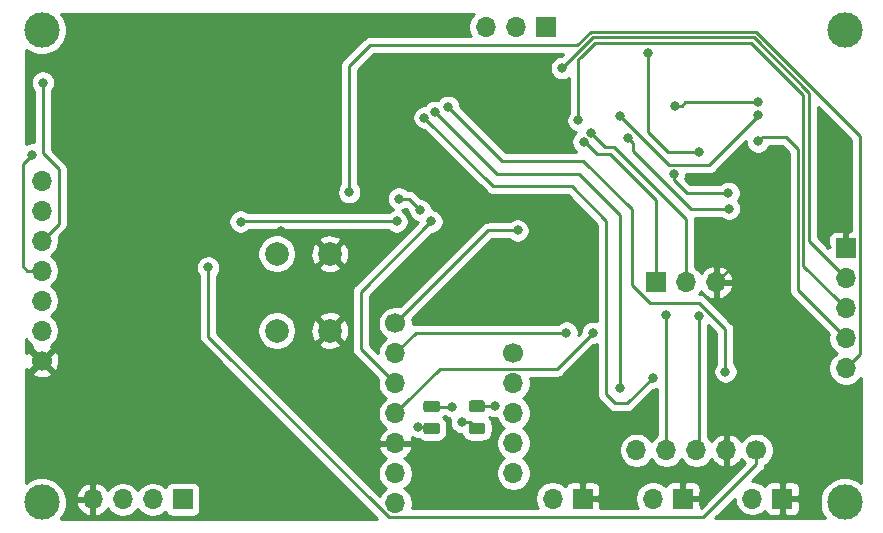
<source format=gbr>
G04 #@! TF.GenerationSoftware,KiCad,Pcbnew,(5.1.5)-3*
G04 #@! TF.CreationDate,2020-08-27T07:53:39+02:00*
G04 #@! TF.ProjectId,licznik,6c69637a-6e69-46b2-9e6b-696361645f70,rev?*
G04 #@! TF.SameCoordinates,Original*
G04 #@! TF.FileFunction,Copper,L2,Bot*
G04 #@! TF.FilePolarity,Positive*
%FSLAX46Y46*%
G04 Gerber Fmt 4.6, Leading zero omitted, Abs format (unit mm)*
G04 Created by KiCad (PCBNEW (5.1.5)-3) date 2020-08-27 07:53:39*
%MOMM*%
%LPD*%
G04 APERTURE LIST*
%ADD10C,3.000000*%
%ADD11O,1.700000X1.700000*%
%ADD12C,1.700000*%
%ADD13R,1.700000X1.700000*%
%ADD14C,2.000000*%
%ADD15C,0.100000*%
%ADD16C,0.800000*%
%ADD17C,0.250000*%
%ADD18C,0.254000*%
G04 APERTURE END LIST*
D10*
X159650000Y-64650000D03*
X159650000Y-104650000D03*
X91650000Y-104650000D03*
X91650000Y-64650000D03*
D11*
X91650000Y-77410000D03*
X91650000Y-79950000D03*
X91650000Y-82490000D03*
X91650000Y-85030000D03*
X91650000Y-87570000D03*
X91650000Y-90110000D03*
D12*
X91650000Y-92650000D03*
D11*
X142015000Y-100225000D03*
X144555000Y-100225000D03*
X147095000Y-100225000D03*
X149635000Y-100225000D03*
D12*
X152175000Y-100225000D03*
D11*
X95980000Y-104400000D03*
X98520000Y-104400000D03*
X101060000Y-104400000D03*
D13*
X103600000Y-104400000D03*
D11*
X131600000Y-99620000D03*
X131600000Y-94540000D03*
D12*
X131600000Y-92000000D03*
D11*
X131600000Y-102160000D03*
X131600000Y-97080000D03*
X121600000Y-104740000D03*
X121600000Y-102200000D03*
X121600000Y-99660000D03*
X121600000Y-97120000D03*
X121600000Y-94580000D03*
X121600000Y-92040000D03*
D12*
X121600000Y-89500000D03*
D14*
X116050000Y-83600000D03*
X111550000Y-83600000D03*
X116050000Y-90100000D03*
X111550000Y-90100000D03*
D11*
X134910000Y-104325000D03*
D13*
X137450000Y-104325000D03*
D11*
X151825000Y-104325000D03*
D13*
X154365000Y-104325000D03*
D11*
X143410000Y-104325000D03*
D13*
X145950000Y-104325000D03*
D11*
X148755000Y-86000000D03*
X146215000Y-86000000D03*
D13*
X143675000Y-86000000D03*
D11*
X159750000Y-93285000D03*
X159750000Y-90745000D03*
X159750000Y-88205000D03*
X159750000Y-85665000D03*
D13*
X159750000Y-83125000D03*
G04 #@! TA.AperFunction,SMDPad,CuDef*
D15*
G36*
X128980142Y-96013674D02*
G01*
X129003803Y-96017184D01*
X129027007Y-96022996D01*
X129049529Y-96031054D01*
X129071153Y-96041282D01*
X129091670Y-96053579D01*
X129110883Y-96067829D01*
X129128607Y-96083893D01*
X129144671Y-96101617D01*
X129158921Y-96120830D01*
X129171218Y-96141347D01*
X129181446Y-96162971D01*
X129189504Y-96185493D01*
X129195316Y-96208697D01*
X129198826Y-96232358D01*
X129200000Y-96256250D01*
X129200000Y-96743750D01*
X129198826Y-96767642D01*
X129195316Y-96791303D01*
X129189504Y-96814507D01*
X129181446Y-96837029D01*
X129171218Y-96858653D01*
X129158921Y-96879170D01*
X129144671Y-96898383D01*
X129128607Y-96916107D01*
X129110883Y-96932171D01*
X129091670Y-96946421D01*
X129071153Y-96958718D01*
X129049529Y-96968946D01*
X129027007Y-96977004D01*
X129003803Y-96982816D01*
X128980142Y-96986326D01*
X128956250Y-96987500D01*
X128043750Y-96987500D01*
X128019858Y-96986326D01*
X127996197Y-96982816D01*
X127972993Y-96977004D01*
X127950471Y-96968946D01*
X127928847Y-96958718D01*
X127908330Y-96946421D01*
X127889117Y-96932171D01*
X127871393Y-96916107D01*
X127855329Y-96898383D01*
X127841079Y-96879170D01*
X127828782Y-96858653D01*
X127818554Y-96837029D01*
X127810496Y-96814507D01*
X127804684Y-96791303D01*
X127801174Y-96767642D01*
X127800000Y-96743750D01*
X127800000Y-96256250D01*
X127801174Y-96232358D01*
X127804684Y-96208697D01*
X127810496Y-96185493D01*
X127818554Y-96162971D01*
X127828782Y-96141347D01*
X127841079Y-96120830D01*
X127855329Y-96101617D01*
X127871393Y-96083893D01*
X127889117Y-96067829D01*
X127908330Y-96053579D01*
X127928847Y-96041282D01*
X127950471Y-96031054D01*
X127972993Y-96022996D01*
X127996197Y-96017184D01*
X128019858Y-96013674D01*
X128043750Y-96012500D01*
X128956250Y-96012500D01*
X128980142Y-96013674D01*
G37*
G04 #@! TD.AperFunction*
G04 #@! TA.AperFunction,SMDPad,CuDef*
G36*
X128980142Y-97888674D02*
G01*
X129003803Y-97892184D01*
X129027007Y-97897996D01*
X129049529Y-97906054D01*
X129071153Y-97916282D01*
X129091670Y-97928579D01*
X129110883Y-97942829D01*
X129128607Y-97958893D01*
X129144671Y-97976617D01*
X129158921Y-97995830D01*
X129171218Y-98016347D01*
X129181446Y-98037971D01*
X129189504Y-98060493D01*
X129195316Y-98083697D01*
X129198826Y-98107358D01*
X129200000Y-98131250D01*
X129200000Y-98618750D01*
X129198826Y-98642642D01*
X129195316Y-98666303D01*
X129189504Y-98689507D01*
X129181446Y-98712029D01*
X129171218Y-98733653D01*
X129158921Y-98754170D01*
X129144671Y-98773383D01*
X129128607Y-98791107D01*
X129110883Y-98807171D01*
X129091670Y-98821421D01*
X129071153Y-98833718D01*
X129049529Y-98843946D01*
X129027007Y-98852004D01*
X129003803Y-98857816D01*
X128980142Y-98861326D01*
X128956250Y-98862500D01*
X128043750Y-98862500D01*
X128019858Y-98861326D01*
X127996197Y-98857816D01*
X127972993Y-98852004D01*
X127950471Y-98843946D01*
X127928847Y-98833718D01*
X127908330Y-98821421D01*
X127889117Y-98807171D01*
X127871393Y-98791107D01*
X127855329Y-98773383D01*
X127841079Y-98754170D01*
X127828782Y-98733653D01*
X127818554Y-98712029D01*
X127810496Y-98689507D01*
X127804684Y-98666303D01*
X127801174Y-98642642D01*
X127800000Y-98618750D01*
X127800000Y-98131250D01*
X127801174Y-98107358D01*
X127804684Y-98083697D01*
X127810496Y-98060493D01*
X127818554Y-98037971D01*
X127828782Y-98016347D01*
X127841079Y-97995830D01*
X127855329Y-97976617D01*
X127871393Y-97958893D01*
X127889117Y-97942829D01*
X127908330Y-97928579D01*
X127928847Y-97916282D01*
X127950471Y-97906054D01*
X127972993Y-97897996D01*
X127996197Y-97892184D01*
X128019858Y-97888674D01*
X128043750Y-97887500D01*
X128956250Y-97887500D01*
X128980142Y-97888674D01*
G37*
G04 #@! TD.AperFunction*
G04 #@! TA.AperFunction,SMDPad,CuDef*
G36*
X125155142Y-96026174D02*
G01*
X125178803Y-96029684D01*
X125202007Y-96035496D01*
X125224529Y-96043554D01*
X125246153Y-96053782D01*
X125266670Y-96066079D01*
X125285883Y-96080329D01*
X125303607Y-96096393D01*
X125319671Y-96114117D01*
X125333921Y-96133330D01*
X125346218Y-96153847D01*
X125356446Y-96175471D01*
X125364504Y-96197993D01*
X125370316Y-96221197D01*
X125373826Y-96244858D01*
X125375000Y-96268750D01*
X125375000Y-96756250D01*
X125373826Y-96780142D01*
X125370316Y-96803803D01*
X125364504Y-96827007D01*
X125356446Y-96849529D01*
X125346218Y-96871153D01*
X125333921Y-96891670D01*
X125319671Y-96910883D01*
X125303607Y-96928607D01*
X125285883Y-96944671D01*
X125266670Y-96958921D01*
X125246153Y-96971218D01*
X125224529Y-96981446D01*
X125202007Y-96989504D01*
X125178803Y-96995316D01*
X125155142Y-96998826D01*
X125131250Y-97000000D01*
X124218750Y-97000000D01*
X124194858Y-96998826D01*
X124171197Y-96995316D01*
X124147993Y-96989504D01*
X124125471Y-96981446D01*
X124103847Y-96971218D01*
X124083330Y-96958921D01*
X124064117Y-96944671D01*
X124046393Y-96928607D01*
X124030329Y-96910883D01*
X124016079Y-96891670D01*
X124003782Y-96871153D01*
X123993554Y-96849529D01*
X123985496Y-96827007D01*
X123979684Y-96803803D01*
X123976174Y-96780142D01*
X123975000Y-96756250D01*
X123975000Y-96268750D01*
X123976174Y-96244858D01*
X123979684Y-96221197D01*
X123985496Y-96197993D01*
X123993554Y-96175471D01*
X124003782Y-96153847D01*
X124016079Y-96133330D01*
X124030329Y-96114117D01*
X124046393Y-96096393D01*
X124064117Y-96080329D01*
X124083330Y-96066079D01*
X124103847Y-96053782D01*
X124125471Y-96043554D01*
X124147993Y-96035496D01*
X124171197Y-96029684D01*
X124194858Y-96026174D01*
X124218750Y-96025000D01*
X125131250Y-96025000D01*
X125155142Y-96026174D01*
G37*
G04 #@! TD.AperFunction*
G04 #@! TA.AperFunction,SMDPad,CuDef*
G36*
X125155142Y-97901174D02*
G01*
X125178803Y-97904684D01*
X125202007Y-97910496D01*
X125224529Y-97918554D01*
X125246153Y-97928782D01*
X125266670Y-97941079D01*
X125285883Y-97955329D01*
X125303607Y-97971393D01*
X125319671Y-97989117D01*
X125333921Y-98008330D01*
X125346218Y-98028847D01*
X125356446Y-98050471D01*
X125364504Y-98072993D01*
X125370316Y-98096197D01*
X125373826Y-98119858D01*
X125375000Y-98143750D01*
X125375000Y-98631250D01*
X125373826Y-98655142D01*
X125370316Y-98678803D01*
X125364504Y-98702007D01*
X125356446Y-98724529D01*
X125346218Y-98746153D01*
X125333921Y-98766670D01*
X125319671Y-98785883D01*
X125303607Y-98803607D01*
X125285883Y-98819671D01*
X125266670Y-98833921D01*
X125246153Y-98846218D01*
X125224529Y-98856446D01*
X125202007Y-98864504D01*
X125178803Y-98870316D01*
X125155142Y-98873826D01*
X125131250Y-98875000D01*
X124218750Y-98875000D01*
X124194858Y-98873826D01*
X124171197Y-98870316D01*
X124147993Y-98864504D01*
X124125471Y-98856446D01*
X124103847Y-98846218D01*
X124083330Y-98833921D01*
X124064117Y-98819671D01*
X124046393Y-98803607D01*
X124030329Y-98785883D01*
X124016079Y-98766670D01*
X124003782Y-98746153D01*
X123993554Y-98724529D01*
X123985496Y-98702007D01*
X123979684Y-98678803D01*
X123976174Y-98655142D01*
X123975000Y-98631250D01*
X123975000Y-98143750D01*
X123976174Y-98119858D01*
X123979684Y-98096197D01*
X123985496Y-98072993D01*
X123993554Y-98050471D01*
X124003782Y-98028847D01*
X124016079Y-98008330D01*
X124030329Y-97989117D01*
X124046393Y-97971393D01*
X124064117Y-97955329D01*
X124083330Y-97941079D01*
X124103847Y-97928782D01*
X124125471Y-97918554D01*
X124147993Y-97910496D01*
X124171197Y-97904684D01*
X124194858Y-97901174D01*
X124218750Y-97900000D01*
X125131250Y-97900000D01*
X125155142Y-97901174D01*
G37*
G04 #@! TD.AperFunction*
D13*
X134350000Y-64400000D03*
D11*
X131810000Y-64400000D03*
X129270000Y-64400000D03*
D16*
X152275000Y-76275000D03*
X111925000Y-81650000D03*
X117700000Y-78375000D03*
X126074474Y-71151537D03*
X149550000Y-93575000D03*
X124978609Y-71579899D03*
X140600000Y-94975000D03*
X124065546Y-72075000D03*
X143375000Y-94075000D03*
X152300000Y-74075000D03*
X121900000Y-78925000D03*
X123725000Y-79925000D03*
X105750000Y-84750000D03*
X121700000Y-80850000D03*
X108500000Y-80875000D03*
X141325000Y-73825011D03*
X149850000Y-79775000D03*
X126425000Y-96550000D03*
X123500000Y-98225000D03*
X130000000Y-96500000D03*
X127225000Y-97825000D03*
X137100000Y-72300000D03*
X135725000Y-67875000D03*
X138200000Y-73375000D03*
X137533983Y-74120939D03*
X149800000Y-78450000D03*
X145200000Y-76825000D03*
X147274999Y-74999999D03*
X143025000Y-66625000D03*
X140650000Y-71925000D03*
X152300000Y-71875000D03*
X145275000Y-71050000D03*
X152325000Y-70775000D03*
X91750000Y-69100000D03*
X90850000Y-75200000D03*
X147325000Y-88850000D03*
X144525000Y-88775000D03*
X124650000Y-80850000D03*
X131950000Y-81625000D03*
X138325000Y-90300000D03*
X136075000Y-90275000D03*
D17*
X152275000Y-82480000D02*
X148755000Y-86000000D01*
X152275000Y-76275000D02*
X152275000Y-82480000D01*
X114100000Y-81650000D02*
X116050000Y-83600000D01*
X111925000Y-81650000D02*
X114100000Y-81650000D01*
X160925001Y-92109999D02*
X160599999Y-92435001D01*
X160925001Y-73638591D02*
X160925001Y-92109999D01*
X152111401Y-64824991D02*
X160925001Y-73638591D01*
X138138600Y-64824990D02*
X152111401Y-64824991D01*
X137013590Y-65950000D02*
X138138600Y-64824990D01*
X120275000Y-65950000D02*
X137013590Y-65950000D01*
X160599999Y-92435001D02*
X159750000Y-93285000D01*
X120275000Y-65950000D02*
X119450000Y-65950000D01*
X119450000Y-65950000D02*
X117700000Y-67700000D01*
X117700000Y-67700000D02*
X117700000Y-78375000D01*
X126074474Y-71151537D02*
X130647937Y-75725000D01*
X130647937Y-75725000D02*
X137475000Y-75725000D01*
X137475000Y-75725000D02*
X141600000Y-79850000D01*
X141600000Y-86210002D02*
X143139998Y-87750000D01*
X141600000Y-79850000D02*
X141600000Y-86210002D01*
X147298002Y-87750000D02*
X149550000Y-90001998D01*
X143139998Y-87750000D02*
X147298002Y-87750000D01*
X149550000Y-90001998D02*
X149550000Y-93575000D01*
X124978609Y-71579899D02*
X130223710Y-76825000D01*
X130223710Y-76825000D02*
X137125000Y-76825000D01*
X137125000Y-76825000D02*
X137125000Y-76850000D01*
X137125000Y-76850000D02*
X140600000Y-80325000D01*
X140600000Y-80325000D02*
X140600000Y-94975000D01*
X124065546Y-72075000D02*
X129890546Y-77900000D01*
X129890546Y-77900000D02*
X136525000Y-77900000D01*
X136525000Y-77900000D02*
X139450000Y-80825000D01*
X139450000Y-80825000D02*
X139450000Y-95500000D01*
X139450000Y-95500000D02*
X140225000Y-96275000D01*
X140225000Y-96275000D02*
X141175000Y-96275000D01*
X141175000Y-96275000D02*
X143375000Y-94075000D01*
X152300000Y-74075000D02*
X152699999Y-73675001D01*
X154650001Y-73675001D02*
X155699980Y-74724980D01*
X152699999Y-73675001D02*
X154650001Y-73675001D01*
X155699980Y-86694980D02*
X159750000Y-90745000D01*
X155699980Y-74724980D02*
X155699980Y-86694980D01*
X121900000Y-78925000D02*
X122725000Y-78925000D01*
X122725000Y-78925000D02*
X123725000Y-79925000D01*
X152175000Y-101427081D02*
X152175000Y-100225000D01*
X147687080Y-105915001D02*
X152175000Y-101427081D01*
X105750000Y-90629002D02*
X121035999Y-105915001D01*
X105750000Y-84750000D02*
X105750000Y-90629002D01*
X121035999Y-105915001D02*
X147687080Y-105915001D01*
X108525000Y-80850000D02*
X108500000Y-80875000D01*
X121700000Y-80850000D02*
X108525000Y-80850000D01*
X141724999Y-74225010D02*
X141724999Y-74899999D01*
X141325000Y-73825011D02*
X141724999Y-74225010D01*
X141724999Y-74899999D02*
X146625000Y-79800000D01*
X146625000Y-79800000D02*
X149825000Y-79800000D01*
X149825000Y-79800000D02*
X149850000Y-79775000D01*
X126425000Y-96550000D02*
X124712500Y-96550000D01*
X124712500Y-96550000D02*
X124675000Y-96512500D01*
X124512500Y-98225000D02*
X124675000Y-98387500D01*
X123500000Y-98225000D02*
X124512500Y-98225000D01*
X130000000Y-96500000D02*
X128500000Y-96500000D01*
X127950000Y-97825000D02*
X128500000Y-98375000D01*
X127225000Y-97825000D02*
X127950000Y-97825000D01*
X138511400Y-65725010D02*
X151738600Y-65725010D01*
X158900001Y-87355001D02*
X159750000Y-88205000D01*
X156149990Y-84604990D02*
X158900001Y-87355001D01*
X156149990Y-70136400D02*
X156149990Y-84604990D01*
X151738600Y-65725010D02*
X156149990Y-70136400D01*
X137100000Y-67136410D02*
X137318205Y-66918205D01*
X137100000Y-72300000D02*
X137100000Y-67136410D01*
X137318205Y-66918205D02*
X138511400Y-65725010D01*
X156600000Y-82515000D02*
X159750000Y-85665000D01*
X156600000Y-69950000D02*
X156600000Y-82515000D01*
X151925000Y-65275000D02*
X156600000Y-69950000D01*
X135725000Y-67875000D02*
X138325000Y-65275000D01*
X138325000Y-65275000D02*
X151925000Y-65275000D01*
X146215000Y-80690000D02*
X146215000Y-86000000D01*
X140075000Y-74550000D02*
X146215000Y-80690000D01*
X138200000Y-73375000D02*
X139375000Y-74550000D01*
X139375000Y-74550000D02*
X140075000Y-74550000D01*
X137625000Y-74125000D02*
X138650000Y-75150000D01*
X138650000Y-75150000D02*
X139750000Y-75150000D01*
X143675000Y-79075000D02*
X143675000Y-86000000D01*
X139750000Y-75150000D02*
X143675000Y-79075000D01*
X145200000Y-77390685D02*
X145200000Y-76825000D01*
X149800000Y-78450000D02*
X146259315Y-78450000D01*
X146259315Y-78450000D02*
X145200000Y-77390685D01*
X143025000Y-73300000D02*
X144724999Y-74999999D01*
X143025000Y-66625000D02*
X143025000Y-73300000D01*
X144724999Y-74999999D02*
X147274999Y-74999999D01*
X141049999Y-72324999D02*
X141049999Y-72399999D01*
X140650000Y-71925000D02*
X141049999Y-72324999D01*
X144749999Y-76099999D02*
X148175001Y-76099999D01*
X141049999Y-72399999D02*
X144749999Y-76099999D01*
X152300000Y-71975000D02*
X152300000Y-71875000D01*
X148175001Y-76099999D02*
X152300000Y-71975000D01*
X145275000Y-71050000D02*
X145840685Y-71050000D01*
X145840685Y-71050000D02*
X146115685Y-70775000D01*
X146115685Y-70775000D02*
X149500000Y-70775000D01*
X149500000Y-70775000D02*
X152325000Y-70775000D01*
X149100000Y-70775000D02*
X149500000Y-70775000D01*
X93100000Y-76450000D02*
X93100000Y-81040000D01*
X93100000Y-81040000D02*
X91650000Y-82490000D01*
X91750000Y-75100000D02*
X93100000Y-76450000D01*
X91750000Y-69100000D02*
X91750000Y-75100000D01*
X90850000Y-75200000D02*
X90034839Y-76015161D01*
X90034839Y-76015161D02*
X90034839Y-84616920D01*
X90034839Y-84616920D02*
X90447919Y-85030000D01*
X90447919Y-85030000D02*
X91650000Y-85030000D01*
X147325000Y-99995000D02*
X147095000Y-100225000D01*
X147325000Y-88850000D02*
X147325000Y-99995000D01*
X144525000Y-100195000D02*
X144555000Y-100225000D01*
X144525000Y-88775000D02*
X144525000Y-100195000D01*
X124650000Y-80850000D02*
X118675000Y-86825000D01*
X118675000Y-91655000D02*
X121600000Y-94580000D01*
X118675000Y-86825000D02*
X118675000Y-91655000D01*
X129475000Y-81625000D02*
X121600000Y-89500000D01*
X131950000Y-81625000D02*
X129475000Y-81625000D01*
X122449999Y-96270001D02*
X121600000Y-97120000D01*
X125355001Y-93364999D02*
X122449999Y-96270001D01*
X135260001Y-93364999D02*
X125355001Y-93364999D01*
X138325000Y-90300000D02*
X135260001Y-93364999D01*
X123365000Y-90275000D02*
X121600000Y-92040000D01*
X136075000Y-90275000D02*
X123365000Y-90275000D01*
D18*
G36*
X128116525Y-63453368D02*
G01*
X127954010Y-63696589D01*
X127842068Y-63966842D01*
X127785000Y-64253740D01*
X127785000Y-64546260D01*
X127842068Y-64833158D01*
X127954010Y-65103411D01*
X128011867Y-65190000D01*
X119487325Y-65190000D01*
X119450000Y-65186324D01*
X119412675Y-65190000D01*
X119412667Y-65190000D01*
X119301014Y-65200997D01*
X119157753Y-65244454D01*
X119025724Y-65315026D01*
X118909999Y-65409999D01*
X118886201Y-65438997D01*
X117189003Y-67136196D01*
X117159999Y-67159999D01*
X117114676Y-67215226D01*
X117065026Y-67275724D01*
X117017842Y-67363998D01*
X116994454Y-67407754D01*
X116950997Y-67551015D01*
X116940000Y-67662668D01*
X116940000Y-67662678D01*
X116936324Y-67700000D01*
X116940000Y-67737322D01*
X116940001Y-77671288D01*
X116896063Y-77715226D01*
X116782795Y-77884744D01*
X116704774Y-78073102D01*
X116665000Y-78273061D01*
X116665000Y-78476939D01*
X116704774Y-78676898D01*
X116782795Y-78865256D01*
X116896063Y-79034774D01*
X117040226Y-79178937D01*
X117209744Y-79292205D01*
X117398102Y-79370226D01*
X117598061Y-79410000D01*
X117801939Y-79410000D01*
X118001898Y-79370226D01*
X118190256Y-79292205D01*
X118359774Y-79178937D01*
X118503937Y-79034774D01*
X118617205Y-78865256D01*
X118695226Y-78676898D01*
X118735000Y-78476939D01*
X118735000Y-78273061D01*
X118695226Y-78073102D01*
X118617205Y-77884744D01*
X118503937Y-77715226D01*
X118460000Y-77671289D01*
X118460000Y-68014801D01*
X119764802Y-66710000D01*
X135815199Y-66710000D01*
X135685199Y-66840000D01*
X135623061Y-66840000D01*
X135423102Y-66879774D01*
X135234744Y-66957795D01*
X135065226Y-67071063D01*
X134921063Y-67215226D01*
X134807795Y-67384744D01*
X134729774Y-67573102D01*
X134690000Y-67773061D01*
X134690000Y-67976939D01*
X134729774Y-68176898D01*
X134807795Y-68365256D01*
X134921063Y-68534774D01*
X135065226Y-68678937D01*
X135234744Y-68792205D01*
X135423102Y-68870226D01*
X135623061Y-68910000D01*
X135826939Y-68910000D01*
X136026898Y-68870226D01*
X136215256Y-68792205D01*
X136340001Y-68708853D01*
X136340000Y-71596289D01*
X136296063Y-71640226D01*
X136182795Y-71809744D01*
X136104774Y-71998102D01*
X136065000Y-72198061D01*
X136065000Y-72401939D01*
X136104774Y-72601898D01*
X136182795Y-72790256D01*
X136296063Y-72959774D01*
X136440226Y-73103937D01*
X136609744Y-73217205D01*
X136798102Y-73295226D01*
X136881864Y-73311887D01*
X136874209Y-73317002D01*
X136730046Y-73461165D01*
X136616778Y-73630683D01*
X136538757Y-73819041D01*
X136498983Y-74019000D01*
X136498983Y-74222878D01*
X136538757Y-74422837D01*
X136616778Y-74611195D01*
X136730046Y-74780713D01*
X136874209Y-74924876D01*
X136934259Y-74965000D01*
X130962740Y-74965000D01*
X127109474Y-71111736D01*
X127109474Y-71049598D01*
X127069700Y-70849639D01*
X126991679Y-70661281D01*
X126878411Y-70491763D01*
X126734248Y-70347600D01*
X126564730Y-70234332D01*
X126376372Y-70156311D01*
X126176413Y-70116537D01*
X125972535Y-70116537D01*
X125772576Y-70156311D01*
X125584218Y-70234332D01*
X125414700Y-70347600D01*
X125270537Y-70491763D01*
X125216909Y-70572023D01*
X125080548Y-70544899D01*
X124876670Y-70544899D01*
X124676711Y-70584673D01*
X124488353Y-70662694D01*
X124318835Y-70775962D01*
X124174672Y-70920125D01*
X124094574Y-71040000D01*
X123963607Y-71040000D01*
X123763648Y-71079774D01*
X123575290Y-71157795D01*
X123405772Y-71271063D01*
X123261609Y-71415226D01*
X123148341Y-71584744D01*
X123070320Y-71773102D01*
X123030546Y-71973061D01*
X123030546Y-72176939D01*
X123070320Y-72376898D01*
X123148341Y-72565256D01*
X123261609Y-72734774D01*
X123405772Y-72878937D01*
X123575290Y-72992205D01*
X123763648Y-73070226D01*
X123963607Y-73110000D01*
X124025745Y-73110000D01*
X129326746Y-78411002D01*
X129350545Y-78440001D01*
X129379543Y-78463799D01*
X129466269Y-78534974D01*
X129520567Y-78563997D01*
X129598299Y-78605546D01*
X129741560Y-78649003D01*
X129853213Y-78660000D01*
X129853223Y-78660000D01*
X129890545Y-78663676D01*
X129927868Y-78660000D01*
X136210199Y-78660000D01*
X138690000Y-81139802D01*
X138690001Y-89330912D01*
X138626898Y-89304774D01*
X138426939Y-89265000D01*
X138223061Y-89265000D01*
X138023102Y-89304774D01*
X137834744Y-89382795D01*
X137665226Y-89496063D01*
X137521063Y-89640226D01*
X137407795Y-89809744D01*
X137329774Y-89998102D01*
X137290000Y-90198061D01*
X137290000Y-90260198D01*
X137094293Y-90455906D01*
X137110000Y-90376939D01*
X137110000Y-90173061D01*
X137070226Y-89973102D01*
X136992205Y-89784744D01*
X136878937Y-89615226D01*
X136734774Y-89471063D01*
X136565256Y-89357795D01*
X136376898Y-89279774D01*
X136176939Y-89240000D01*
X135973061Y-89240000D01*
X135773102Y-89279774D01*
X135584744Y-89357795D01*
X135415226Y-89471063D01*
X135371289Y-89515000D01*
X123402323Y-89515000D01*
X123365000Y-89511324D01*
X123327677Y-89515000D01*
X123327667Y-89515000D01*
X123216014Y-89525997D01*
X123085000Y-89565739D01*
X123085000Y-89353740D01*
X123041209Y-89133592D01*
X129789802Y-82385000D01*
X131246289Y-82385000D01*
X131290226Y-82428937D01*
X131459744Y-82542205D01*
X131648102Y-82620226D01*
X131848061Y-82660000D01*
X132051939Y-82660000D01*
X132251898Y-82620226D01*
X132440256Y-82542205D01*
X132609774Y-82428937D01*
X132753937Y-82284774D01*
X132867205Y-82115256D01*
X132945226Y-81926898D01*
X132985000Y-81726939D01*
X132985000Y-81523061D01*
X132945226Y-81323102D01*
X132867205Y-81134744D01*
X132753937Y-80965226D01*
X132609774Y-80821063D01*
X132440256Y-80707795D01*
X132251898Y-80629774D01*
X132051939Y-80590000D01*
X131848061Y-80590000D01*
X131648102Y-80629774D01*
X131459744Y-80707795D01*
X131290226Y-80821063D01*
X131246289Y-80865000D01*
X129512323Y-80865000D01*
X129475000Y-80861324D01*
X129437677Y-80865000D01*
X129437667Y-80865000D01*
X129326014Y-80875997D01*
X129182753Y-80919454D01*
X129050724Y-80990026D01*
X128934999Y-81084999D01*
X128911201Y-81113997D01*
X121966408Y-88058791D01*
X121746260Y-88015000D01*
X121453740Y-88015000D01*
X121166842Y-88072068D01*
X120896589Y-88184010D01*
X120653368Y-88346525D01*
X120446525Y-88553368D01*
X120284010Y-88796589D01*
X120172068Y-89066842D01*
X120115000Y-89353740D01*
X120115000Y-89646260D01*
X120172068Y-89933158D01*
X120284010Y-90203411D01*
X120446525Y-90446632D01*
X120653368Y-90653475D01*
X120827760Y-90770000D01*
X120653368Y-90886525D01*
X120446525Y-91093368D01*
X120284010Y-91336589D01*
X120172068Y-91606842D01*
X120115000Y-91893740D01*
X120115000Y-92020199D01*
X119435000Y-91340199D01*
X119435000Y-87139801D01*
X124689802Y-81885000D01*
X124751939Y-81885000D01*
X124951898Y-81845226D01*
X125140256Y-81767205D01*
X125309774Y-81653937D01*
X125453937Y-81509774D01*
X125567205Y-81340256D01*
X125645226Y-81151898D01*
X125685000Y-80951939D01*
X125685000Y-80748061D01*
X125645226Y-80548102D01*
X125567205Y-80359744D01*
X125453937Y-80190226D01*
X125309774Y-80046063D01*
X125140256Y-79932795D01*
X124951898Y-79854774D01*
X124758663Y-79816337D01*
X124720226Y-79623102D01*
X124642205Y-79434744D01*
X124528937Y-79265226D01*
X124384774Y-79121063D01*
X124215256Y-79007795D01*
X124026898Y-78929774D01*
X123826939Y-78890000D01*
X123764802Y-78890000D01*
X123288804Y-78414002D01*
X123265001Y-78384999D01*
X123149276Y-78290026D01*
X123017247Y-78219454D01*
X122873986Y-78175997D01*
X122762333Y-78165000D01*
X122762322Y-78165000D01*
X122725000Y-78161324D01*
X122687678Y-78165000D01*
X122603711Y-78165000D01*
X122559774Y-78121063D01*
X122390256Y-78007795D01*
X122201898Y-77929774D01*
X122001939Y-77890000D01*
X121798061Y-77890000D01*
X121598102Y-77929774D01*
X121409744Y-78007795D01*
X121240226Y-78121063D01*
X121096063Y-78265226D01*
X120982795Y-78434744D01*
X120904774Y-78623102D01*
X120865000Y-78823061D01*
X120865000Y-79026939D01*
X120904774Y-79226898D01*
X120982795Y-79415256D01*
X121096063Y-79584774D01*
X121240226Y-79728937D01*
X121409744Y-79842205D01*
X121426467Y-79849132D01*
X121398102Y-79854774D01*
X121209744Y-79932795D01*
X121040226Y-80046063D01*
X120996289Y-80090000D01*
X109178711Y-80090000D01*
X109159774Y-80071063D01*
X108990256Y-79957795D01*
X108801898Y-79879774D01*
X108601939Y-79840000D01*
X108398061Y-79840000D01*
X108198102Y-79879774D01*
X108009744Y-79957795D01*
X107840226Y-80071063D01*
X107696063Y-80215226D01*
X107582795Y-80384744D01*
X107504774Y-80573102D01*
X107465000Y-80773061D01*
X107465000Y-80976939D01*
X107504774Y-81176898D01*
X107582795Y-81365256D01*
X107696063Y-81534774D01*
X107840226Y-81678937D01*
X108009744Y-81792205D01*
X108198102Y-81870226D01*
X108398061Y-81910000D01*
X108601939Y-81910000D01*
X108801898Y-81870226D01*
X108990256Y-81792205D01*
X109159774Y-81678937D01*
X109228711Y-81610000D01*
X120996289Y-81610000D01*
X121040226Y-81653937D01*
X121209744Y-81767205D01*
X121398102Y-81845226D01*
X121598061Y-81885000D01*
X121801939Y-81885000D01*
X122001898Y-81845226D01*
X122190256Y-81767205D01*
X122359774Y-81653937D01*
X122503937Y-81509774D01*
X122617205Y-81340256D01*
X122695226Y-81151898D01*
X122735000Y-80951939D01*
X122735000Y-80748061D01*
X122695226Y-80548102D01*
X122617205Y-80359744D01*
X122503937Y-80190226D01*
X122359774Y-80046063D01*
X122190256Y-79932795D01*
X122173533Y-79925868D01*
X122201898Y-79920226D01*
X122390256Y-79842205D01*
X122496448Y-79771250D01*
X122690000Y-79964802D01*
X122690000Y-80026939D01*
X122729774Y-80226898D01*
X122807795Y-80415256D01*
X122921063Y-80584774D01*
X123065226Y-80728937D01*
X123234744Y-80842205D01*
X123423102Y-80920226D01*
X123491389Y-80933809D01*
X118164003Y-86261196D01*
X118134999Y-86284999D01*
X118079871Y-86352174D01*
X118040026Y-86400724D01*
X117978944Y-86515000D01*
X117969454Y-86532754D01*
X117925997Y-86676015D01*
X117915000Y-86787668D01*
X117915000Y-86787678D01*
X117911324Y-86825000D01*
X117915000Y-86862323D01*
X117915001Y-91617668D01*
X117911324Y-91655000D01*
X117915001Y-91692333D01*
X117925606Y-91800000D01*
X117925998Y-91803985D01*
X117969454Y-91947246D01*
X118040026Y-92079276D01*
X118092228Y-92142883D01*
X118135000Y-92195001D01*
X118163998Y-92218799D01*
X120158790Y-94213592D01*
X120115000Y-94433740D01*
X120115000Y-94726260D01*
X120172068Y-95013158D01*
X120284010Y-95283411D01*
X120446525Y-95526632D01*
X120653368Y-95733475D01*
X120827760Y-95850000D01*
X120653368Y-95966525D01*
X120446525Y-96173368D01*
X120284010Y-96416589D01*
X120172068Y-96686842D01*
X120115000Y-96973740D01*
X120115000Y-97266260D01*
X120172068Y-97553158D01*
X120284010Y-97823411D01*
X120446525Y-98066632D01*
X120653368Y-98273475D01*
X120835534Y-98395195D01*
X120718645Y-98464822D01*
X120502412Y-98659731D01*
X120328359Y-98893080D01*
X120203175Y-99155901D01*
X120158524Y-99303110D01*
X120279845Y-99533000D01*
X121473000Y-99533000D01*
X121473000Y-99513000D01*
X121727000Y-99513000D01*
X121727000Y-99533000D01*
X122920155Y-99533000D01*
X123041476Y-99303110D01*
X122996825Y-99155901D01*
X122981225Y-99123149D01*
X123009744Y-99142205D01*
X123198102Y-99220226D01*
X123398061Y-99260000D01*
X123601554Y-99260000D01*
X123728836Y-99364458D01*
X123881291Y-99445947D01*
X124046715Y-99496128D01*
X124218750Y-99513072D01*
X125131250Y-99513072D01*
X125303285Y-99496128D01*
X125468709Y-99445947D01*
X125621164Y-99364458D01*
X125754792Y-99254792D01*
X125864458Y-99121164D01*
X125945947Y-98968709D01*
X125996128Y-98803285D01*
X126013072Y-98631250D01*
X126013072Y-98143750D01*
X125996128Y-97971715D01*
X125945947Y-97806291D01*
X125864458Y-97653836D01*
X125754792Y-97520208D01*
X125669244Y-97450000D01*
X125754792Y-97379792D01*
X125772191Y-97358591D01*
X125934744Y-97467205D01*
X126123102Y-97545226D01*
X126221481Y-97564795D01*
X126190000Y-97723061D01*
X126190000Y-97926939D01*
X126229774Y-98126898D01*
X126307795Y-98315256D01*
X126421063Y-98484774D01*
X126565226Y-98628937D01*
X126734744Y-98742205D01*
X126923102Y-98820226D01*
X127123061Y-98860000D01*
X127199868Y-98860000D01*
X127229053Y-98956209D01*
X127310542Y-99108664D01*
X127420208Y-99242292D01*
X127553836Y-99351958D01*
X127706291Y-99433447D01*
X127871715Y-99483628D01*
X128043750Y-99500572D01*
X128956250Y-99500572D01*
X129128285Y-99483628D01*
X129293709Y-99433447D01*
X129446164Y-99351958D01*
X129579792Y-99242292D01*
X129689458Y-99108664D01*
X129770947Y-98956209D01*
X129821128Y-98790785D01*
X129838072Y-98618750D01*
X129838072Y-98131250D01*
X129821128Y-97959215D01*
X129770947Y-97793791D01*
X129689458Y-97641336D01*
X129579792Y-97507708D01*
X129494244Y-97437500D01*
X129515877Y-97419746D01*
X129698102Y-97495226D01*
X129898061Y-97535000D01*
X130101939Y-97535000D01*
X130175088Y-97520450D01*
X130284010Y-97783411D01*
X130446525Y-98026632D01*
X130653368Y-98233475D01*
X130827760Y-98350000D01*
X130653368Y-98466525D01*
X130446525Y-98673368D01*
X130284010Y-98916589D01*
X130172068Y-99186842D01*
X130115000Y-99473740D01*
X130115000Y-99766260D01*
X130172068Y-100053158D01*
X130284010Y-100323411D01*
X130446525Y-100566632D01*
X130653368Y-100773475D01*
X130827760Y-100890000D01*
X130653368Y-101006525D01*
X130446525Y-101213368D01*
X130284010Y-101456589D01*
X130172068Y-101726842D01*
X130115000Y-102013740D01*
X130115000Y-102306260D01*
X130172068Y-102593158D01*
X130284010Y-102863411D01*
X130446525Y-103106632D01*
X130653368Y-103313475D01*
X130896589Y-103475990D01*
X131166842Y-103587932D01*
X131453740Y-103645000D01*
X131746260Y-103645000D01*
X132033158Y-103587932D01*
X132303411Y-103475990D01*
X132546632Y-103313475D01*
X132753475Y-103106632D01*
X132915990Y-102863411D01*
X133027932Y-102593158D01*
X133085000Y-102306260D01*
X133085000Y-102013740D01*
X133027932Y-101726842D01*
X132915990Y-101456589D01*
X132753475Y-101213368D01*
X132546632Y-101006525D01*
X132372240Y-100890000D01*
X132546632Y-100773475D01*
X132753475Y-100566632D01*
X132915990Y-100323411D01*
X133027932Y-100053158D01*
X133085000Y-99766260D01*
X133085000Y-99473740D01*
X133027932Y-99186842D01*
X132915990Y-98916589D01*
X132753475Y-98673368D01*
X132546632Y-98466525D01*
X132372240Y-98350000D01*
X132546632Y-98233475D01*
X132753475Y-98026632D01*
X132915990Y-97783411D01*
X133027932Y-97513158D01*
X133085000Y-97226260D01*
X133085000Y-96933740D01*
X133027932Y-96646842D01*
X132915990Y-96376589D01*
X132753475Y-96133368D01*
X132546632Y-95926525D01*
X132372240Y-95810000D01*
X132546632Y-95693475D01*
X132753475Y-95486632D01*
X132915990Y-95243411D01*
X133027932Y-94973158D01*
X133085000Y-94686260D01*
X133085000Y-94393740D01*
X133031544Y-94124999D01*
X135222679Y-94124999D01*
X135260001Y-94128675D01*
X135297323Y-94124999D01*
X135297334Y-94124999D01*
X135408987Y-94114002D01*
X135552248Y-94070545D01*
X135684277Y-93999973D01*
X135800002Y-93905000D01*
X135823805Y-93875996D01*
X138364802Y-91335000D01*
X138426939Y-91335000D01*
X138626898Y-91295226D01*
X138690001Y-91269088D01*
X138690001Y-95462668D01*
X138686324Y-95500000D01*
X138690001Y-95537333D01*
X138700998Y-95648986D01*
X138714067Y-95692068D01*
X138744454Y-95792246D01*
X138815026Y-95924276D01*
X138885169Y-96009744D01*
X138910000Y-96040001D01*
X138938998Y-96063799D01*
X139661201Y-96786002D01*
X139684999Y-96815001D01*
X139713997Y-96838799D01*
X139800724Y-96909974D01*
X139932753Y-96980546D01*
X140076014Y-97024003D01*
X140225000Y-97038677D01*
X140262333Y-97035000D01*
X141137678Y-97035000D01*
X141175000Y-97038676D01*
X141212322Y-97035000D01*
X141212333Y-97035000D01*
X141323986Y-97024003D01*
X141467247Y-96980546D01*
X141599276Y-96909974D01*
X141715001Y-96815001D01*
X141738804Y-96785997D01*
X143414802Y-95110000D01*
X143476939Y-95110000D01*
X143676898Y-95070226D01*
X143765001Y-95033732D01*
X143765001Y-98966866D01*
X143608368Y-99071525D01*
X143401525Y-99278368D01*
X143285000Y-99452760D01*
X143168475Y-99278368D01*
X142961632Y-99071525D01*
X142718411Y-98909010D01*
X142448158Y-98797068D01*
X142161260Y-98740000D01*
X141868740Y-98740000D01*
X141581842Y-98797068D01*
X141311589Y-98909010D01*
X141068368Y-99071525D01*
X140861525Y-99278368D01*
X140699010Y-99521589D01*
X140587068Y-99791842D01*
X140530000Y-100078740D01*
X140530000Y-100371260D01*
X140587068Y-100658158D01*
X140699010Y-100928411D01*
X140861525Y-101171632D01*
X141068368Y-101378475D01*
X141311589Y-101540990D01*
X141581842Y-101652932D01*
X141868740Y-101710000D01*
X142161260Y-101710000D01*
X142448158Y-101652932D01*
X142718411Y-101540990D01*
X142961632Y-101378475D01*
X143168475Y-101171632D01*
X143285000Y-100997240D01*
X143401525Y-101171632D01*
X143608368Y-101378475D01*
X143851589Y-101540990D01*
X144121842Y-101652932D01*
X144408740Y-101710000D01*
X144701260Y-101710000D01*
X144988158Y-101652932D01*
X145258411Y-101540990D01*
X145501632Y-101378475D01*
X145708475Y-101171632D01*
X145825000Y-100997240D01*
X145941525Y-101171632D01*
X146148368Y-101378475D01*
X146391589Y-101540990D01*
X146661842Y-101652932D01*
X146948740Y-101710000D01*
X147241260Y-101710000D01*
X147528158Y-101652932D01*
X147798411Y-101540990D01*
X148041632Y-101378475D01*
X148248475Y-101171632D01*
X148370195Y-100989466D01*
X148439822Y-101106355D01*
X148634731Y-101322588D01*
X148868080Y-101496641D01*
X149130901Y-101621825D01*
X149278110Y-101666476D01*
X149508000Y-101545155D01*
X149508000Y-100352000D01*
X149488000Y-100352000D01*
X149488000Y-100098000D01*
X149508000Y-100098000D01*
X149508000Y-98904845D01*
X149278110Y-98783524D01*
X149130901Y-98828175D01*
X148868080Y-98953359D01*
X148634731Y-99127412D01*
X148439822Y-99343645D01*
X148370195Y-99460534D01*
X148248475Y-99278368D01*
X148085000Y-99114893D01*
X148085000Y-89611800D01*
X148790000Y-90316800D01*
X148790001Y-92871288D01*
X148746063Y-92915226D01*
X148632795Y-93084744D01*
X148554774Y-93273102D01*
X148515000Y-93473061D01*
X148515000Y-93676939D01*
X148554774Y-93876898D01*
X148632795Y-94065256D01*
X148746063Y-94234774D01*
X148890226Y-94378937D01*
X149059744Y-94492205D01*
X149248102Y-94570226D01*
X149448061Y-94610000D01*
X149651939Y-94610000D01*
X149851898Y-94570226D01*
X150040256Y-94492205D01*
X150209774Y-94378937D01*
X150353937Y-94234774D01*
X150467205Y-94065256D01*
X150545226Y-93876898D01*
X150585000Y-93676939D01*
X150585000Y-93473061D01*
X150545226Y-93273102D01*
X150467205Y-93084744D01*
X150353937Y-92915226D01*
X150310000Y-92871289D01*
X150310000Y-90039320D01*
X150313676Y-90001997D01*
X150310000Y-89964674D01*
X150310000Y-89964665D01*
X150299003Y-89853012D01*
X150255546Y-89709751D01*
X150231640Y-89665026D01*
X150184974Y-89577721D01*
X150113799Y-89490995D01*
X150090001Y-89461997D01*
X150061004Y-89438200D01*
X147861806Y-87239003D01*
X147838003Y-87209999D01*
X147722278Y-87115026D01*
X147590249Y-87044454D01*
X147446988Y-87000997D01*
X147335335Y-86990000D01*
X147335324Y-86990000D01*
X147326023Y-86989084D01*
X147368475Y-86946632D01*
X147490195Y-86764466D01*
X147559822Y-86881355D01*
X147754731Y-87097588D01*
X147988080Y-87271641D01*
X148250901Y-87396825D01*
X148398110Y-87441476D01*
X148628000Y-87320155D01*
X148628000Y-86127000D01*
X148882000Y-86127000D01*
X148882000Y-87320155D01*
X149111890Y-87441476D01*
X149259099Y-87396825D01*
X149521920Y-87271641D01*
X149755269Y-87097588D01*
X149950178Y-86881355D01*
X150099157Y-86631252D01*
X150196481Y-86356891D01*
X150075814Y-86127000D01*
X148882000Y-86127000D01*
X148628000Y-86127000D01*
X148608000Y-86127000D01*
X148608000Y-85873000D01*
X148628000Y-85873000D01*
X148628000Y-84679845D01*
X148882000Y-84679845D01*
X148882000Y-85873000D01*
X150075814Y-85873000D01*
X150196481Y-85643109D01*
X150099157Y-85368748D01*
X149950178Y-85118645D01*
X149755269Y-84902412D01*
X149521920Y-84728359D01*
X149259099Y-84603175D01*
X149111890Y-84558524D01*
X148882000Y-84679845D01*
X148628000Y-84679845D01*
X148398110Y-84558524D01*
X148250901Y-84603175D01*
X147988080Y-84728359D01*
X147754731Y-84902412D01*
X147559822Y-85118645D01*
X147490195Y-85235534D01*
X147368475Y-85053368D01*
X147161632Y-84846525D01*
X146975000Y-84721822D01*
X146975000Y-80727322D01*
X146978676Y-80689999D01*
X146975000Y-80652676D01*
X146975000Y-80652667D01*
X146965873Y-80560000D01*
X149171289Y-80560000D01*
X149190226Y-80578937D01*
X149359744Y-80692205D01*
X149548102Y-80770226D01*
X149748061Y-80810000D01*
X149951939Y-80810000D01*
X150151898Y-80770226D01*
X150340256Y-80692205D01*
X150509774Y-80578937D01*
X150653937Y-80434774D01*
X150767205Y-80265256D01*
X150845226Y-80076898D01*
X150885000Y-79876939D01*
X150885000Y-79673061D01*
X150845226Y-79473102D01*
X150767205Y-79284744D01*
X150653937Y-79115226D01*
X150621780Y-79083069D01*
X150717205Y-78940256D01*
X150795226Y-78751898D01*
X150835000Y-78551939D01*
X150835000Y-78348061D01*
X150795226Y-78148102D01*
X150717205Y-77959744D01*
X150603937Y-77790226D01*
X150459774Y-77646063D01*
X150290256Y-77532795D01*
X150101898Y-77454774D01*
X149901939Y-77415000D01*
X149698061Y-77415000D01*
X149498102Y-77454774D01*
X149309744Y-77532795D01*
X149140226Y-77646063D01*
X149096289Y-77690000D01*
X146574117Y-77690000D01*
X146141271Y-77257155D01*
X146195226Y-77126898D01*
X146235000Y-76926939D01*
X146235000Y-76859999D01*
X148137679Y-76859999D01*
X148175001Y-76863675D01*
X148212323Y-76859999D01*
X148212334Y-76859999D01*
X148323987Y-76849002D01*
X148467248Y-76805545D01*
X148599277Y-76734973D01*
X148715002Y-76640000D01*
X148738805Y-76610996D01*
X151265000Y-74084802D01*
X151265000Y-74176939D01*
X151304774Y-74376898D01*
X151382795Y-74565256D01*
X151496063Y-74734774D01*
X151640226Y-74878937D01*
X151809744Y-74992205D01*
X151998102Y-75070226D01*
X152198061Y-75110000D01*
X152401939Y-75110000D01*
X152601898Y-75070226D01*
X152790256Y-74992205D01*
X152959774Y-74878937D01*
X153103937Y-74734774D01*
X153217205Y-74565256D01*
X153271159Y-74435001D01*
X154335200Y-74435001D01*
X154939980Y-75039782D01*
X154939981Y-86657648D01*
X154936304Y-86694980D01*
X154939981Y-86732313D01*
X154950978Y-86843966D01*
X154962320Y-86881355D01*
X154994434Y-86987226D01*
X155065006Y-87119256D01*
X155119947Y-87186201D01*
X155159980Y-87234981D01*
X155188978Y-87258779D01*
X158308790Y-90378592D01*
X158265000Y-90598740D01*
X158265000Y-90891260D01*
X158322068Y-91178158D01*
X158434010Y-91448411D01*
X158596525Y-91691632D01*
X158803368Y-91898475D01*
X158977760Y-92015000D01*
X158803368Y-92131525D01*
X158596525Y-92338368D01*
X158434010Y-92581589D01*
X158322068Y-92851842D01*
X158265000Y-93138740D01*
X158265000Y-93431260D01*
X158322068Y-93718158D01*
X158434010Y-93988411D01*
X158596525Y-94231632D01*
X158803368Y-94438475D01*
X159046589Y-94600990D01*
X159316842Y-94712932D01*
X159603740Y-94770000D01*
X159896260Y-94770000D01*
X160183158Y-94712932D01*
X160453411Y-94600990D01*
X160696632Y-94438475D01*
X160903475Y-94231632D01*
X160990001Y-94102137D01*
X160990001Y-102977617D01*
X160661302Y-102757988D01*
X160272756Y-102597047D01*
X159860279Y-102515000D01*
X159439721Y-102515000D01*
X159027244Y-102597047D01*
X158638698Y-102757988D01*
X158289017Y-102991637D01*
X157991637Y-103289017D01*
X157757988Y-103638698D01*
X157597047Y-104027244D01*
X157515000Y-104439721D01*
X157515000Y-104860279D01*
X157597047Y-105272756D01*
X157757988Y-105661302D01*
X157979320Y-105992549D01*
X148677873Y-105999009D01*
X150340000Y-104336882D01*
X150340000Y-104471260D01*
X150397068Y-104758158D01*
X150509010Y-105028411D01*
X150671525Y-105271632D01*
X150878368Y-105478475D01*
X151121589Y-105640990D01*
X151391842Y-105752932D01*
X151678740Y-105810000D01*
X151971260Y-105810000D01*
X152258158Y-105752932D01*
X152528411Y-105640990D01*
X152771632Y-105478475D01*
X152903487Y-105346620D01*
X152925498Y-105419180D01*
X152984463Y-105529494D01*
X153063815Y-105626185D01*
X153160506Y-105705537D01*
X153270820Y-105764502D01*
X153390518Y-105800812D01*
X153515000Y-105813072D01*
X154079250Y-105810000D01*
X154238000Y-105651250D01*
X154238000Y-104452000D01*
X154492000Y-104452000D01*
X154492000Y-105651250D01*
X154650750Y-105810000D01*
X155215000Y-105813072D01*
X155339482Y-105800812D01*
X155459180Y-105764502D01*
X155569494Y-105705537D01*
X155666185Y-105626185D01*
X155745537Y-105529494D01*
X155804502Y-105419180D01*
X155840812Y-105299482D01*
X155853072Y-105175000D01*
X155850000Y-104610750D01*
X155691250Y-104452000D01*
X154492000Y-104452000D01*
X154238000Y-104452000D01*
X154218000Y-104452000D01*
X154218000Y-104198000D01*
X154238000Y-104198000D01*
X154238000Y-102998750D01*
X154492000Y-102998750D01*
X154492000Y-104198000D01*
X155691250Y-104198000D01*
X155850000Y-104039250D01*
X155853072Y-103475000D01*
X155840812Y-103350518D01*
X155804502Y-103230820D01*
X155745537Y-103120506D01*
X155666185Y-103023815D01*
X155569494Y-102944463D01*
X155459180Y-102885498D01*
X155339482Y-102849188D01*
X155215000Y-102836928D01*
X154650750Y-102840000D01*
X154492000Y-102998750D01*
X154238000Y-102998750D01*
X154079250Y-102840000D01*
X153515000Y-102836928D01*
X153390518Y-102849188D01*
X153270820Y-102885498D01*
X153160506Y-102944463D01*
X153063815Y-103023815D01*
X152984463Y-103120506D01*
X152925498Y-103230820D01*
X152903487Y-103303380D01*
X152771632Y-103171525D01*
X152528411Y-103009010D01*
X152258158Y-102897068D01*
X151971260Y-102840000D01*
X151836883Y-102840000D01*
X152686004Y-101990879D01*
X152715001Y-101967082D01*
X152809974Y-101851357D01*
X152880546Y-101719328D01*
X152924003Y-101576067D01*
X152930913Y-101505909D01*
X153121632Y-101378475D01*
X153328475Y-101171632D01*
X153490990Y-100928411D01*
X153602932Y-100658158D01*
X153660000Y-100371260D01*
X153660000Y-100078740D01*
X153602932Y-99791842D01*
X153490990Y-99521589D01*
X153328475Y-99278368D01*
X153121632Y-99071525D01*
X152878411Y-98909010D01*
X152608158Y-98797068D01*
X152321260Y-98740000D01*
X152028740Y-98740000D01*
X151741842Y-98797068D01*
X151471589Y-98909010D01*
X151228368Y-99071525D01*
X151021525Y-99278368D01*
X150899805Y-99460534D01*
X150830178Y-99343645D01*
X150635269Y-99127412D01*
X150401920Y-98953359D01*
X150139099Y-98828175D01*
X149991890Y-98783524D01*
X149762000Y-98904845D01*
X149762000Y-100098000D01*
X149782000Y-100098000D01*
X149782000Y-100352000D01*
X149762000Y-100352000D01*
X149762000Y-101545155D01*
X149991890Y-101666476D01*
X150139099Y-101621825D01*
X150401920Y-101496641D01*
X150635269Y-101322588D01*
X150830178Y-101106355D01*
X150899805Y-100989466D01*
X151021525Y-101171632D01*
X151188586Y-101338693D01*
X147437607Y-105089672D01*
X147435000Y-104610750D01*
X147276250Y-104452000D01*
X146077000Y-104452000D01*
X146077000Y-104472000D01*
X145823000Y-104472000D01*
X145823000Y-104452000D01*
X145803000Y-104452000D01*
X145803000Y-104198000D01*
X145823000Y-104198000D01*
X145823000Y-102998750D01*
X146077000Y-102998750D01*
X146077000Y-104198000D01*
X147276250Y-104198000D01*
X147435000Y-104039250D01*
X147438072Y-103475000D01*
X147425812Y-103350518D01*
X147389502Y-103230820D01*
X147330537Y-103120506D01*
X147251185Y-103023815D01*
X147154494Y-102944463D01*
X147044180Y-102885498D01*
X146924482Y-102849188D01*
X146800000Y-102836928D01*
X146235750Y-102840000D01*
X146077000Y-102998750D01*
X145823000Y-102998750D01*
X145664250Y-102840000D01*
X145100000Y-102836928D01*
X144975518Y-102849188D01*
X144855820Y-102885498D01*
X144745506Y-102944463D01*
X144648815Y-103023815D01*
X144569463Y-103120506D01*
X144510498Y-103230820D01*
X144488487Y-103303380D01*
X144356632Y-103171525D01*
X144113411Y-103009010D01*
X143843158Y-102897068D01*
X143556260Y-102840000D01*
X143263740Y-102840000D01*
X142976842Y-102897068D01*
X142706589Y-103009010D01*
X142463368Y-103171525D01*
X142256525Y-103378368D01*
X142094010Y-103621589D01*
X141982068Y-103891842D01*
X141925000Y-104178740D01*
X141925000Y-104471260D01*
X141982068Y-104758158D01*
X142094010Y-105028411D01*
X142178595Y-105155001D01*
X138937963Y-105155001D01*
X138935000Y-104610750D01*
X138776250Y-104452000D01*
X137577000Y-104452000D01*
X137577000Y-104472000D01*
X137323000Y-104472000D01*
X137323000Y-104452000D01*
X137303000Y-104452000D01*
X137303000Y-104198000D01*
X137323000Y-104198000D01*
X137323000Y-102998750D01*
X137577000Y-102998750D01*
X137577000Y-104198000D01*
X138776250Y-104198000D01*
X138935000Y-104039250D01*
X138938072Y-103475000D01*
X138925812Y-103350518D01*
X138889502Y-103230820D01*
X138830537Y-103120506D01*
X138751185Y-103023815D01*
X138654494Y-102944463D01*
X138544180Y-102885498D01*
X138424482Y-102849188D01*
X138300000Y-102836928D01*
X137735750Y-102840000D01*
X137577000Y-102998750D01*
X137323000Y-102998750D01*
X137164250Y-102840000D01*
X136600000Y-102836928D01*
X136475518Y-102849188D01*
X136355820Y-102885498D01*
X136245506Y-102944463D01*
X136148815Y-103023815D01*
X136069463Y-103120506D01*
X136010498Y-103230820D01*
X135988487Y-103303380D01*
X135856632Y-103171525D01*
X135613411Y-103009010D01*
X135343158Y-102897068D01*
X135056260Y-102840000D01*
X134763740Y-102840000D01*
X134476842Y-102897068D01*
X134206589Y-103009010D01*
X133963368Y-103171525D01*
X133756525Y-103378368D01*
X133594010Y-103621589D01*
X133482068Y-103891842D01*
X133425000Y-104178740D01*
X133425000Y-104471260D01*
X133482068Y-104758158D01*
X133594010Y-105028411D01*
X133678595Y-105155001D01*
X123031544Y-105155001D01*
X123085000Y-104886260D01*
X123085000Y-104593740D01*
X123027932Y-104306842D01*
X122915990Y-104036589D01*
X122753475Y-103793368D01*
X122546632Y-103586525D01*
X122372240Y-103470000D01*
X122546632Y-103353475D01*
X122753475Y-103146632D01*
X122915990Y-102903411D01*
X123027932Y-102633158D01*
X123085000Y-102346260D01*
X123085000Y-102053740D01*
X123027932Y-101766842D01*
X122915990Y-101496589D01*
X122753475Y-101253368D01*
X122546632Y-101046525D01*
X122364466Y-100924805D01*
X122481355Y-100855178D01*
X122697588Y-100660269D01*
X122871641Y-100426920D01*
X122996825Y-100164099D01*
X123041476Y-100016890D01*
X122920155Y-99787000D01*
X121727000Y-99787000D01*
X121727000Y-99807000D01*
X121473000Y-99807000D01*
X121473000Y-99787000D01*
X120279845Y-99787000D01*
X120158524Y-100016890D01*
X120203175Y-100164099D01*
X120328359Y-100426920D01*
X120502412Y-100660269D01*
X120718645Y-100855178D01*
X120835534Y-100924805D01*
X120653368Y-101046525D01*
X120446525Y-101253368D01*
X120284010Y-101496589D01*
X120172068Y-101766842D01*
X120115000Y-102053740D01*
X120115000Y-102346260D01*
X120172068Y-102633158D01*
X120284010Y-102903411D01*
X120446525Y-103146632D01*
X120653368Y-103353475D01*
X120827760Y-103470000D01*
X120653368Y-103586525D01*
X120446525Y-103793368D01*
X120284010Y-104036589D01*
X120268891Y-104073091D01*
X106510000Y-90314201D01*
X106510000Y-89938967D01*
X109915000Y-89938967D01*
X109915000Y-90261033D01*
X109977832Y-90576912D01*
X110101082Y-90874463D01*
X110280013Y-91142252D01*
X110507748Y-91369987D01*
X110775537Y-91548918D01*
X111073088Y-91672168D01*
X111388967Y-91735000D01*
X111711033Y-91735000D01*
X112026912Y-91672168D01*
X112324463Y-91548918D01*
X112592252Y-91369987D01*
X112726826Y-91235413D01*
X115094192Y-91235413D01*
X115189956Y-91499814D01*
X115479571Y-91640704D01*
X115791108Y-91722384D01*
X116112595Y-91741718D01*
X116431675Y-91697961D01*
X116736088Y-91592795D01*
X116910044Y-91499814D01*
X117005808Y-91235413D01*
X116050000Y-90279605D01*
X115094192Y-91235413D01*
X112726826Y-91235413D01*
X112819987Y-91142252D01*
X112998918Y-90874463D01*
X113122168Y-90576912D01*
X113185000Y-90261033D01*
X113185000Y-90162595D01*
X114408282Y-90162595D01*
X114452039Y-90481675D01*
X114557205Y-90786088D01*
X114650186Y-90960044D01*
X114914587Y-91055808D01*
X115870395Y-90100000D01*
X116229605Y-90100000D01*
X117185413Y-91055808D01*
X117449814Y-90960044D01*
X117590704Y-90670429D01*
X117672384Y-90358892D01*
X117691718Y-90037405D01*
X117647961Y-89718325D01*
X117542795Y-89413912D01*
X117449814Y-89239956D01*
X117185413Y-89144192D01*
X116229605Y-90100000D01*
X115870395Y-90100000D01*
X114914587Y-89144192D01*
X114650186Y-89239956D01*
X114509296Y-89529571D01*
X114427616Y-89841108D01*
X114408282Y-90162595D01*
X113185000Y-90162595D01*
X113185000Y-89938967D01*
X113122168Y-89623088D01*
X112998918Y-89325537D01*
X112819987Y-89057748D01*
X112726826Y-88964587D01*
X115094192Y-88964587D01*
X116050000Y-89920395D01*
X117005808Y-88964587D01*
X116910044Y-88700186D01*
X116620429Y-88559296D01*
X116308892Y-88477616D01*
X115987405Y-88458282D01*
X115668325Y-88502039D01*
X115363912Y-88607205D01*
X115189956Y-88700186D01*
X115094192Y-88964587D01*
X112726826Y-88964587D01*
X112592252Y-88830013D01*
X112324463Y-88651082D01*
X112026912Y-88527832D01*
X111711033Y-88465000D01*
X111388967Y-88465000D01*
X111073088Y-88527832D01*
X110775537Y-88651082D01*
X110507748Y-88830013D01*
X110280013Y-89057748D01*
X110101082Y-89325537D01*
X109977832Y-89623088D01*
X109915000Y-89938967D01*
X106510000Y-89938967D01*
X106510000Y-85453711D01*
X106553937Y-85409774D01*
X106667205Y-85240256D01*
X106745226Y-85051898D01*
X106785000Y-84851939D01*
X106785000Y-84648061D01*
X106745226Y-84448102D01*
X106667205Y-84259744D01*
X106553937Y-84090226D01*
X106409774Y-83946063D01*
X106240256Y-83832795D01*
X106051898Y-83754774D01*
X105851939Y-83715000D01*
X105648061Y-83715000D01*
X105448102Y-83754774D01*
X105259744Y-83832795D01*
X105090226Y-83946063D01*
X104946063Y-84090226D01*
X104832795Y-84259744D01*
X104754774Y-84448102D01*
X104715000Y-84648061D01*
X104715000Y-84851939D01*
X104754774Y-85051898D01*
X104832795Y-85240256D01*
X104946063Y-85409774D01*
X104990000Y-85453711D01*
X104990001Y-90591670D01*
X104986324Y-90629002D01*
X104990001Y-90666335D01*
X105000998Y-90777988D01*
X105011013Y-90811003D01*
X105044454Y-90921248D01*
X105115026Y-91053278D01*
X105165680Y-91114999D01*
X105210000Y-91169003D01*
X105238998Y-91192801D01*
X120065075Y-106018879D01*
X93281868Y-106037478D01*
X93308363Y-106010983D01*
X93542012Y-105661302D01*
X93702953Y-105272756D01*
X93785000Y-104860279D01*
X93785000Y-104756891D01*
X94538519Y-104756891D01*
X94635843Y-105031252D01*
X94784822Y-105281355D01*
X94979731Y-105497588D01*
X95213080Y-105671641D01*
X95475901Y-105796825D01*
X95623110Y-105841476D01*
X95853000Y-105720155D01*
X95853000Y-104527000D01*
X94659186Y-104527000D01*
X94538519Y-104756891D01*
X93785000Y-104756891D01*
X93785000Y-104439721D01*
X93706109Y-104043109D01*
X94538519Y-104043109D01*
X94659186Y-104273000D01*
X95853000Y-104273000D01*
X95853000Y-103079845D01*
X96107000Y-103079845D01*
X96107000Y-104273000D01*
X96127000Y-104273000D01*
X96127000Y-104527000D01*
X96107000Y-104527000D01*
X96107000Y-105720155D01*
X96336890Y-105841476D01*
X96484099Y-105796825D01*
X96746920Y-105671641D01*
X96980269Y-105497588D01*
X97175178Y-105281355D01*
X97244805Y-105164466D01*
X97366525Y-105346632D01*
X97573368Y-105553475D01*
X97816589Y-105715990D01*
X98086842Y-105827932D01*
X98373740Y-105885000D01*
X98666260Y-105885000D01*
X98953158Y-105827932D01*
X99223411Y-105715990D01*
X99466632Y-105553475D01*
X99673475Y-105346632D01*
X99790000Y-105172240D01*
X99906525Y-105346632D01*
X100113368Y-105553475D01*
X100356589Y-105715990D01*
X100626842Y-105827932D01*
X100913740Y-105885000D01*
X101206260Y-105885000D01*
X101493158Y-105827932D01*
X101763411Y-105715990D01*
X102006632Y-105553475D01*
X102138487Y-105421620D01*
X102160498Y-105494180D01*
X102219463Y-105604494D01*
X102298815Y-105701185D01*
X102395506Y-105780537D01*
X102505820Y-105839502D01*
X102625518Y-105875812D01*
X102750000Y-105888072D01*
X104450000Y-105888072D01*
X104574482Y-105875812D01*
X104694180Y-105839502D01*
X104804494Y-105780537D01*
X104901185Y-105701185D01*
X104980537Y-105604494D01*
X105039502Y-105494180D01*
X105075812Y-105374482D01*
X105088072Y-105250000D01*
X105088072Y-103550000D01*
X105075812Y-103425518D01*
X105039502Y-103305820D01*
X104980537Y-103195506D01*
X104901185Y-103098815D01*
X104804494Y-103019463D01*
X104694180Y-102960498D01*
X104574482Y-102924188D01*
X104450000Y-102911928D01*
X102750000Y-102911928D01*
X102625518Y-102924188D01*
X102505820Y-102960498D01*
X102395506Y-103019463D01*
X102298815Y-103098815D01*
X102219463Y-103195506D01*
X102160498Y-103305820D01*
X102138487Y-103378380D01*
X102006632Y-103246525D01*
X101763411Y-103084010D01*
X101493158Y-102972068D01*
X101206260Y-102915000D01*
X100913740Y-102915000D01*
X100626842Y-102972068D01*
X100356589Y-103084010D01*
X100113368Y-103246525D01*
X99906525Y-103453368D01*
X99790000Y-103627760D01*
X99673475Y-103453368D01*
X99466632Y-103246525D01*
X99223411Y-103084010D01*
X98953158Y-102972068D01*
X98666260Y-102915000D01*
X98373740Y-102915000D01*
X98086842Y-102972068D01*
X97816589Y-103084010D01*
X97573368Y-103246525D01*
X97366525Y-103453368D01*
X97244805Y-103635534D01*
X97175178Y-103518645D01*
X96980269Y-103302412D01*
X96746920Y-103128359D01*
X96484099Y-103003175D01*
X96336890Y-102958524D01*
X96107000Y-103079845D01*
X95853000Y-103079845D01*
X95623110Y-102958524D01*
X95475901Y-103003175D01*
X95213080Y-103128359D01*
X94979731Y-103302412D01*
X94784822Y-103518645D01*
X94635843Y-103768748D01*
X94538519Y-104043109D01*
X93706109Y-104043109D01*
X93702953Y-104027244D01*
X93542012Y-103638698D01*
X93308363Y-103289017D01*
X93010983Y-102991637D01*
X92661302Y-102757988D01*
X92272756Y-102597047D01*
X91860279Y-102515000D01*
X91439721Y-102515000D01*
X91027244Y-102597047D01*
X90638698Y-102757988D01*
X90314228Y-102974792D01*
X90324780Y-93678397D01*
X90801208Y-93678397D01*
X90878843Y-93927472D01*
X91142883Y-94053371D01*
X91426411Y-94125339D01*
X91718531Y-94140611D01*
X92008019Y-94098599D01*
X92283747Y-94000919D01*
X92421157Y-93927472D01*
X92498792Y-93678397D01*
X91650000Y-92829605D01*
X90801208Y-93678397D01*
X90324780Y-93678397D01*
X90325173Y-93332561D01*
X90372528Y-93421157D01*
X90621603Y-93498792D01*
X91470395Y-92650000D01*
X91829605Y-92650000D01*
X92678397Y-93498792D01*
X92927472Y-93421157D01*
X93053371Y-93157117D01*
X93125339Y-92873589D01*
X93140611Y-92581469D01*
X93098599Y-92291981D01*
X93000919Y-92016253D01*
X92927472Y-91878843D01*
X92678397Y-91801208D01*
X91829605Y-92650000D01*
X91470395Y-92650000D01*
X90621603Y-91801208D01*
X90372528Y-91878843D01*
X90326714Y-91974926D01*
X90328049Y-90799019D01*
X90334010Y-90813411D01*
X90496525Y-91056632D01*
X90703368Y-91263475D01*
X90876729Y-91379311D01*
X90801208Y-91621603D01*
X91650000Y-92470395D01*
X92498792Y-91621603D01*
X92423271Y-91379311D01*
X92596632Y-91263475D01*
X92803475Y-91056632D01*
X92965990Y-90813411D01*
X93077932Y-90543158D01*
X93135000Y-90256260D01*
X93135000Y-89963740D01*
X93077932Y-89676842D01*
X92965990Y-89406589D01*
X92803475Y-89163368D01*
X92596632Y-88956525D01*
X92422240Y-88840000D01*
X92596632Y-88723475D01*
X92803475Y-88516632D01*
X92965990Y-88273411D01*
X93077932Y-88003158D01*
X93135000Y-87716260D01*
X93135000Y-87423740D01*
X93077932Y-87136842D01*
X92965990Y-86866589D01*
X92803475Y-86623368D01*
X92596632Y-86416525D01*
X92422240Y-86300000D01*
X92596632Y-86183475D01*
X92803475Y-85976632D01*
X92965990Y-85733411D01*
X93077932Y-85463158D01*
X93135000Y-85176260D01*
X93135000Y-84883740D01*
X93077932Y-84596842D01*
X92965990Y-84326589D01*
X92803475Y-84083368D01*
X92596632Y-83876525D01*
X92422240Y-83760000D01*
X92596632Y-83643475D01*
X92801140Y-83438967D01*
X109915000Y-83438967D01*
X109915000Y-83761033D01*
X109977832Y-84076912D01*
X110101082Y-84374463D01*
X110280013Y-84642252D01*
X110507748Y-84869987D01*
X110775537Y-85048918D01*
X111073088Y-85172168D01*
X111388967Y-85235000D01*
X111711033Y-85235000D01*
X112026912Y-85172168D01*
X112324463Y-85048918D01*
X112592252Y-84869987D01*
X112726826Y-84735413D01*
X115094192Y-84735413D01*
X115189956Y-84999814D01*
X115479571Y-85140704D01*
X115791108Y-85222384D01*
X116112595Y-85241718D01*
X116431675Y-85197961D01*
X116736088Y-85092795D01*
X116910044Y-84999814D01*
X117005808Y-84735413D01*
X116050000Y-83779605D01*
X115094192Y-84735413D01*
X112726826Y-84735413D01*
X112819987Y-84642252D01*
X112998918Y-84374463D01*
X113122168Y-84076912D01*
X113185000Y-83761033D01*
X113185000Y-83662595D01*
X114408282Y-83662595D01*
X114452039Y-83981675D01*
X114557205Y-84286088D01*
X114650186Y-84460044D01*
X114914587Y-84555808D01*
X115870395Y-83600000D01*
X116229605Y-83600000D01*
X117185413Y-84555808D01*
X117449814Y-84460044D01*
X117590704Y-84170429D01*
X117672384Y-83858892D01*
X117691718Y-83537405D01*
X117647961Y-83218325D01*
X117542795Y-82913912D01*
X117449814Y-82739956D01*
X117185413Y-82644192D01*
X116229605Y-83600000D01*
X115870395Y-83600000D01*
X114914587Y-82644192D01*
X114650186Y-82739956D01*
X114509296Y-83029571D01*
X114427616Y-83341108D01*
X114408282Y-83662595D01*
X113185000Y-83662595D01*
X113185000Y-83438967D01*
X113122168Y-83123088D01*
X112998918Y-82825537D01*
X112819987Y-82557748D01*
X112726826Y-82464587D01*
X115094192Y-82464587D01*
X116050000Y-83420395D01*
X117005808Y-82464587D01*
X116910044Y-82200186D01*
X116620429Y-82059296D01*
X116308892Y-81977616D01*
X115987405Y-81958282D01*
X115668325Y-82002039D01*
X115363912Y-82107205D01*
X115189956Y-82200186D01*
X115094192Y-82464587D01*
X112726826Y-82464587D01*
X112592252Y-82330013D01*
X112324463Y-82151082D01*
X112026912Y-82027832D01*
X111711033Y-81965000D01*
X111388967Y-81965000D01*
X111073088Y-82027832D01*
X110775537Y-82151082D01*
X110507748Y-82330013D01*
X110280013Y-82557748D01*
X110101082Y-82825537D01*
X109977832Y-83123088D01*
X109915000Y-83438967D01*
X92801140Y-83438967D01*
X92803475Y-83436632D01*
X92965990Y-83193411D01*
X93077932Y-82923158D01*
X93135000Y-82636260D01*
X93135000Y-82343740D01*
X93091210Y-82123592D01*
X93611003Y-81603799D01*
X93640001Y-81580001D01*
X93734974Y-81464276D01*
X93805546Y-81332247D01*
X93849003Y-81188986D01*
X93860000Y-81077333D01*
X93860000Y-81077325D01*
X93863676Y-81040000D01*
X93860000Y-81002675D01*
X93860000Y-76487322D01*
X93863676Y-76449999D01*
X93860000Y-76412676D01*
X93860000Y-76412667D01*
X93849003Y-76301014D01*
X93805546Y-76157753D01*
X93734974Y-76025724D01*
X93640001Y-75909999D01*
X93611004Y-75886202D01*
X92510000Y-74785199D01*
X92510000Y-69803711D01*
X92553937Y-69759774D01*
X92667205Y-69590256D01*
X92745226Y-69401898D01*
X92785000Y-69201939D01*
X92785000Y-68998061D01*
X92745226Y-68798102D01*
X92667205Y-68609744D01*
X92553937Y-68440226D01*
X92409774Y-68296063D01*
X92240256Y-68182795D01*
X92051898Y-68104774D01*
X91851939Y-68065000D01*
X91648061Y-68065000D01*
X91448102Y-68104774D01*
X91259744Y-68182795D01*
X91090226Y-68296063D01*
X90946063Y-68440226D01*
X90832795Y-68609744D01*
X90754774Y-68798102D01*
X90715000Y-68998061D01*
X90715000Y-69201939D01*
X90754774Y-69401898D01*
X90832795Y-69590256D01*
X90946063Y-69759774D01*
X90990000Y-69803711D01*
X90990001Y-74172571D01*
X90951939Y-74165000D01*
X90748061Y-74165000D01*
X90548102Y-74204774D01*
X90359744Y-74282795D01*
X90346786Y-74291453D01*
X90355797Y-66352984D01*
X90638698Y-66542012D01*
X91027244Y-66702953D01*
X91439721Y-66785000D01*
X91860279Y-66785000D01*
X92272756Y-66702953D01*
X92661302Y-66542012D01*
X93010983Y-66308363D01*
X93308363Y-66010983D01*
X93542012Y-65661302D01*
X93702953Y-65272756D01*
X93785000Y-64860279D01*
X93785000Y-64439721D01*
X93702953Y-64027244D01*
X93542012Y-63638698D01*
X93322383Y-63310000D01*
X128259893Y-63310000D01*
X128116525Y-63453368D01*
G37*
X128116525Y-63453368D02*
X127954010Y-63696589D01*
X127842068Y-63966842D01*
X127785000Y-64253740D01*
X127785000Y-64546260D01*
X127842068Y-64833158D01*
X127954010Y-65103411D01*
X128011867Y-65190000D01*
X119487325Y-65190000D01*
X119450000Y-65186324D01*
X119412675Y-65190000D01*
X119412667Y-65190000D01*
X119301014Y-65200997D01*
X119157753Y-65244454D01*
X119025724Y-65315026D01*
X118909999Y-65409999D01*
X118886201Y-65438997D01*
X117189003Y-67136196D01*
X117159999Y-67159999D01*
X117114676Y-67215226D01*
X117065026Y-67275724D01*
X117017842Y-67363998D01*
X116994454Y-67407754D01*
X116950997Y-67551015D01*
X116940000Y-67662668D01*
X116940000Y-67662678D01*
X116936324Y-67700000D01*
X116940000Y-67737322D01*
X116940001Y-77671288D01*
X116896063Y-77715226D01*
X116782795Y-77884744D01*
X116704774Y-78073102D01*
X116665000Y-78273061D01*
X116665000Y-78476939D01*
X116704774Y-78676898D01*
X116782795Y-78865256D01*
X116896063Y-79034774D01*
X117040226Y-79178937D01*
X117209744Y-79292205D01*
X117398102Y-79370226D01*
X117598061Y-79410000D01*
X117801939Y-79410000D01*
X118001898Y-79370226D01*
X118190256Y-79292205D01*
X118359774Y-79178937D01*
X118503937Y-79034774D01*
X118617205Y-78865256D01*
X118695226Y-78676898D01*
X118735000Y-78476939D01*
X118735000Y-78273061D01*
X118695226Y-78073102D01*
X118617205Y-77884744D01*
X118503937Y-77715226D01*
X118460000Y-77671289D01*
X118460000Y-68014801D01*
X119764802Y-66710000D01*
X135815199Y-66710000D01*
X135685199Y-66840000D01*
X135623061Y-66840000D01*
X135423102Y-66879774D01*
X135234744Y-66957795D01*
X135065226Y-67071063D01*
X134921063Y-67215226D01*
X134807795Y-67384744D01*
X134729774Y-67573102D01*
X134690000Y-67773061D01*
X134690000Y-67976939D01*
X134729774Y-68176898D01*
X134807795Y-68365256D01*
X134921063Y-68534774D01*
X135065226Y-68678937D01*
X135234744Y-68792205D01*
X135423102Y-68870226D01*
X135623061Y-68910000D01*
X135826939Y-68910000D01*
X136026898Y-68870226D01*
X136215256Y-68792205D01*
X136340001Y-68708853D01*
X136340000Y-71596289D01*
X136296063Y-71640226D01*
X136182795Y-71809744D01*
X136104774Y-71998102D01*
X136065000Y-72198061D01*
X136065000Y-72401939D01*
X136104774Y-72601898D01*
X136182795Y-72790256D01*
X136296063Y-72959774D01*
X136440226Y-73103937D01*
X136609744Y-73217205D01*
X136798102Y-73295226D01*
X136881864Y-73311887D01*
X136874209Y-73317002D01*
X136730046Y-73461165D01*
X136616778Y-73630683D01*
X136538757Y-73819041D01*
X136498983Y-74019000D01*
X136498983Y-74222878D01*
X136538757Y-74422837D01*
X136616778Y-74611195D01*
X136730046Y-74780713D01*
X136874209Y-74924876D01*
X136934259Y-74965000D01*
X130962740Y-74965000D01*
X127109474Y-71111736D01*
X127109474Y-71049598D01*
X127069700Y-70849639D01*
X126991679Y-70661281D01*
X126878411Y-70491763D01*
X126734248Y-70347600D01*
X126564730Y-70234332D01*
X126376372Y-70156311D01*
X126176413Y-70116537D01*
X125972535Y-70116537D01*
X125772576Y-70156311D01*
X125584218Y-70234332D01*
X125414700Y-70347600D01*
X125270537Y-70491763D01*
X125216909Y-70572023D01*
X125080548Y-70544899D01*
X124876670Y-70544899D01*
X124676711Y-70584673D01*
X124488353Y-70662694D01*
X124318835Y-70775962D01*
X124174672Y-70920125D01*
X124094574Y-71040000D01*
X123963607Y-71040000D01*
X123763648Y-71079774D01*
X123575290Y-71157795D01*
X123405772Y-71271063D01*
X123261609Y-71415226D01*
X123148341Y-71584744D01*
X123070320Y-71773102D01*
X123030546Y-71973061D01*
X123030546Y-72176939D01*
X123070320Y-72376898D01*
X123148341Y-72565256D01*
X123261609Y-72734774D01*
X123405772Y-72878937D01*
X123575290Y-72992205D01*
X123763648Y-73070226D01*
X123963607Y-73110000D01*
X124025745Y-73110000D01*
X129326746Y-78411002D01*
X129350545Y-78440001D01*
X129379543Y-78463799D01*
X129466269Y-78534974D01*
X129520567Y-78563997D01*
X129598299Y-78605546D01*
X129741560Y-78649003D01*
X129853213Y-78660000D01*
X129853223Y-78660000D01*
X129890545Y-78663676D01*
X129927868Y-78660000D01*
X136210199Y-78660000D01*
X138690000Y-81139802D01*
X138690001Y-89330912D01*
X138626898Y-89304774D01*
X138426939Y-89265000D01*
X138223061Y-89265000D01*
X138023102Y-89304774D01*
X137834744Y-89382795D01*
X137665226Y-89496063D01*
X137521063Y-89640226D01*
X137407795Y-89809744D01*
X137329774Y-89998102D01*
X137290000Y-90198061D01*
X137290000Y-90260198D01*
X137094293Y-90455906D01*
X137110000Y-90376939D01*
X137110000Y-90173061D01*
X137070226Y-89973102D01*
X136992205Y-89784744D01*
X136878937Y-89615226D01*
X136734774Y-89471063D01*
X136565256Y-89357795D01*
X136376898Y-89279774D01*
X136176939Y-89240000D01*
X135973061Y-89240000D01*
X135773102Y-89279774D01*
X135584744Y-89357795D01*
X135415226Y-89471063D01*
X135371289Y-89515000D01*
X123402323Y-89515000D01*
X123365000Y-89511324D01*
X123327677Y-89515000D01*
X123327667Y-89515000D01*
X123216014Y-89525997D01*
X123085000Y-89565739D01*
X123085000Y-89353740D01*
X123041209Y-89133592D01*
X129789802Y-82385000D01*
X131246289Y-82385000D01*
X131290226Y-82428937D01*
X131459744Y-82542205D01*
X131648102Y-82620226D01*
X131848061Y-82660000D01*
X132051939Y-82660000D01*
X132251898Y-82620226D01*
X132440256Y-82542205D01*
X132609774Y-82428937D01*
X132753937Y-82284774D01*
X132867205Y-82115256D01*
X132945226Y-81926898D01*
X132985000Y-81726939D01*
X132985000Y-81523061D01*
X132945226Y-81323102D01*
X132867205Y-81134744D01*
X132753937Y-80965226D01*
X132609774Y-80821063D01*
X132440256Y-80707795D01*
X132251898Y-80629774D01*
X132051939Y-80590000D01*
X131848061Y-80590000D01*
X131648102Y-80629774D01*
X131459744Y-80707795D01*
X131290226Y-80821063D01*
X131246289Y-80865000D01*
X129512323Y-80865000D01*
X129475000Y-80861324D01*
X129437677Y-80865000D01*
X129437667Y-80865000D01*
X129326014Y-80875997D01*
X129182753Y-80919454D01*
X129050724Y-80990026D01*
X128934999Y-81084999D01*
X128911201Y-81113997D01*
X121966408Y-88058791D01*
X121746260Y-88015000D01*
X121453740Y-88015000D01*
X121166842Y-88072068D01*
X120896589Y-88184010D01*
X120653368Y-88346525D01*
X120446525Y-88553368D01*
X120284010Y-88796589D01*
X120172068Y-89066842D01*
X120115000Y-89353740D01*
X120115000Y-89646260D01*
X120172068Y-89933158D01*
X120284010Y-90203411D01*
X120446525Y-90446632D01*
X120653368Y-90653475D01*
X120827760Y-90770000D01*
X120653368Y-90886525D01*
X120446525Y-91093368D01*
X120284010Y-91336589D01*
X120172068Y-91606842D01*
X120115000Y-91893740D01*
X120115000Y-92020199D01*
X119435000Y-91340199D01*
X119435000Y-87139801D01*
X124689802Y-81885000D01*
X124751939Y-81885000D01*
X124951898Y-81845226D01*
X125140256Y-81767205D01*
X125309774Y-81653937D01*
X125453937Y-81509774D01*
X125567205Y-81340256D01*
X125645226Y-81151898D01*
X125685000Y-80951939D01*
X125685000Y-80748061D01*
X125645226Y-80548102D01*
X125567205Y-80359744D01*
X125453937Y-80190226D01*
X125309774Y-80046063D01*
X125140256Y-79932795D01*
X124951898Y-79854774D01*
X124758663Y-79816337D01*
X124720226Y-79623102D01*
X124642205Y-79434744D01*
X124528937Y-79265226D01*
X124384774Y-79121063D01*
X124215256Y-79007795D01*
X124026898Y-78929774D01*
X123826939Y-78890000D01*
X123764802Y-78890000D01*
X123288804Y-78414002D01*
X123265001Y-78384999D01*
X123149276Y-78290026D01*
X123017247Y-78219454D01*
X122873986Y-78175997D01*
X122762333Y-78165000D01*
X122762322Y-78165000D01*
X122725000Y-78161324D01*
X122687678Y-78165000D01*
X122603711Y-78165000D01*
X122559774Y-78121063D01*
X122390256Y-78007795D01*
X122201898Y-77929774D01*
X122001939Y-77890000D01*
X121798061Y-77890000D01*
X121598102Y-77929774D01*
X121409744Y-78007795D01*
X121240226Y-78121063D01*
X121096063Y-78265226D01*
X120982795Y-78434744D01*
X120904774Y-78623102D01*
X120865000Y-78823061D01*
X120865000Y-79026939D01*
X120904774Y-79226898D01*
X120982795Y-79415256D01*
X121096063Y-79584774D01*
X121240226Y-79728937D01*
X121409744Y-79842205D01*
X121426467Y-79849132D01*
X121398102Y-79854774D01*
X121209744Y-79932795D01*
X121040226Y-80046063D01*
X120996289Y-80090000D01*
X109178711Y-80090000D01*
X109159774Y-80071063D01*
X108990256Y-79957795D01*
X108801898Y-79879774D01*
X108601939Y-79840000D01*
X108398061Y-79840000D01*
X108198102Y-79879774D01*
X108009744Y-79957795D01*
X107840226Y-80071063D01*
X107696063Y-80215226D01*
X107582795Y-80384744D01*
X107504774Y-80573102D01*
X107465000Y-80773061D01*
X107465000Y-80976939D01*
X107504774Y-81176898D01*
X107582795Y-81365256D01*
X107696063Y-81534774D01*
X107840226Y-81678937D01*
X108009744Y-81792205D01*
X108198102Y-81870226D01*
X108398061Y-81910000D01*
X108601939Y-81910000D01*
X108801898Y-81870226D01*
X108990256Y-81792205D01*
X109159774Y-81678937D01*
X109228711Y-81610000D01*
X120996289Y-81610000D01*
X121040226Y-81653937D01*
X121209744Y-81767205D01*
X121398102Y-81845226D01*
X121598061Y-81885000D01*
X121801939Y-81885000D01*
X122001898Y-81845226D01*
X122190256Y-81767205D01*
X122359774Y-81653937D01*
X122503937Y-81509774D01*
X122617205Y-81340256D01*
X122695226Y-81151898D01*
X122735000Y-80951939D01*
X122735000Y-80748061D01*
X122695226Y-80548102D01*
X122617205Y-80359744D01*
X122503937Y-80190226D01*
X122359774Y-80046063D01*
X122190256Y-79932795D01*
X122173533Y-79925868D01*
X122201898Y-79920226D01*
X122390256Y-79842205D01*
X122496448Y-79771250D01*
X122690000Y-79964802D01*
X122690000Y-80026939D01*
X122729774Y-80226898D01*
X122807795Y-80415256D01*
X122921063Y-80584774D01*
X123065226Y-80728937D01*
X123234744Y-80842205D01*
X123423102Y-80920226D01*
X123491389Y-80933809D01*
X118164003Y-86261196D01*
X118134999Y-86284999D01*
X118079871Y-86352174D01*
X118040026Y-86400724D01*
X117978944Y-86515000D01*
X117969454Y-86532754D01*
X117925997Y-86676015D01*
X117915000Y-86787668D01*
X117915000Y-86787678D01*
X117911324Y-86825000D01*
X117915000Y-86862323D01*
X117915001Y-91617668D01*
X117911324Y-91655000D01*
X117915001Y-91692333D01*
X117925606Y-91800000D01*
X117925998Y-91803985D01*
X117969454Y-91947246D01*
X118040026Y-92079276D01*
X118092228Y-92142883D01*
X118135000Y-92195001D01*
X118163998Y-92218799D01*
X120158790Y-94213592D01*
X120115000Y-94433740D01*
X120115000Y-94726260D01*
X120172068Y-95013158D01*
X120284010Y-95283411D01*
X120446525Y-95526632D01*
X120653368Y-95733475D01*
X120827760Y-95850000D01*
X120653368Y-95966525D01*
X120446525Y-96173368D01*
X120284010Y-96416589D01*
X120172068Y-96686842D01*
X120115000Y-96973740D01*
X120115000Y-97266260D01*
X120172068Y-97553158D01*
X120284010Y-97823411D01*
X120446525Y-98066632D01*
X120653368Y-98273475D01*
X120835534Y-98395195D01*
X120718645Y-98464822D01*
X120502412Y-98659731D01*
X120328359Y-98893080D01*
X120203175Y-99155901D01*
X120158524Y-99303110D01*
X120279845Y-99533000D01*
X121473000Y-99533000D01*
X121473000Y-99513000D01*
X121727000Y-99513000D01*
X121727000Y-99533000D01*
X122920155Y-99533000D01*
X123041476Y-99303110D01*
X122996825Y-99155901D01*
X122981225Y-99123149D01*
X123009744Y-99142205D01*
X123198102Y-99220226D01*
X123398061Y-99260000D01*
X123601554Y-99260000D01*
X123728836Y-99364458D01*
X123881291Y-99445947D01*
X124046715Y-99496128D01*
X124218750Y-99513072D01*
X125131250Y-99513072D01*
X125303285Y-99496128D01*
X125468709Y-99445947D01*
X125621164Y-99364458D01*
X125754792Y-99254792D01*
X125864458Y-99121164D01*
X125945947Y-98968709D01*
X125996128Y-98803285D01*
X126013072Y-98631250D01*
X126013072Y-98143750D01*
X125996128Y-97971715D01*
X125945947Y-97806291D01*
X125864458Y-97653836D01*
X125754792Y-97520208D01*
X125669244Y-97450000D01*
X125754792Y-97379792D01*
X125772191Y-97358591D01*
X125934744Y-97467205D01*
X126123102Y-97545226D01*
X126221481Y-97564795D01*
X126190000Y-97723061D01*
X126190000Y-97926939D01*
X126229774Y-98126898D01*
X126307795Y-98315256D01*
X126421063Y-98484774D01*
X126565226Y-98628937D01*
X126734744Y-98742205D01*
X126923102Y-98820226D01*
X127123061Y-98860000D01*
X127199868Y-98860000D01*
X127229053Y-98956209D01*
X127310542Y-99108664D01*
X127420208Y-99242292D01*
X127553836Y-99351958D01*
X127706291Y-99433447D01*
X127871715Y-99483628D01*
X128043750Y-99500572D01*
X128956250Y-99500572D01*
X129128285Y-99483628D01*
X129293709Y-99433447D01*
X129446164Y-99351958D01*
X129579792Y-99242292D01*
X129689458Y-99108664D01*
X129770947Y-98956209D01*
X129821128Y-98790785D01*
X129838072Y-98618750D01*
X129838072Y-98131250D01*
X129821128Y-97959215D01*
X129770947Y-97793791D01*
X129689458Y-97641336D01*
X129579792Y-97507708D01*
X129494244Y-97437500D01*
X129515877Y-97419746D01*
X129698102Y-97495226D01*
X129898061Y-97535000D01*
X130101939Y-97535000D01*
X130175088Y-97520450D01*
X130284010Y-97783411D01*
X130446525Y-98026632D01*
X130653368Y-98233475D01*
X130827760Y-98350000D01*
X130653368Y-98466525D01*
X130446525Y-98673368D01*
X130284010Y-98916589D01*
X130172068Y-99186842D01*
X130115000Y-99473740D01*
X130115000Y-99766260D01*
X130172068Y-100053158D01*
X130284010Y-100323411D01*
X130446525Y-100566632D01*
X130653368Y-100773475D01*
X130827760Y-100890000D01*
X130653368Y-101006525D01*
X130446525Y-101213368D01*
X130284010Y-101456589D01*
X130172068Y-101726842D01*
X130115000Y-102013740D01*
X130115000Y-102306260D01*
X130172068Y-102593158D01*
X130284010Y-102863411D01*
X130446525Y-103106632D01*
X130653368Y-103313475D01*
X130896589Y-103475990D01*
X131166842Y-103587932D01*
X131453740Y-103645000D01*
X131746260Y-103645000D01*
X132033158Y-103587932D01*
X132303411Y-103475990D01*
X132546632Y-103313475D01*
X132753475Y-103106632D01*
X132915990Y-102863411D01*
X133027932Y-102593158D01*
X133085000Y-102306260D01*
X133085000Y-102013740D01*
X133027932Y-101726842D01*
X132915990Y-101456589D01*
X132753475Y-101213368D01*
X132546632Y-101006525D01*
X132372240Y-100890000D01*
X132546632Y-100773475D01*
X132753475Y-100566632D01*
X132915990Y-100323411D01*
X133027932Y-100053158D01*
X133085000Y-99766260D01*
X133085000Y-99473740D01*
X133027932Y-99186842D01*
X132915990Y-98916589D01*
X132753475Y-98673368D01*
X132546632Y-98466525D01*
X132372240Y-98350000D01*
X132546632Y-98233475D01*
X132753475Y-98026632D01*
X132915990Y-97783411D01*
X133027932Y-97513158D01*
X133085000Y-97226260D01*
X133085000Y-96933740D01*
X133027932Y-96646842D01*
X132915990Y-96376589D01*
X132753475Y-96133368D01*
X132546632Y-95926525D01*
X132372240Y-95810000D01*
X132546632Y-95693475D01*
X132753475Y-95486632D01*
X132915990Y-95243411D01*
X133027932Y-94973158D01*
X133085000Y-94686260D01*
X133085000Y-94393740D01*
X133031544Y-94124999D01*
X135222679Y-94124999D01*
X135260001Y-94128675D01*
X135297323Y-94124999D01*
X135297334Y-94124999D01*
X135408987Y-94114002D01*
X135552248Y-94070545D01*
X135684277Y-93999973D01*
X135800002Y-93905000D01*
X135823805Y-93875996D01*
X138364802Y-91335000D01*
X138426939Y-91335000D01*
X138626898Y-91295226D01*
X138690001Y-91269088D01*
X138690001Y-95462668D01*
X138686324Y-95500000D01*
X138690001Y-95537333D01*
X138700998Y-95648986D01*
X138714067Y-95692068D01*
X138744454Y-95792246D01*
X138815026Y-95924276D01*
X138885169Y-96009744D01*
X138910000Y-96040001D01*
X138938998Y-96063799D01*
X139661201Y-96786002D01*
X139684999Y-96815001D01*
X139713997Y-96838799D01*
X139800724Y-96909974D01*
X139932753Y-96980546D01*
X140076014Y-97024003D01*
X140225000Y-97038677D01*
X140262333Y-97035000D01*
X141137678Y-97035000D01*
X141175000Y-97038676D01*
X141212322Y-97035000D01*
X141212333Y-97035000D01*
X141323986Y-97024003D01*
X141467247Y-96980546D01*
X141599276Y-96909974D01*
X141715001Y-96815001D01*
X141738804Y-96785997D01*
X143414802Y-95110000D01*
X143476939Y-95110000D01*
X143676898Y-95070226D01*
X143765001Y-95033732D01*
X143765001Y-98966866D01*
X143608368Y-99071525D01*
X143401525Y-99278368D01*
X143285000Y-99452760D01*
X143168475Y-99278368D01*
X142961632Y-99071525D01*
X142718411Y-98909010D01*
X142448158Y-98797068D01*
X142161260Y-98740000D01*
X141868740Y-98740000D01*
X141581842Y-98797068D01*
X141311589Y-98909010D01*
X141068368Y-99071525D01*
X140861525Y-99278368D01*
X140699010Y-99521589D01*
X140587068Y-99791842D01*
X140530000Y-100078740D01*
X140530000Y-100371260D01*
X140587068Y-100658158D01*
X140699010Y-100928411D01*
X140861525Y-101171632D01*
X141068368Y-101378475D01*
X141311589Y-101540990D01*
X141581842Y-101652932D01*
X141868740Y-101710000D01*
X142161260Y-101710000D01*
X142448158Y-101652932D01*
X142718411Y-101540990D01*
X142961632Y-101378475D01*
X143168475Y-101171632D01*
X143285000Y-100997240D01*
X143401525Y-101171632D01*
X143608368Y-101378475D01*
X143851589Y-101540990D01*
X144121842Y-101652932D01*
X144408740Y-101710000D01*
X144701260Y-101710000D01*
X144988158Y-101652932D01*
X145258411Y-101540990D01*
X145501632Y-101378475D01*
X145708475Y-101171632D01*
X145825000Y-100997240D01*
X145941525Y-101171632D01*
X146148368Y-101378475D01*
X146391589Y-101540990D01*
X146661842Y-101652932D01*
X146948740Y-101710000D01*
X147241260Y-101710000D01*
X147528158Y-101652932D01*
X147798411Y-101540990D01*
X148041632Y-101378475D01*
X148248475Y-101171632D01*
X148370195Y-100989466D01*
X148439822Y-101106355D01*
X148634731Y-101322588D01*
X148868080Y-101496641D01*
X149130901Y-101621825D01*
X149278110Y-101666476D01*
X149508000Y-101545155D01*
X149508000Y-100352000D01*
X149488000Y-100352000D01*
X149488000Y-100098000D01*
X149508000Y-100098000D01*
X149508000Y-98904845D01*
X149278110Y-98783524D01*
X149130901Y-98828175D01*
X148868080Y-98953359D01*
X148634731Y-99127412D01*
X148439822Y-99343645D01*
X148370195Y-99460534D01*
X148248475Y-99278368D01*
X148085000Y-99114893D01*
X148085000Y-89611800D01*
X148790000Y-90316800D01*
X148790001Y-92871288D01*
X148746063Y-92915226D01*
X148632795Y-93084744D01*
X148554774Y-93273102D01*
X148515000Y-93473061D01*
X148515000Y-93676939D01*
X148554774Y-93876898D01*
X148632795Y-94065256D01*
X148746063Y-94234774D01*
X148890226Y-94378937D01*
X149059744Y-94492205D01*
X149248102Y-94570226D01*
X149448061Y-94610000D01*
X149651939Y-94610000D01*
X149851898Y-94570226D01*
X150040256Y-94492205D01*
X150209774Y-94378937D01*
X150353937Y-94234774D01*
X150467205Y-94065256D01*
X150545226Y-93876898D01*
X150585000Y-93676939D01*
X150585000Y-93473061D01*
X150545226Y-93273102D01*
X150467205Y-93084744D01*
X150353937Y-92915226D01*
X150310000Y-92871289D01*
X150310000Y-90039320D01*
X150313676Y-90001997D01*
X150310000Y-89964674D01*
X150310000Y-89964665D01*
X150299003Y-89853012D01*
X150255546Y-89709751D01*
X150231640Y-89665026D01*
X150184974Y-89577721D01*
X150113799Y-89490995D01*
X150090001Y-89461997D01*
X150061004Y-89438200D01*
X147861806Y-87239003D01*
X147838003Y-87209999D01*
X147722278Y-87115026D01*
X147590249Y-87044454D01*
X147446988Y-87000997D01*
X147335335Y-86990000D01*
X147335324Y-86990000D01*
X147326023Y-86989084D01*
X147368475Y-86946632D01*
X147490195Y-86764466D01*
X147559822Y-86881355D01*
X147754731Y-87097588D01*
X147988080Y-87271641D01*
X148250901Y-87396825D01*
X148398110Y-87441476D01*
X148628000Y-87320155D01*
X148628000Y-86127000D01*
X148882000Y-86127000D01*
X148882000Y-87320155D01*
X149111890Y-87441476D01*
X149259099Y-87396825D01*
X149521920Y-87271641D01*
X149755269Y-87097588D01*
X149950178Y-86881355D01*
X150099157Y-86631252D01*
X150196481Y-86356891D01*
X150075814Y-86127000D01*
X148882000Y-86127000D01*
X148628000Y-86127000D01*
X148608000Y-86127000D01*
X148608000Y-85873000D01*
X148628000Y-85873000D01*
X148628000Y-84679845D01*
X148882000Y-84679845D01*
X148882000Y-85873000D01*
X150075814Y-85873000D01*
X150196481Y-85643109D01*
X150099157Y-85368748D01*
X149950178Y-85118645D01*
X149755269Y-84902412D01*
X149521920Y-84728359D01*
X149259099Y-84603175D01*
X149111890Y-84558524D01*
X148882000Y-84679845D01*
X148628000Y-84679845D01*
X148398110Y-84558524D01*
X148250901Y-84603175D01*
X147988080Y-84728359D01*
X147754731Y-84902412D01*
X147559822Y-85118645D01*
X147490195Y-85235534D01*
X147368475Y-85053368D01*
X147161632Y-84846525D01*
X146975000Y-84721822D01*
X146975000Y-80727322D01*
X146978676Y-80689999D01*
X146975000Y-80652676D01*
X146975000Y-80652667D01*
X146965873Y-80560000D01*
X149171289Y-80560000D01*
X149190226Y-80578937D01*
X149359744Y-80692205D01*
X149548102Y-80770226D01*
X149748061Y-80810000D01*
X149951939Y-80810000D01*
X150151898Y-80770226D01*
X150340256Y-80692205D01*
X150509774Y-80578937D01*
X150653937Y-80434774D01*
X150767205Y-80265256D01*
X150845226Y-80076898D01*
X150885000Y-79876939D01*
X150885000Y-79673061D01*
X150845226Y-79473102D01*
X150767205Y-79284744D01*
X150653937Y-79115226D01*
X150621780Y-79083069D01*
X150717205Y-78940256D01*
X150795226Y-78751898D01*
X150835000Y-78551939D01*
X150835000Y-78348061D01*
X150795226Y-78148102D01*
X150717205Y-77959744D01*
X150603937Y-77790226D01*
X150459774Y-77646063D01*
X150290256Y-77532795D01*
X150101898Y-77454774D01*
X149901939Y-77415000D01*
X149698061Y-77415000D01*
X149498102Y-77454774D01*
X149309744Y-77532795D01*
X149140226Y-77646063D01*
X149096289Y-77690000D01*
X146574117Y-77690000D01*
X146141271Y-77257155D01*
X146195226Y-77126898D01*
X146235000Y-76926939D01*
X146235000Y-76859999D01*
X148137679Y-76859999D01*
X148175001Y-76863675D01*
X148212323Y-76859999D01*
X148212334Y-76859999D01*
X148323987Y-76849002D01*
X148467248Y-76805545D01*
X148599277Y-76734973D01*
X148715002Y-76640000D01*
X148738805Y-76610996D01*
X151265000Y-74084802D01*
X151265000Y-74176939D01*
X151304774Y-74376898D01*
X151382795Y-74565256D01*
X151496063Y-74734774D01*
X151640226Y-74878937D01*
X151809744Y-74992205D01*
X151998102Y-75070226D01*
X152198061Y-75110000D01*
X152401939Y-75110000D01*
X152601898Y-75070226D01*
X152790256Y-74992205D01*
X152959774Y-74878937D01*
X153103937Y-74734774D01*
X153217205Y-74565256D01*
X153271159Y-74435001D01*
X154335200Y-74435001D01*
X154939980Y-75039782D01*
X154939981Y-86657648D01*
X154936304Y-86694980D01*
X154939981Y-86732313D01*
X154950978Y-86843966D01*
X154962320Y-86881355D01*
X154994434Y-86987226D01*
X155065006Y-87119256D01*
X155119947Y-87186201D01*
X155159980Y-87234981D01*
X155188978Y-87258779D01*
X158308790Y-90378592D01*
X158265000Y-90598740D01*
X158265000Y-90891260D01*
X158322068Y-91178158D01*
X158434010Y-91448411D01*
X158596525Y-91691632D01*
X158803368Y-91898475D01*
X158977760Y-92015000D01*
X158803368Y-92131525D01*
X158596525Y-92338368D01*
X158434010Y-92581589D01*
X158322068Y-92851842D01*
X158265000Y-93138740D01*
X158265000Y-93431260D01*
X158322068Y-93718158D01*
X158434010Y-93988411D01*
X158596525Y-94231632D01*
X158803368Y-94438475D01*
X159046589Y-94600990D01*
X159316842Y-94712932D01*
X159603740Y-94770000D01*
X159896260Y-94770000D01*
X160183158Y-94712932D01*
X160453411Y-94600990D01*
X160696632Y-94438475D01*
X160903475Y-94231632D01*
X160990001Y-94102137D01*
X160990001Y-102977617D01*
X160661302Y-102757988D01*
X160272756Y-102597047D01*
X159860279Y-102515000D01*
X159439721Y-102515000D01*
X159027244Y-102597047D01*
X158638698Y-102757988D01*
X158289017Y-102991637D01*
X157991637Y-103289017D01*
X157757988Y-103638698D01*
X157597047Y-104027244D01*
X157515000Y-104439721D01*
X157515000Y-104860279D01*
X157597047Y-105272756D01*
X157757988Y-105661302D01*
X157979320Y-105992549D01*
X148677873Y-105999009D01*
X150340000Y-104336882D01*
X150340000Y-104471260D01*
X150397068Y-104758158D01*
X150509010Y-105028411D01*
X150671525Y-105271632D01*
X150878368Y-105478475D01*
X151121589Y-105640990D01*
X151391842Y-105752932D01*
X151678740Y-105810000D01*
X151971260Y-105810000D01*
X152258158Y-105752932D01*
X152528411Y-105640990D01*
X152771632Y-105478475D01*
X152903487Y-105346620D01*
X152925498Y-105419180D01*
X152984463Y-105529494D01*
X153063815Y-105626185D01*
X153160506Y-105705537D01*
X153270820Y-105764502D01*
X153390518Y-105800812D01*
X153515000Y-105813072D01*
X154079250Y-105810000D01*
X154238000Y-105651250D01*
X154238000Y-104452000D01*
X154492000Y-104452000D01*
X154492000Y-105651250D01*
X154650750Y-105810000D01*
X155215000Y-105813072D01*
X155339482Y-105800812D01*
X155459180Y-105764502D01*
X155569494Y-105705537D01*
X155666185Y-105626185D01*
X155745537Y-105529494D01*
X155804502Y-105419180D01*
X155840812Y-105299482D01*
X155853072Y-105175000D01*
X155850000Y-104610750D01*
X155691250Y-104452000D01*
X154492000Y-104452000D01*
X154238000Y-104452000D01*
X154218000Y-104452000D01*
X154218000Y-104198000D01*
X154238000Y-104198000D01*
X154238000Y-102998750D01*
X154492000Y-102998750D01*
X154492000Y-104198000D01*
X155691250Y-104198000D01*
X155850000Y-104039250D01*
X155853072Y-103475000D01*
X155840812Y-103350518D01*
X155804502Y-103230820D01*
X155745537Y-103120506D01*
X155666185Y-103023815D01*
X155569494Y-102944463D01*
X155459180Y-102885498D01*
X155339482Y-102849188D01*
X155215000Y-102836928D01*
X154650750Y-102840000D01*
X154492000Y-102998750D01*
X154238000Y-102998750D01*
X154079250Y-102840000D01*
X153515000Y-102836928D01*
X153390518Y-102849188D01*
X153270820Y-102885498D01*
X153160506Y-102944463D01*
X153063815Y-103023815D01*
X152984463Y-103120506D01*
X152925498Y-103230820D01*
X152903487Y-103303380D01*
X152771632Y-103171525D01*
X152528411Y-103009010D01*
X152258158Y-102897068D01*
X151971260Y-102840000D01*
X151836883Y-102840000D01*
X152686004Y-101990879D01*
X152715001Y-101967082D01*
X152809974Y-101851357D01*
X152880546Y-101719328D01*
X152924003Y-101576067D01*
X152930913Y-101505909D01*
X153121632Y-101378475D01*
X153328475Y-101171632D01*
X153490990Y-100928411D01*
X153602932Y-100658158D01*
X153660000Y-100371260D01*
X153660000Y-100078740D01*
X153602932Y-99791842D01*
X153490990Y-99521589D01*
X153328475Y-99278368D01*
X153121632Y-99071525D01*
X152878411Y-98909010D01*
X152608158Y-98797068D01*
X152321260Y-98740000D01*
X152028740Y-98740000D01*
X151741842Y-98797068D01*
X151471589Y-98909010D01*
X151228368Y-99071525D01*
X151021525Y-99278368D01*
X150899805Y-99460534D01*
X150830178Y-99343645D01*
X150635269Y-99127412D01*
X150401920Y-98953359D01*
X150139099Y-98828175D01*
X149991890Y-98783524D01*
X149762000Y-98904845D01*
X149762000Y-100098000D01*
X149782000Y-100098000D01*
X149782000Y-100352000D01*
X149762000Y-100352000D01*
X149762000Y-101545155D01*
X149991890Y-101666476D01*
X150139099Y-101621825D01*
X150401920Y-101496641D01*
X150635269Y-101322588D01*
X150830178Y-101106355D01*
X150899805Y-100989466D01*
X151021525Y-101171632D01*
X151188586Y-101338693D01*
X147437607Y-105089672D01*
X147435000Y-104610750D01*
X147276250Y-104452000D01*
X146077000Y-104452000D01*
X146077000Y-104472000D01*
X145823000Y-104472000D01*
X145823000Y-104452000D01*
X145803000Y-104452000D01*
X145803000Y-104198000D01*
X145823000Y-104198000D01*
X145823000Y-102998750D01*
X146077000Y-102998750D01*
X146077000Y-104198000D01*
X147276250Y-104198000D01*
X147435000Y-104039250D01*
X147438072Y-103475000D01*
X147425812Y-103350518D01*
X147389502Y-103230820D01*
X147330537Y-103120506D01*
X147251185Y-103023815D01*
X147154494Y-102944463D01*
X147044180Y-102885498D01*
X146924482Y-102849188D01*
X146800000Y-102836928D01*
X146235750Y-102840000D01*
X146077000Y-102998750D01*
X145823000Y-102998750D01*
X145664250Y-102840000D01*
X145100000Y-102836928D01*
X144975518Y-102849188D01*
X144855820Y-102885498D01*
X144745506Y-102944463D01*
X144648815Y-103023815D01*
X144569463Y-103120506D01*
X144510498Y-103230820D01*
X144488487Y-103303380D01*
X144356632Y-103171525D01*
X144113411Y-103009010D01*
X143843158Y-102897068D01*
X143556260Y-102840000D01*
X143263740Y-102840000D01*
X142976842Y-102897068D01*
X142706589Y-103009010D01*
X142463368Y-103171525D01*
X142256525Y-103378368D01*
X142094010Y-103621589D01*
X141982068Y-103891842D01*
X141925000Y-104178740D01*
X141925000Y-104471260D01*
X141982068Y-104758158D01*
X142094010Y-105028411D01*
X142178595Y-105155001D01*
X138937963Y-105155001D01*
X138935000Y-104610750D01*
X138776250Y-104452000D01*
X137577000Y-104452000D01*
X137577000Y-104472000D01*
X137323000Y-104472000D01*
X137323000Y-104452000D01*
X137303000Y-104452000D01*
X137303000Y-104198000D01*
X137323000Y-104198000D01*
X137323000Y-102998750D01*
X137577000Y-102998750D01*
X137577000Y-104198000D01*
X138776250Y-104198000D01*
X138935000Y-104039250D01*
X138938072Y-103475000D01*
X138925812Y-103350518D01*
X138889502Y-103230820D01*
X138830537Y-103120506D01*
X138751185Y-103023815D01*
X138654494Y-102944463D01*
X138544180Y-102885498D01*
X138424482Y-102849188D01*
X138300000Y-102836928D01*
X137735750Y-102840000D01*
X137577000Y-102998750D01*
X137323000Y-102998750D01*
X137164250Y-102840000D01*
X136600000Y-102836928D01*
X136475518Y-102849188D01*
X136355820Y-102885498D01*
X136245506Y-102944463D01*
X136148815Y-103023815D01*
X136069463Y-103120506D01*
X136010498Y-103230820D01*
X135988487Y-103303380D01*
X135856632Y-103171525D01*
X135613411Y-103009010D01*
X135343158Y-102897068D01*
X135056260Y-102840000D01*
X134763740Y-102840000D01*
X134476842Y-102897068D01*
X134206589Y-103009010D01*
X133963368Y-103171525D01*
X133756525Y-103378368D01*
X133594010Y-103621589D01*
X133482068Y-103891842D01*
X133425000Y-104178740D01*
X133425000Y-104471260D01*
X133482068Y-104758158D01*
X133594010Y-105028411D01*
X133678595Y-105155001D01*
X123031544Y-105155001D01*
X123085000Y-104886260D01*
X123085000Y-104593740D01*
X123027932Y-104306842D01*
X122915990Y-104036589D01*
X122753475Y-103793368D01*
X122546632Y-103586525D01*
X122372240Y-103470000D01*
X122546632Y-103353475D01*
X122753475Y-103146632D01*
X122915990Y-102903411D01*
X123027932Y-102633158D01*
X123085000Y-102346260D01*
X123085000Y-102053740D01*
X123027932Y-101766842D01*
X122915990Y-101496589D01*
X122753475Y-101253368D01*
X122546632Y-101046525D01*
X122364466Y-100924805D01*
X122481355Y-100855178D01*
X122697588Y-100660269D01*
X122871641Y-100426920D01*
X122996825Y-100164099D01*
X123041476Y-100016890D01*
X122920155Y-99787000D01*
X121727000Y-99787000D01*
X121727000Y-99807000D01*
X121473000Y-99807000D01*
X121473000Y-99787000D01*
X120279845Y-99787000D01*
X120158524Y-100016890D01*
X120203175Y-100164099D01*
X120328359Y-100426920D01*
X120502412Y-100660269D01*
X120718645Y-100855178D01*
X120835534Y-100924805D01*
X120653368Y-101046525D01*
X120446525Y-101253368D01*
X120284010Y-101496589D01*
X120172068Y-101766842D01*
X120115000Y-102053740D01*
X120115000Y-102346260D01*
X120172068Y-102633158D01*
X120284010Y-102903411D01*
X120446525Y-103146632D01*
X120653368Y-103353475D01*
X120827760Y-103470000D01*
X120653368Y-103586525D01*
X120446525Y-103793368D01*
X120284010Y-104036589D01*
X120268891Y-104073091D01*
X106510000Y-90314201D01*
X106510000Y-89938967D01*
X109915000Y-89938967D01*
X109915000Y-90261033D01*
X109977832Y-90576912D01*
X110101082Y-90874463D01*
X110280013Y-91142252D01*
X110507748Y-91369987D01*
X110775537Y-91548918D01*
X111073088Y-91672168D01*
X111388967Y-91735000D01*
X111711033Y-91735000D01*
X112026912Y-91672168D01*
X112324463Y-91548918D01*
X112592252Y-91369987D01*
X112726826Y-91235413D01*
X115094192Y-91235413D01*
X115189956Y-91499814D01*
X115479571Y-91640704D01*
X115791108Y-91722384D01*
X116112595Y-91741718D01*
X116431675Y-91697961D01*
X116736088Y-91592795D01*
X116910044Y-91499814D01*
X117005808Y-91235413D01*
X116050000Y-90279605D01*
X115094192Y-91235413D01*
X112726826Y-91235413D01*
X112819987Y-91142252D01*
X112998918Y-90874463D01*
X113122168Y-90576912D01*
X113185000Y-90261033D01*
X113185000Y-90162595D01*
X114408282Y-90162595D01*
X114452039Y-90481675D01*
X114557205Y-90786088D01*
X114650186Y-90960044D01*
X114914587Y-91055808D01*
X115870395Y-90100000D01*
X116229605Y-90100000D01*
X117185413Y-91055808D01*
X117449814Y-90960044D01*
X117590704Y-90670429D01*
X117672384Y-90358892D01*
X117691718Y-90037405D01*
X117647961Y-89718325D01*
X117542795Y-89413912D01*
X117449814Y-89239956D01*
X117185413Y-89144192D01*
X116229605Y-90100000D01*
X115870395Y-90100000D01*
X114914587Y-89144192D01*
X114650186Y-89239956D01*
X114509296Y-89529571D01*
X114427616Y-89841108D01*
X114408282Y-90162595D01*
X113185000Y-90162595D01*
X113185000Y-89938967D01*
X113122168Y-89623088D01*
X112998918Y-89325537D01*
X112819987Y-89057748D01*
X112726826Y-88964587D01*
X115094192Y-88964587D01*
X116050000Y-89920395D01*
X117005808Y-88964587D01*
X116910044Y-88700186D01*
X116620429Y-88559296D01*
X116308892Y-88477616D01*
X115987405Y-88458282D01*
X115668325Y-88502039D01*
X115363912Y-88607205D01*
X115189956Y-88700186D01*
X115094192Y-88964587D01*
X112726826Y-88964587D01*
X112592252Y-88830013D01*
X112324463Y-88651082D01*
X112026912Y-88527832D01*
X111711033Y-88465000D01*
X111388967Y-88465000D01*
X111073088Y-88527832D01*
X110775537Y-88651082D01*
X110507748Y-88830013D01*
X110280013Y-89057748D01*
X110101082Y-89325537D01*
X109977832Y-89623088D01*
X109915000Y-89938967D01*
X106510000Y-89938967D01*
X106510000Y-85453711D01*
X106553937Y-85409774D01*
X106667205Y-85240256D01*
X106745226Y-85051898D01*
X106785000Y-84851939D01*
X106785000Y-84648061D01*
X106745226Y-84448102D01*
X106667205Y-84259744D01*
X106553937Y-84090226D01*
X106409774Y-83946063D01*
X106240256Y-83832795D01*
X106051898Y-83754774D01*
X105851939Y-83715000D01*
X105648061Y-83715000D01*
X105448102Y-83754774D01*
X105259744Y-83832795D01*
X105090226Y-83946063D01*
X104946063Y-84090226D01*
X104832795Y-84259744D01*
X104754774Y-84448102D01*
X104715000Y-84648061D01*
X104715000Y-84851939D01*
X104754774Y-85051898D01*
X104832795Y-85240256D01*
X104946063Y-85409774D01*
X104990000Y-85453711D01*
X104990001Y-90591670D01*
X104986324Y-90629002D01*
X104990001Y-90666335D01*
X105000998Y-90777988D01*
X105011013Y-90811003D01*
X105044454Y-90921248D01*
X105115026Y-91053278D01*
X105165680Y-91114999D01*
X105210000Y-91169003D01*
X105238998Y-91192801D01*
X120065075Y-106018879D01*
X93281868Y-106037478D01*
X93308363Y-106010983D01*
X93542012Y-105661302D01*
X93702953Y-105272756D01*
X93785000Y-104860279D01*
X93785000Y-104756891D01*
X94538519Y-104756891D01*
X94635843Y-105031252D01*
X94784822Y-105281355D01*
X94979731Y-105497588D01*
X95213080Y-105671641D01*
X95475901Y-105796825D01*
X95623110Y-105841476D01*
X95853000Y-105720155D01*
X95853000Y-104527000D01*
X94659186Y-104527000D01*
X94538519Y-104756891D01*
X93785000Y-104756891D01*
X93785000Y-104439721D01*
X93706109Y-104043109D01*
X94538519Y-104043109D01*
X94659186Y-104273000D01*
X95853000Y-104273000D01*
X95853000Y-103079845D01*
X96107000Y-103079845D01*
X96107000Y-104273000D01*
X96127000Y-104273000D01*
X96127000Y-104527000D01*
X96107000Y-104527000D01*
X96107000Y-105720155D01*
X96336890Y-105841476D01*
X96484099Y-105796825D01*
X96746920Y-105671641D01*
X96980269Y-105497588D01*
X97175178Y-105281355D01*
X97244805Y-105164466D01*
X97366525Y-105346632D01*
X97573368Y-105553475D01*
X97816589Y-105715990D01*
X98086842Y-105827932D01*
X98373740Y-105885000D01*
X98666260Y-105885000D01*
X98953158Y-105827932D01*
X99223411Y-105715990D01*
X99466632Y-105553475D01*
X99673475Y-105346632D01*
X99790000Y-105172240D01*
X99906525Y-105346632D01*
X100113368Y-105553475D01*
X100356589Y-105715990D01*
X100626842Y-105827932D01*
X100913740Y-105885000D01*
X101206260Y-105885000D01*
X101493158Y-105827932D01*
X101763411Y-105715990D01*
X102006632Y-105553475D01*
X102138487Y-105421620D01*
X102160498Y-105494180D01*
X102219463Y-105604494D01*
X102298815Y-105701185D01*
X102395506Y-105780537D01*
X102505820Y-105839502D01*
X102625518Y-105875812D01*
X102750000Y-105888072D01*
X104450000Y-105888072D01*
X104574482Y-105875812D01*
X104694180Y-105839502D01*
X104804494Y-105780537D01*
X104901185Y-105701185D01*
X104980537Y-105604494D01*
X105039502Y-105494180D01*
X105075812Y-105374482D01*
X105088072Y-105250000D01*
X105088072Y-103550000D01*
X105075812Y-103425518D01*
X105039502Y-103305820D01*
X104980537Y-103195506D01*
X104901185Y-103098815D01*
X104804494Y-103019463D01*
X104694180Y-102960498D01*
X104574482Y-102924188D01*
X104450000Y-102911928D01*
X102750000Y-102911928D01*
X102625518Y-102924188D01*
X102505820Y-102960498D01*
X102395506Y-103019463D01*
X102298815Y-103098815D01*
X102219463Y-103195506D01*
X102160498Y-103305820D01*
X102138487Y-103378380D01*
X102006632Y-103246525D01*
X101763411Y-103084010D01*
X101493158Y-102972068D01*
X101206260Y-102915000D01*
X100913740Y-102915000D01*
X100626842Y-102972068D01*
X100356589Y-103084010D01*
X100113368Y-103246525D01*
X99906525Y-103453368D01*
X99790000Y-103627760D01*
X99673475Y-103453368D01*
X99466632Y-103246525D01*
X99223411Y-103084010D01*
X98953158Y-102972068D01*
X98666260Y-102915000D01*
X98373740Y-102915000D01*
X98086842Y-102972068D01*
X97816589Y-103084010D01*
X97573368Y-103246525D01*
X97366525Y-103453368D01*
X97244805Y-103635534D01*
X97175178Y-103518645D01*
X96980269Y-103302412D01*
X96746920Y-103128359D01*
X96484099Y-103003175D01*
X96336890Y-102958524D01*
X96107000Y-103079845D01*
X95853000Y-103079845D01*
X95623110Y-102958524D01*
X95475901Y-103003175D01*
X95213080Y-103128359D01*
X94979731Y-103302412D01*
X94784822Y-103518645D01*
X94635843Y-103768748D01*
X94538519Y-104043109D01*
X93706109Y-104043109D01*
X93702953Y-104027244D01*
X93542012Y-103638698D01*
X93308363Y-103289017D01*
X93010983Y-102991637D01*
X92661302Y-102757988D01*
X92272756Y-102597047D01*
X91860279Y-102515000D01*
X91439721Y-102515000D01*
X91027244Y-102597047D01*
X90638698Y-102757988D01*
X90314228Y-102974792D01*
X90324780Y-93678397D01*
X90801208Y-93678397D01*
X90878843Y-93927472D01*
X91142883Y-94053371D01*
X91426411Y-94125339D01*
X91718531Y-94140611D01*
X92008019Y-94098599D01*
X92283747Y-94000919D01*
X92421157Y-93927472D01*
X92498792Y-93678397D01*
X91650000Y-92829605D01*
X90801208Y-93678397D01*
X90324780Y-93678397D01*
X90325173Y-93332561D01*
X90372528Y-93421157D01*
X90621603Y-93498792D01*
X91470395Y-92650000D01*
X91829605Y-92650000D01*
X92678397Y-93498792D01*
X92927472Y-93421157D01*
X93053371Y-93157117D01*
X93125339Y-92873589D01*
X93140611Y-92581469D01*
X93098599Y-92291981D01*
X93000919Y-92016253D01*
X92927472Y-91878843D01*
X92678397Y-91801208D01*
X91829605Y-92650000D01*
X91470395Y-92650000D01*
X90621603Y-91801208D01*
X90372528Y-91878843D01*
X90326714Y-91974926D01*
X90328049Y-90799019D01*
X90334010Y-90813411D01*
X90496525Y-91056632D01*
X90703368Y-91263475D01*
X90876729Y-91379311D01*
X90801208Y-91621603D01*
X91650000Y-92470395D01*
X92498792Y-91621603D01*
X92423271Y-91379311D01*
X92596632Y-91263475D01*
X92803475Y-91056632D01*
X92965990Y-90813411D01*
X93077932Y-90543158D01*
X93135000Y-90256260D01*
X93135000Y-89963740D01*
X93077932Y-89676842D01*
X92965990Y-89406589D01*
X92803475Y-89163368D01*
X92596632Y-88956525D01*
X92422240Y-88840000D01*
X92596632Y-88723475D01*
X92803475Y-88516632D01*
X92965990Y-88273411D01*
X93077932Y-88003158D01*
X93135000Y-87716260D01*
X93135000Y-87423740D01*
X93077932Y-87136842D01*
X92965990Y-86866589D01*
X92803475Y-86623368D01*
X92596632Y-86416525D01*
X92422240Y-86300000D01*
X92596632Y-86183475D01*
X92803475Y-85976632D01*
X92965990Y-85733411D01*
X93077932Y-85463158D01*
X93135000Y-85176260D01*
X93135000Y-84883740D01*
X93077932Y-84596842D01*
X92965990Y-84326589D01*
X92803475Y-84083368D01*
X92596632Y-83876525D01*
X92422240Y-83760000D01*
X92596632Y-83643475D01*
X92801140Y-83438967D01*
X109915000Y-83438967D01*
X109915000Y-83761033D01*
X109977832Y-84076912D01*
X110101082Y-84374463D01*
X110280013Y-84642252D01*
X110507748Y-84869987D01*
X110775537Y-85048918D01*
X111073088Y-85172168D01*
X111388967Y-85235000D01*
X111711033Y-85235000D01*
X112026912Y-85172168D01*
X112324463Y-85048918D01*
X112592252Y-84869987D01*
X112726826Y-84735413D01*
X115094192Y-84735413D01*
X115189956Y-84999814D01*
X115479571Y-85140704D01*
X115791108Y-85222384D01*
X116112595Y-85241718D01*
X116431675Y-85197961D01*
X116736088Y-85092795D01*
X116910044Y-84999814D01*
X117005808Y-84735413D01*
X116050000Y-83779605D01*
X115094192Y-84735413D01*
X112726826Y-84735413D01*
X112819987Y-84642252D01*
X112998918Y-84374463D01*
X113122168Y-84076912D01*
X113185000Y-83761033D01*
X113185000Y-83662595D01*
X114408282Y-83662595D01*
X114452039Y-83981675D01*
X114557205Y-84286088D01*
X114650186Y-84460044D01*
X114914587Y-84555808D01*
X115870395Y-83600000D01*
X116229605Y-83600000D01*
X117185413Y-84555808D01*
X117449814Y-84460044D01*
X117590704Y-84170429D01*
X117672384Y-83858892D01*
X117691718Y-83537405D01*
X117647961Y-83218325D01*
X117542795Y-82913912D01*
X117449814Y-82739956D01*
X117185413Y-82644192D01*
X116229605Y-83600000D01*
X115870395Y-83600000D01*
X114914587Y-82644192D01*
X114650186Y-82739956D01*
X114509296Y-83029571D01*
X114427616Y-83341108D01*
X114408282Y-83662595D01*
X113185000Y-83662595D01*
X113185000Y-83438967D01*
X113122168Y-83123088D01*
X112998918Y-82825537D01*
X112819987Y-82557748D01*
X112726826Y-82464587D01*
X115094192Y-82464587D01*
X116050000Y-83420395D01*
X117005808Y-82464587D01*
X116910044Y-82200186D01*
X116620429Y-82059296D01*
X116308892Y-81977616D01*
X115987405Y-81958282D01*
X115668325Y-82002039D01*
X115363912Y-82107205D01*
X115189956Y-82200186D01*
X115094192Y-82464587D01*
X112726826Y-82464587D01*
X112592252Y-82330013D01*
X112324463Y-82151082D01*
X112026912Y-82027832D01*
X111711033Y-81965000D01*
X111388967Y-81965000D01*
X111073088Y-82027832D01*
X110775537Y-82151082D01*
X110507748Y-82330013D01*
X110280013Y-82557748D01*
X110101082Y-82825537D01*
X109977832Y-83123088D01*
X109915000Y-83438967D01*
X92801140Y-83438967D01*
X92803475Y-83436632D01*
X92965990Y-83193411D01*
X93077932Y-82923158D01*
X93135000Y-82636260D01*
X93135000Y-82343740D01*
X93091210Y-82123592D01*
X93611003Y-81603799D01*
X93640001Y-81580001D01*
X93734974Y-81464276D01*
X93805546Y-81332247D01*
X93849003Y-81188986D01*
X93860000Y-81077333D01*
X93860000Y-81077325D01*
X93863676Y-81040000D01*
X93860000Y-81002675D01*
X93860000Y-76487322D01*
X93863676Y-76449999D01*
X93860000Y-76412676D01*
X93860000Y-76412667D01*
X93849003Y-76301014D01*
X93805546Y-76157753D01*
X93734974Y-76025724D01*
X93640001Y-75909999D01*
X93611004Y-75886202D01*
X92510000Y-74785199D01*
X92510000Y-69803711D01*
X92553937Y-69759774D01*
X92667205Y-69590256D01*
X92745226Y-69401898D01*
X92785000Y-69201939D01*
X92785000Y-68998061D01*
X92745226Y-68798102D01*
X92667205Y-68609744D01*
X92553937Y-68440226D01*
X92409774Y-68296063D01*
X92240256Y-68182795D01*
X92051898Y-68104774D01*
X91851939Y-68065000D01*
X91648061Y-68065000D01*
X91448102Y-68104774D01*
X91259744Y-68182795D01*
X91090226Y-68296063D01*
X90946063Y-68440226D01*
X90832795Y-68609744D01*
X90754774Y-68798102D01*
X90715000Y-68998061D01*
X90715000Y-69201939D01*
X90754774Y-69401898D01*
X90832795Y-69590256D01*
X90946063Y-69759774D01*
X90990000Y-69803711D01*
X90990001Y-74172571D01*
X90951939Y-74165000D01*
X90748061Y-74165000D01*
X90548102Y-74204774D01*
X90359744Y-74282795D01*
X90346786Y-74291453D01*
X90355797Y-66352984D01*
X90638698Y-66542012D01*
X91027244Y-66702953D01*
X91439721Y-66785000D01*
X91860279Y-66785000D01*
X92272756Y-66702953D01*
X92661302Y-66542012D01*
X93010983Y-66308363D01*
X93308363Y-66010983D01*
X93542012Y-65661302D01*
X93702953Y-65272756D01*
X93785000Y-64860279D01*
X93785000Y-64439721D01*
X93702953Y-64027244D01*
X93542012Y-63638698D01*
X93322383Y-63310000D01*
X128259893Y-63310000D01*
X128116525Y-63453368D01*
G36*
X160165001Y-73953393D02*
G01*
X160165001Y-81639296D01*
X160035750Y-81640000D01*
X159877000Y-81798750D01*
X159877000Y-82998000D01*
X159897000Y-82998000D01*
X159897000Y-83252000D01*
X159877000Y-83252000D01*
X159877000Y-83272000D01*
X159623000Y-83272000D01*
X159623000Y-83252000D01*
X159603000Y-83252000D01*
X159603000Y-82998000D01*
X159623000Y-82998000D01*
X159623000Y-81798750D01*
X159464250Y-81640000D01*
X158900000Y-81636928D01*
X158775518Y-81649188D01*
X158655820Y-81685498D01*
X158545506Y-81744463D01*
X158448815Y-81823815D01*
X158369463Y-81920506D01*
X158310498Y-82030820D01*
X158274188Y-82150518D01*
X158261928Y-82275000D01*
X158265000Y-82839250D01*
X158423748Y-82997998D01*
X158265000Y-82997998D01*
X158265000Y-83105198D01*
X157360000Y-82200199D01*
X157360000Y-71148392D01*
X160165001Y-73953393D01*
G37*
X160165001Y-73953393D02*
X160165001Y-81639296D01*
X160035750Y-81640000D01*
X159877000Y-81798750D01*
X159877000Y-82998000D01*
X159897000Y-82998000D01*
X159897000Y-83252000D01*
X159877000Y-83252000D01*
X159877000Y-83272000D01*
X159623000Y-83272000D01*
X159623000Y-83252000D01*
X159603000Y-83252000D01*
X159603000Y-82998000D01*
X159623000Y-82998000D01*
X159623000Y-81798750D01*
X159464250Y-81640000D01*
X158900000Y-81636928D01*
X158775518Y-81649188D01*
X158655820Y-81685498D01*
X158545506Y-81744463D01*
X158448815Y-81823815D01*
X158369463Y-81920506D01*
X158310498Y-82030820D01*
X158274188Y-82150518D01*
X158261928Y-82275000D01*
X158265000Y-82839250D01*
X158423748Y-82997998D01*
X158265000Y-82997998D01*
X158265000Y-83105198D01*
X157360000Y-82200199D01*
X157360000Y-71148392D01*
X160165001Y-73953393D01*
G36*
X128116525Y-63453368D02*
G01*
X127954010Y-63696589D01*
X127842068Y-63966842D01*
X127785000Y-64253740D01*
X127785000Y-64546260D01*
X127842068Y-64833158D01*
X127954010Y-65103411D01*
X128011867Y-65190000D01*
X119487325Y-65190000D01*
X119450000Y-65186324D01*
X119412675Y-65190000D01*
X119412667Y-65190000D01*
X119301014Y-65200997D01*
X119157753Y-65244454D01*
X119025724Y-65315026D01*
X118909999Y-65409999D01*
X118886201Y-65438997D01*
X117189003Y-67136196D01*
X117159999Y-67159999D01*
X117114676Y-67215226D01*
X117065026Y-67275724D01*
X117017842Y-67363998D01*
X116994454Y-67407754D01*
X116950997Y-67551015D01*
X116940000Y-67662668D01*
X116940000Y-67662678D01*
X116936324Y-67700000D01*
X116940000Y-67737322D01*
X116940001Y-77671288D01*
X116896063Y-77715226D01*
X116782795Y-77884744D01*
X116704774Y-78073102D01*
X116665000Y-78273061D01*
X116665000Y-78476939D01*
X116704774Y-78676898D01*
X116782795Y-78865256D01*
X116896063Y-79034774D01*
X117040226Y-79178937D01*
X117209744Y-79292205D01*
X117398102Y-79370226D01*
X117598061Y-79410000D01*
X117801939Y-79410000D01*
X118001898Y-79370226D01*
X118190256Y-79292205D01*
X118359774Y-79178937D01*
X118503937Y-79034774D01*
X118617205Y-78865256D01*
X118695226Y-78676898D01*
X118735000Y-78476939D01*
X118735000Y-78273061D01*
X118695226Y-78073102D01*
X118617205Y-77884744D01*
X118503937Y-77715226D01*
X118460000Y-77671289D01*
X118460000Y-68014801D01*
X119764802Y-66710000D01*
X135815199Y-66710000D01*
X135685199Y-66840000D01*
X135623061Y-66840000D01*
X135423102Y-66879774D01*
X135234744Y-66957795D01*
X135065226Y-67071063D01*
X134921063Y-67215226D01*
X134807795Y-67384744D01*
X134729774Y-67573102D01*
X134690000Y-67773061D01*
X134690000Y-67976939D01*
X134729774Y-68176898D01*
X134807795Y-68365256D01*
X134921063Y-68534774D01*
X135065226Y-68678937D01*
X135234744Y-68792205D01*
X135423102Y-68870226D01*
X135623061Y-68910000D01*
X135826939Y-68910000D01*
X136026898Y-68870226D01*
X136215256Y-68792205D01*
X136340001Y-68708853D01*
X136340000Y-71596289D01*
X136296063Y-71640226D01*
X136182795Y-71809744D01*
X136104774Y-71998102D01*
X136065000Y-72198061D01*
X136065000Y-72401939D01*
X136104774Y-72601898D01*
X136182795Y-72790256D01*
X136296063Y-72959774D01*
X136440226Y-73103937D01*
X136609744Y-73217205D01*
X136798102Y-73295226D01*
X136881864Y-73311887D01*
X136874209Y-73317002D01*
X136730046Y-73461165D01*
X136616778Y-73630683D01*
X136538757Y-73819041D01*
X136498983Y-74019000D01*
X136498983Y-74222878D01*
X136538757Y-74422837D01*
X136616778Y-74611195D01*
X136730046Y-74780713D01*
X136874209Y-74924876D01*
X136934259Y-74965000D01*
X130962740Y-74965000D01*
X127109474Y-71111736D01*
X127109474Y-71049598D01*
X127069700Y-70849639D01*
X126991679Y-70661281D01*
X126878411Y-70491763D01*
X126734248Y-70347600D01*
X126564730Y-70234332D01*
X126376372Y-70156311D01*
X126176413Y-70116537D01*
X125972535Y-70116537D01*
X125772576Y-70156311D01*
X125584218Y-70234332D01*
X125414700Y-70347600D01*
X125270537Y-70491763D01*
X125216909Y-70572023D01*
X125080548Y-70544899D01*
X124876670Y-70544899D01*
X124676711Y-70584673D01*
X124488353Y-70662694D01*
X124318835Y-70775962D01*
X124174672Y-70920125D01*
X124094574Y-71040000D01*
X123963607Y-71040000D01*
X123763648Y-71079774D01*
X123575290Y-71157795D01*
X123405772Y-71271063D01*
X123261609Y-71415226D01*
X123148341Y-71584744D01*
X123070320Y-71773102D01*
X123030546Y-71973061D01*
X123030546Y-72176939D01*
X123070320Y-72376898D01*
X123148341Y-72565256D01*
X123261609Y-72734774D01*
X123405772Y-72878937D01*
X123575290Y-72992205D01*
X123763648Y-73070226D01*
X123963607Y-73110000D01*
X124025745Y-73110000D01*
X129326746Y-78411002D01*
X129350545Y-78440001D01*
X129379543Y-78463799D01*
X129466269Y-78534974D01*
X129520567Y-78563997D01*
X129598299Y-78605546D01*
X129741560Y-78649003D01*
X129853213Y-78660000D01*
X129853223Y-78660000D01*
X129890545Y-78663676D01*
X129927868Y-78660000D01*
X136210199Y-78660000D01*
X138690000Y-81139802D01*
X138690001Y-89330912D01*
X138626898Y-89304774D01*
X138426939Y-89265000D01*
X138223061Y-89265000D01*
X138023102Y-89304774D01*
X137834744Y-89382795D01*
X137665226Y-89496063D01*
X137521063Y-89640226D01*
X137407795Y-89809744D01*
X137329774Y-89998102D01*
X137290000Y-90198061D01*
X137290000Y-90260198D01*
X137094293Y-90455906D01*
X137110000Y-90376939D01*
X137110000Y-90173061D01*
X137070226Y-89973102D01*
X136992205Y-89784744D01*
X136878937Y-89615226D01*
X136734774Y-89471063D01*
X136565256Y-89357795D01*
X136376898Y-89279774D01*
X136176939Y-89240000D01*
X135973061Y-89240000D01*
X135773102Y-89279774D01*
X135584744Y-89357795D01*
X135415226Y-89471063D01*
X135371289Y-89515000D01*
X123402323Y-89515000D01*
X123365000Y-89511324D01*
X123327677Y-89515000D01*
X123327667Y-89515000D01*
X123216014Y-89525997D01*
X123085000Y-89565739D01*
X123085000Y-89353740D01*
X123041209Y-89133592D01*
X129789802Y-82385000D01*
X131246289Y-82385000D01*
X131290226Y-82428937D01*
X131459744Y-82542205D01*
X131648102Y-82620226D01*
X131848061Y-82660000D01*
X132051939Y-82660000D01*
X132251898Y-82620226D01*
X132440256Y-82542205D01*
X132609774Y-82428937D01*
X132753937Y-82284774D01*
X132867205Y-82115256D01*
X132945226Y-81926898D01*
X132985000Y-81726939D01*
X132985000Y-81523061D01*
X132945226Y-81323102D01*
X132867205Y-81134744D01*
X132753937Y-80965226D01*
X132609774Y-80821063D01*
X132440256Y-80707795D01*
X132251898Y-80629774D01*
X132051939Y-80590000D01*
X131848061Y-80590000D01*
X131648102Y-80629774D01*
X131459744Y-80707795D01*
X131290226Y-80821063D01*
X131246289Y-80865000D01*
X129512323Y-80865000D01*
X129475000Y-80861324D01*
X129437677Y-80865000D01*
X129437667Y-80865000D01*
X129326014Y-80875997D01*
X129182753Y-80919454D01*
X129050724Y-80990026D01*
X128934999Y-81084999D01*
X128911201Y-81113997D01*
X121966408Y-88058791D01*
X121746260Y-88015000D01*
X121453740Y-88015000D01*
X121166842Y-88072068D01*
X120896589Y-88184010D01*
X120653368Y-88346525D01*
X120446525Y-88553368D01*
X120284010Y-88796589D01*
X120172068Y-89066842D01*
X120115000Y-89353740D01*
X120115000Y-89646260D01*
X120172068Y-89933158D01*
X120284010Y-90203411D01*
X120446525Y-90446632D01*
X120653368Y-90653475D01*
X120827760Y-90770000D01*
X120653368Y-90886525D01*
X120446525Y-91093368D01*
X120284010Y-91336589D01*
X120172068Y-91606842D01*
X120115000Y-91893740D01*
X120115000Y-92020199D01*
X119435000Y-91340199D01*
X119435000Y-87139801D01*
X124689802Y-81885000D01*
X124751939Y-81885000D01*
X124951898Y-81845226D01*
X125140256Y-81767205D01*
X125309774Y-81653937D01*
X125453937Y-81509774D01*
X125567205Y-81340256D01*
X125645226Y-81151898D01*
X125685000Y-80951939D01*
X125685000Y-80748061D01*
X125645226Y-80548102D01*
X125567205Y-80359744D01*
X125453937Y-80190226D01*
X125309774Y-80046063D01*
X125140256Y-79932795D01*
X124951898Y-79854774D01*
X124758663Y-79816337D01*
X124720226Y-79623102D01*
X124642205Y-79434744D01*
X124528937Y-79265226D01*
X124384774Y-79121063D01*
X124215256Y-79007795D01*
X124026898Y-78929774D01*
X123826939Y-78890000D01*
X123764802Y-78890000D01*
X123288804Y-78414002D01*
X123265001Y-78384999D01*
X123149276Y-78290026D01*
X123017247Y-78219454D01*
X122873986Y-78175997D01*
X122762333Y-78165000D01*
X122762322Y-78165000D01*
X122725000Y-78161324D01*
X122687678Y-78165000D01*
X122603711Y-78165000D01*
X122559774Y-78121063D01*
X122390256Y-78007795D01*
X122201898Y-77929774D01*
X122001939Y-77890000D01*
X121798061Y-77890000D01*
X121598102Y-77929774D01*
X121409744Y-78007795D01*
X121240226Y-78121063D01*
X121096063Y-78265226D01*
X120982795Y-78434744D01*
X120904774Y-78623102D01*
X120865000Y-78823061D01*
X120865000Y-79026939D01*
X120904774Y-79226898D01*
X120982795Y-79415256D01*
X121096063Y-79584774D01*
X121240226Y-79728937D01*
X121409744Y-79842205D01*
X121426467Y-79849132D01*
X121398102Y-79854774D01*
X121209744Y-79932795D01*
X121040226Y-80046063D01*
X120996289Y-80090000D01*
X109178711Y-80090000D01*
X109159774Y-80071063D01*
X108990256Y-79957795D01*
X108801898Y-79879774D01*
X108601939Y-79840000D01*
X108398061Y-79840000D01*
X108198102Y-79879774D01*
X108009744Y-79957795D01*
X107840226Y-80071063D01*
X107696063Y-80215226D01*
X107582795Y-80384744D01*
X107504774Y-80573102D01*
X107465000Y-80773061D01*
X107465000Y-80976939D01*
X107504774Y-81176898D01*
X107582795Y-81365256D01*
X107696063Y-81534774D01*
X107840226Y-81678937D01*
X108009744Y-81792205D01*
X108198102Y-81870226D01*
X108398061Y-81910000D01*
X108601939Y-81910000D01*
X108801898Y-81870226D01*
X108990256Y-81792205D01*
X109159774Y-81678937D01*
X109228711Y-81610000D01*
X120996289Y-81610000D01*
X121040226Y-81653937D01*
X121209744Y-81767205D01*
X121398102Y-81845226D01*
X121598061Y-81885000D01*
X121801939Y-81885000D01*
X122001898Y-81845226D01*
X122190256Y-81767205D01*
X122359774Y-81653937D01*
X122503937Y-81509774D01*
X122617205Y-81340256D01*
X122695226Y-81151898D01*
X122735000Y-80951939D01*
X122735000Y-80748061D01*
X122695226Y-80548102D01*
X122617205Y-80359744D01*
X122503937Y-80190226D01*
X122359774Y-80046063D01*
X122190256Y-79932795D01*
X122173533Y-79925868D01*
X122201898Y-79920226D01*
X122390256Y-79842205D01*
X122496448Y-79771250D01*
X122690000Y-79964802D01*
X122690000Y-80026939D01*
X122729774Y-80226898D01*
X122807795Y-80415256D01*
X122921063Y-80584774D01*
X123065226Y-80728937D01*
X123234744Y-80842205D01*
X123423102Y-80920226D01*
X123491389Y-80933809D01*
X118164003Y-86261196D01*
X118134999Y-86284999D01*
X118079871Y-86352174D01*
X118040026Y-86400724D01*
X117978944Y-86515000D01*
X117969454Y-86532754D01*
X117925997Y-86676015D01*
X117915000Y-86787668D01*
X117915000Y-86787678D01*
X117911324Y-86825000D01*
X117915000Y-86862323D01*
X117915001Y-91617668D01*
X117911324Y-91655000D01*
X117915001Y-91692333D01*
X117925606Y-91800000D01*
X117925998Y-91803985D01*
X117969454Y-91947246D01*
X118040026Y-92079276D01*
X118092228Y-92142883D01*
X118135000Y-92195001D01*
X118163998Y-92218799D01*
X120158790Y-94213592D01*
X120115000Y-94433740D01*
X120115000Y-94726260D01*
X120172068Y-95013158D01*
X120284010Y-95283411D01*
X120446525Y-95526632D01*
X120653368Y-95733475D01*
X120827760Y-95850000D01*
X120653368Y-95966525D01*
X120446525Y-96173368D01*
X120284010Y-96416589D01*
X120172068Y-96686842D01*
X120115000Y-96973740D01*
X120115000Y-97266260D01*
X120172068Y-97553158D01*
X120284010Y-97823411D01*
X120446525Y-98066632D01*
X120653368Y-98273475D01*
X120835534Y-98395195D01*
X120718645Y-98464822D01*
X120502412Y-98659731D01*
X120328359Y-98893080D01*
X120203175Y-99155901D01*
X120158524Y-99303110D01*
X120279845Y-99533000D01*
X121473000Y-99533000D01*
X121473000Y-99513000D01*
X121727000Y-99513000D01*
X121727000Y-99533000D01*
X122920155Y-99533000D01*
X123041476Y-99303110D01*
X122996825Y-99155901D01*
X122981225Y-99123149D01*
X123009744Y-99142205D01*
X123198102Y-99220226D01*
X123398061Y-99260000D01*
X123601554Y-99260000D01*
X123728836Y-99364458D01*
X123881291Y-99445947D01*
X124046715Y-99496128D01*
X124218750Y-99513072D01*
X125131250Y-99513072D01*
X125303285Y-99496128D01*
X125468709Y-99445947D01*
X125621164Y-99364458D01*
X125754792Y-99254792D01*
X125864458Y-99121164D01*
X125945947Y-98968709D01*
X125996128Y-98803285D01*
X126013072Y-98631250D01*
X126013072Y-98143750D01*
X125996128Y-97971715D01*
X125945947Y-97806291D01*
X125864458Y-97653836D01*
X125754792Y-97520208D01*
X125669244Y-97450000D01*
X125754792Y-97379792D01*
X125772191Y-97358591D01*
X125934744Y-97467205D01*
X126123102Y-97545226D01*
X126221481Y-97564795D01*
X126190000Y-97723061D01*
X126190000Y-97926939D01*
X126229774Y-98126898D01*
X126307795Y-98315256D01*
X126421063Y-98484774D01*
X126565226Y-98628937D01*
X126734744Y-98742205D01*
X126923102Y-98820226D01*
X127123061Y-98860000D01*
X127199868Y-98860000D01*
X127229053Y-98956209D01*
X127310542Y-99108664D01*
X127420208Y-99242292D01*
X127553836Y-99351958D01*
X127706291Y-99433447D01*
X127871715Y-99483628D01*
X128043750Y-99500572D01*
X128956250Y-99500572D01*
X129128285Y-99483628D01*
X129293709Y-99433447D01*
X129446164Y-99351958D01*
X129579792Y-99242292D01*
X129689458Y-99108664D01*
X129770947Y-98956209D01*
X129821128Y-98790785D01*
X129838072Y-98618750D01*
X129838072Y-98131250D01*
X129821128Y-97959215D01*
X129770947Y-97793791D01*
X129689458Y-97641336D01*
X129579792Y-97507708D01*
X129494244Y-97437500D01*
X129515877Y-97419746D01*
X129698102Y-97495226D01*
X129898061Y-97535000D01*
X130101939Y-97535000D01*
X130175088Y-97520450D01*
X130284010Y-97783411D01*
X130446525Y-98026632D01*
X130653368Y-98233475D01*
X130827760Y-98350000D01*
X130653368Y-98466525D01*
X130446525Y-98673368D01*
X130284010Y-98916589D01*
X130172068Y-99186842D01*
X130115000Y-99473740D01*
X130115000Y-99766260D01*
X130172068Y-100053158D01*
X130284010Y-100323411D01*
X130446525Y-100566632D01*
X130653368Y-100773475D01*
X130827760Y-100890000D01*
X130653368Y-101006525D01*
X130446525Y-101213368D01*
X130284010Y-101456589D01*
X130172068Y-101726842D01*
X130115000Y-102013740D01*
X130115000Y-102306260D01*
X130172068Y-102593158D01*
X130284010Y-102863411D01*
X130446525Y-103106632D01*
X130653368Y-103313475D01*
X130896589Y-103475990D01*
X131166842Y-103587932D01*
X131453740Y-103645000D01*
X131746260Y-103645000D01*
X132033158Y-103587932D01*
X132303411Y-103475990D01*
X132546632Y-103313475D01*
X132753475Y-103106632D01*
X132915990Y-102863411D01*
X133027932Y-102593158D01*
X133085000Y-102306260D01*
X133085000Y-102013740D01*
X133027932Y-101726842D01*
X132915990Y-101456589D01*
X132753475Y-101213368D01*
X132546632Y-101006525D01*
X132372240Y-100890000D01*
X132546632Y-100773475D01*
X132753475Y-100566632D01*
X132915990Y-100323411D01*
X133027932Y-100053158D01*
X133085000Y-99766260D01*
X133085000Y-99473740D01*
X133027932Y-99186842D01*
X132915990Y-98916589D01*
X132753475Y-98673368D01*
X132546632Y-98466525D01*
X132372240Y-98350000D01*
X132546632Y-98233475D01*
X132753475Y-98026632D01*
X132915990Y-97783411D01*
X133027932Y-97513158D01*
X133085000Y-97226260D01*
X133085000Y-96933740D01*
X133027932Y-96646842D01*
X132915990Y-96376589D01*
X132753475Y-96133368D01*
X132546632Y-95926525D01*
X132372240Y-95810000D01*
X132546632Y-95693475D01*
X132753475Y-95486632D01*
X132915990Y-95243411D01*
X133027932Y-94973158D01*
X133085000Y-94686260D01*
X133085000Y-94393740D01*
X133031544Y-94124999D01*
X135222679Y-94124999D01*
X135260001Y-94128675D01*
X135297323Y-94124999D01*
X135297334Y-94124999D01*
X135408987Y-94114002D01*
X135552248Y-94070545D01*
X135684277Y-93999973D01*
X135800002Y-93905000D01*
X135823805Y-93875996D01*
X138364802Y-91335000D01*
X138426939Y-91335000D01*
X138626898Y-91295226D01*
X138690001Y-91269088D01*
X138690001Y-95462668D01*
X138686324Y-95500000D01*
X138690001Y-95537333D01*
X138700998Y-95648986D01*
X138714067Y-95692068D01*
X138744454Y-95792246D01*
X138815026Y-95924276D01*
X138885169Y-96009744D01*
X138910000Y-96040001D01*
X138938998Y-96063799D01*
X139661201Y-96786002D01*
X139684999Y-96815001D01*
X139713997Y-96838799D01*
X139800724Y-96909974D01*
X139932753Y-96980546D01*
X140076014Y-97024003D01*
X140225000Y-97038677D01*
X140262333Y-97035000D01*
X141137678Y-97035000D01*
X141175000Y-97038676D01*
X141212322Y-97035000D01*
X141212333Y-97035000D01*
X141323986Y-97024003D01*
X141467247Y-96980546D01*
X141599276Y-96909974D01*
X141715001Y-96815001D01*
X141738804Y-96785997D01*
X143414802Y-95110000D01*
X143476939Y-95110000D01*
X143676898Y-95070226D01*
X143765001Y-95033732D01*
X143765001Y-98966866D01*
X143608368Y-99071525D01*
X143401525Y-99278368D01*
X143285000Y-99452760D01*
X143168475Y-99278368D01*
X142961632Y-99071525D01*
X142718411Y-98909010D01*
X142448158Y-98797068D01*
X142161260Y-98740000D01*
X141868740Y-98740000D01*
X141581842Y-98797068D01*
X141311589Y-98909010D01*
X141068368Y-99071525D01*
X140861525Y-99278368D01*
X140699010Y-99521589D01*
X140587068Y-99791842D01*
X140530000Y-100078740D01*
X140530000Y-100371260D01*
X140587068Y-100658158D01*
X140699010Y-100928411D01*
X140861525Y-101171632D01*
X141068368Y-101378475D01*
X141311589Y-101540990D01*
X141581842Y-101652932D01*
X141868740Y-101710000D01*
X142161260Y-101710000D01*
X142448158Y-101652932D01*
X142718411Y-101540990D01*
X142961632Y-101378475D01*
X143168475Y-101171632D01*
X143285000Y-100997240D01*
X143401525Y-101171632D01*
X143608368Y-101378475D01*
X143851589Y-101540990D01*
X144121842Y-101652932D01*
X144408740Y-101710000D01*
X144701260Y-101710000D01*
X144988158Y-101652932D01*
X145258411Y-101540990D01*
X145501632Y-101378475D01*
X145708475Y-101171632D01*
X145825000Y-100997240D01*
X145941525Y-101171632D01*
X146148368Y-101378475D01*
X146391589Y-101540990D01*
X146661842Y-101652932D01*
X146948740Y-101710000D01*
X147241260Y-101710000D01*
X147528158Y-101652932D01*
X147798411Y-101540990D01*
X148041632Y-101378475D01*
X148248475Y-101171632D01*
X148370195Y-100989466D01*
X148439822Y-101106355D01*
X148634731Y-101322588D01*
X148868080Y-101496641D01*
X149130901Y-101621825D01*
X149278110Y-101666476D01*
X149508000Y-101545155D01*
X149508000Y-100352000D01*
X149488000Y-100352000D01*
X149488000Y-100098000D01*
X149508000Y-100098000D01*
X149508000Y-98904845D01*
X149278110Y-98783524D01*
X149130901Y-98828175D01*
X148868080Y-98953359D01*
X148634731Y-99127412D01*
X148439822Y-99343645D01*
X148370195Y-99460534D01*
X148248475Y-99278368D01*
X148085000Y-99114893D01*
X148085000Y-89611800D01*
X148790000Y-90316800D01*
X148790001Y-92871288D01*
X148746063Y-92915226D01*
X148632795Y-93084744D01*
X148554774Y-93273102D01*
X148515000Y-93473061D01*
X148515000Y-93676939D01*
X148554774Y-93876898D01*
X148632795Y-94065256D01*
X148746063Y-94234774D01*
X148890226Y-94378937D01*
X149059744Y-94492205D01*
X149248102Y-94570226D01*
X149448061Y-94610000D01*
X149651939Y-94610000D01*
X149851898Y-94570226D01*
X150040256Y-94492205D01*
X150209774Y-94378937D01*
X150353937Y-94234774D01*
X150467205Y-94065256D01*
X150545226Y-93876898D01*
X150585000Y-93676939D01*
X150585000Y-93473061D01*
X150545226Y-93273102D01*
X150467205Y-93084744D01*
X150353937Y-92915226D01*
X150310000Y-92871289D01*
X150310000Y-90039320D01*
X150313676Y-90001997D01*
X150310000Y-89964674D01*
X150310000Y-89964665D01*
X150299003Y-89853012D01*
X150255546Y-89709751D01*
X150231640Y-89665026D01*
X150184974Y-89577721D01*
X150113799Y-89490995D01*
X150090001Y-89461997D01*
X150061004Y-89438200D01*
X147861806Y-87239003D01*
X147838003Y-87209999D01*
X147722278Y-87115026D01*
X147590249Y-87044454D01*
X147446988Y-87000997D01*
X147335335Y-86990000D01*
X147335324Y-86990000D01*
X147326023Y-86989084D01*
X147368475Y-86946632D01*
X147490195Y-86764466D01*
X147559822Y-86881355D01*
X147754731Y-87097588D01*
X147988080Y-87271641D01*
X148250901Y-87396825D01*
X148398110Y-87441476D01*
X148628000Y-87320155D01*
X148628000Y-86127000D01*
X148882000Y-86127000D01*
X148882000Y-87320155D01*
X149111890Y-87441476D01*
X149259099Y-87396825D01*
X149521920Y-87271641D01*
X149755269Y-87097588D01*
X149950178Y-86881355D01*
X150099157Y-86631252D01*
X150196481Y-86356891D01*
X150075814Y-86127000D01*
X148882000Y-86127000D01*
X148628000Y-86127000D01*
X148608000Y-86127000D01*
X148608000Y-85873000D01*
X148628000Y-85873000D01*
X148628000Y-84679845D01*
X148882000Y-84679845D01*
X148882000Y-85873000D01*
X150075814Y-85873000D01*
X150196481Y-85643109D01*
X150099157Y-85368748D01*
X149950178Y-85118645D01*
X149755269Y-84902412D01*
X149521920Y-84728359D01*
X149259099Y-84603175D01*
X149111890Y-84558524D01*
X148882000Y-84679845D01*
X148628000Y-84679845D01*
X148398110Y-84558524D01*
X148250901Y-84603175D01*
X147988080Y-84728359D01*
X147754731Y-84902412D01*
X147559822Y-85118645D01*
X147490195Y-85235534D01*
X147368475Y-85053368D01*
X147161632Y-84846525D01*
X146975000Y-84721822D01*
X146975000Y-80727322D01*
X146978676Y-80689999D01*
X146975000Y-80652676D01*
X146975000Y-80652667D01*
X146965873Y-80560000D01*
X149171289Y-80560000D01*
X149190226Y-80578937D01*
X149359744Y-80692205D01*
X149548102Y-80770226D01*
X149748061Y-80810000D01*
X149951939Y-80810000D01*
X150151898Y-80770226D01*
X150340256Y-80692205D01*
X150509774Y-80578937D01*
X150653937Y-80434774D01*
X150767205Y-80265256D01*
X150845226Y-80076898D01*
X150885000Y-79876939D01*
X150885000Y-79673061D01*
X150845226Y-79473102D01*
X150767205Y-79284744D01*
X150653937Y-79115226D01*
X150621780Y-79083069D01*
X150717205Y-78940256D01*
X150795226Y-78751898D01*
X150835000Y-78551939D01*
X150835000Y-78348061D01*
X150795226Y-78148102D01*
X150717205Y-77959744D01*
X150603937Y-77790226D01*
X150459774Y-77646063D01*
X150290256Y-77532795D01*
X150101898Y-77454774D01*
X149901939Y-77415000D01*
X149698061Y-77415000D01*
X149498102Y-77454774D01*
X149309744Y-77532795D01*
X149140226Y-77646063D01*
X149096289Y-77690000D01*
X146574117Y-77690000D01*
X146141271Y-77257155D01*
X146195226Y-77126898D01*
X146235000Y-76926939D01*
X146235000Y-76859999D01*
X148137679Y-76859999D01*
X148175001Y-76863675D01*
X148212323Y-76859999D01*
X148212334Y-76859999D01*
X148323987Y-76849002D01*
X148467248Y-76805545D01*
X148599277Y-76734973D01*
X148715002Y-76640000D01*
X148738805Y-76610996D01*
X151265000Y-74084802D01*
X151265000Y-74176939D01*
X151304774Y-74376898D01*
X151382795Y-74565256D01*
X151496063Y-74734774D01*
X151640226Y-74878937D01*
X151809744Y-74992205D01*
X151998102Y-75070226D01*
X152198061Y-75110000D01*
X152401939Y-75110000D01*
X152601898Y-75070226D01*
X152790256Y-74992205D01*
X152959774Y-74878937D01*
X153103937Y-74734774D01*
X153217205Y-74565256D01*
X153271159Y-74435001D01*
X154335200Y-74435001D01*
X154939980Y-75039782D01*
X154939981Y-86657648D01*
X154936304Y-86694980D01*
X154939981Y-86732313D01*
X154950978Y-86843966D01*
X154962320Y-86881355D01*
X154994434Y-86987226D01*
X155065006Y-87119256D01*
X155119947Y-87186201D01*
X155159980Y-87234981D01*
X155188978Y-87258779D01*
X158308790Y-90378592D01*
X158265000Y-90598740D01*
X158265000Y-90891260D01*
X158322068Y-91178158D01*
X158434010Y-91448411D01*
X158596525Y-91691632D01*
X158803368Y-91898475D01*
X158977760Y-92015000D01*
X158803368Y-92131525D01*
X158596525Y-92338368D01*
X158434010Y-92581589D01*
X158322068Y-92851842D01*
X158265000Y-93138740D01*
X158265000Y-93431260D01*
X158322068Y-93718158D01*
X158434010Y-93988411D01*
X158596525Y-94231632D01*
X158803368Y-94438475D01*
X159046589Y-94600990D01*
X159316842Y-94712932D01*
X159603740Y-94770000D01*
X159896260Y-94770000D01*
X160183158Y-94712932D01*
X160453411Y-94600990D01*
X160696632Y-94438475D01*
X160903475Y-94231632D01*
X160990001Y-94102137D01*
X160990001Y-102977617D01*
X160661302Y-102757988D01*
X160272756Y-102597047D01*
X159860279Y-102515000D01*
X159439721Y-102515000D01*
X159027244Y-102597047D01*
X158638698Y-102757988D01*
X158289017Y-102991637D01*
X157991637Y-103289017D01*
X157757988Y-103638698D01*
X157597047Y-104027244D01*
X157515000Y-104439721D01*
X157515000Y-104860279D01*
X157597047Y-105272756D01*
X157757988Y-105661302D01*
X157979320Y-105992549D01*
X148677873Y-105999009D01*
X150340000Y-104336882D01*
X150340000Y-104471260D01*
X150397068Y-104758158D01*
X150509010Y-105028411D01*
X150671525Y-105271632D01*
X150878368Y-105478475D01*
X151121589Y-105640990D01*
X151391842Y-105752932D01*
X151678740Y-105810000D01*
X151971260Y-105810000D01*
X152258158Y-105752932D01*
X152528411Y-105640990D01*
X152771632Y-105478475D01*
X152903487Y-105346620D01*
X152925498Y-105419180D01*
X152984463Y-105529494D01*
X153063815Y-105626185D01*
X153160506Y-105705537D01*
X153270820Y-105764502D01*
X153390518Y-105800812D01*
X153515000Y-105813072D01*
X154079250Y-105810000D01*
X154238000Y-105651250D01*
X154238000Y-104452000D01*
X154492000Y-104452000D01*
X154492000Y-105651250D01*
X154650750Y-105810000D01*
X155215000Y-105813072D01*
X155339482Y-105800812D01*
X155459180Y-105764502D01*
X155569494Y-105705537D01*
X155666185Y-105626185D01*
X155745537Y-105529494D01*
X155804502Y-105419180D01*
X155840812Y-105299482D01*
X155853072Y-105175000D01*
X155850000Y-104610750D01*
X155691250Y-104452000D01*
X154492000Y-104452000D01*
X154238000Y-104452000D01*
X154218000Y-104452000D01*
X154218000Y-104198000D01*
X154238000Y-104198000D01*
X154238000Y-102998750D01*
X154492000Y-102998750D01*
X154492000Y-104198000D01*
X155691250Y-104198000D01*
X155850000Y-104039250D01*
X155853072Y-103475000D01*
X155840812Y-103350518D01*
X155804502Y-103230820D01*
X155745537Y-103120506D01*
X155666185Y-103023815D01*
X155569494Y-102944463D01*
X155459180Y-102885498D01*
X155339482Y-102849188D01*
X155215000Y-102836928D01*
X154650750Y-102840000D01*
X154492000Y-102998750D01*
X154238000Y-102998750D01*
X154079250Y-102840000D01*
X153515000Y-102836928D01*
X153390518Y-102849188D01*
X153270820Y-102885498D01*
X153160506Y-102944463D01*
X153063815Y-103023815D01*
X152984463Y-103120506D01*
X152925498Y-103230820D01*
X152903487Y-103303380D01*
X152771632Y-103171525D01*
X152528411Y-103009010D01*
X152258158Y-102897068D01*
X151971260Y-102840000D01*
X151836883Y-102840000D01*
X152686004Y-101990879D01*
X152715001Y-101967082D01*
X152809974Y-101851357D01*
X152880546Y-101719328D01*
X152924003Y-101576067D01*
X152930913Y-101505909D01*
X153121632Y-101378475D01*
X153328475Y-101171632D01*
X153490990Y-100928411D01*
X153602932Y-100658158D01*
X153660000Y-100371260D01*
X153660000Y-100078740D01*
X153602932Y-99791842D01*
X153490990Y-99521589D01*
X153328475Y-99278368D01*
X153121632Y-99071525D01*
X152878411Y-98909010D01*
X152608158Y-98797068D01*
X152321260Y-98740000D01*
X152028740Y-98740000D01*
X151741842Y-98797068D01*
X151471589Y-98909010D01*
X151228368Y-99071525D01*
X151021525Y-99278368D01*
X150899805Y-99460534D01*
X150830178Y-99343645D01*
X150635269Y-99127412D01*
X150401920Y-98953359D01*
X150139099Y-98828175D01*
X149991890Y-98783524D01*
X149762000Y-98904845D01*
X149762000Y-100098000D01*
X149782000Y-100098000D01*
X149782000Y-100352000D01*
X149762000Y-100352000D01*
X149762000Y-101545155D01*
X149991890Y-101666476D01*
X150139099Y-101621825D01*
X150401920Y-101496641D01*
X150635269Y-101322588D01*
X150830178Y-101106355D01*
X150899805Y-100989466D01*
X151021525Y-101171632D01*
X151188586Y-101338693D01*
X147437607Y-105089672D01*
X147435000Y-104610750D01*
X147276250Y-104452000D01*
X146077000Y-104452000D01*
X146077000Y-104472000D01*
X145823000Y-104472000D01*
X145823000Y-104452000D01*
X145803000Y-104452000D01*
X145803000Y-104198000D01*
X145823000Y-104198000D01*
X145823000Y-102998750D01*
X146077000Y-102998750D01*
X146077000Y-104198000D01*
X147276250Y-104198000D01*
X147435000Y-104039250D01*
X147438072Y-103475000D01*
X147425812Y-103350518D01*
X147389502Y-103230820D01*
X147330537Y-103120506D01*
X147251185Y-103023815D01*
X147154494Y-102944463D01*
X147044180Y-102885498D01*
X146924482Y-102849188D01*
X146800000Y-102836928D01*
X146235750Y-102840000D01*
X146077000Y-102998750D01*
X145823000Y-102998750D01*
X145664250Y-102840000D01*
X145100000Y-102836928D01*
X144975518Y-102849188D01*
X144855820Y-102885498D01*
X144745506Y-102944463D01*
X144648815Y-103023815D01*
X144569463Y-103120506D01*
X144510498Y-103230820D01*
X144488487Y-103303380D01*
X144356632Y-103171525D01*
X144113411Y-103009010D01*
X143843158Y-102897068D01*
X143556260Y-102840000D01*
X143263740Y-102840000D01*
X142976842Y-102897068D01*
X142706589Y-103009010D01*
X142463368Y-103171525D01*
X142256525Y-103378368D01*
X142094010Y-103621589D01*
X141982068Y-103891842D01*
X141925000Y-104178740D01*
X141925000Y-104471260D01*
X141982068Y-104758158D01*
X142094010Y-105028411D01*
X142178595Y-105155001D01*
X138937963Y-105155001D01*
X138935000Y-104610750D01*
X138776250Y-104452000D01*
X137577000Y-104452000D01*
X137577000Y-104472000D01*
X137323000Y-104472000D01*
X137323000Y-104452000D01*
X137303000Y-104452000D01*
X137303000Y-104198000D01*
X137323000Y-104198000D01*
X137323000Y-102998750D01*
X137577000Y-102998750D01*
X137577000Y-104198000D01*
X138776250Y-104198000D01*
X138935000Y-104039250D01*
X138938072Y-103475000D01*
X138925812Y-103350518D01*
X138889502Y-103230820D01*
X138830537Y-103120506D01*
X138751185Y-103023815D01*
X138654494Y-102944463D01*
X138544180Y-102885498D01*
X138424482Y-102849188D01*
X138300000Y-102836928D01*
X137735750Y-102840000D01*
X137577000Y-102998750D01*
X137323000Y-102998750D01*
X137164250Y-102840000D01*
X136600000Y-102836928D01*
X136475518Y-102849188D01*
X136355820Y-102885498D01*
X136245506Y-102944463D01*
X136148815Y-103023815D01*
X136069463Y-103120506D01*
X136010498Y-103230820D01*
X135988487Y-103303380D01*
X135856632Y-103171525D01*
X135613411Y-103009010D01*
X135343158Y-102897068D01*
X135056260Y-102840000D01*
X134763740Y-102840000D01*
X134476842Y-102897068D01*
X134206589Y-103009010D01*
X133963368Y-103171525D01*
X133756525Y-103378368D01*
X133594010Y-103621589D01*
X133482068Y-103891842D01*
X133425000Y-104178740D01*
X133425000Y-104471260D01*
X133482068Y-104758158D01*
X133594010Y-105028411D01*
X133678595Y-105155001D01*
X123031544Y-105155001D01*
X123085000Y-104886260D01*
X123085000Y-104593740D01*
X123027932Y-104306842D01*
X122915990Y-104036589D01*
X122753475Y-103793368D01*
X122546632Y-103586525D01*
X122372240Y-103470000D01*
X122546632Y-103353475D01*
X122753475Y-103146632D01*
X122915990Y-102903411D01*
X123027932Y-102633158D01*
X123085000Y-102346260D01*
X123085000Y-102053740D01*
X123027932Y-101766842D01*
X122915990Y-101496589D01*
X122753475Y-101253368D01*
X122546632Y-101046525D01*
X122364466Y-100924805D01*
X122481355Y-100855178D01*
X122697588Y-100660269D01*
X122871641Y-100426920D01*
X122996825Y-100164099D01*
X123041476Y-100016890D01*
X122920155Y-99787000D01*
X121727000Y-99787000D01*
X121727000Y-99807000D01*
X121473000Y-99807000D01*
X121473000Y-99787000D01*
X120279845Y-99787000D01*
X120158524Y-100016890D01*
X120203175Y-100164099D01*
X120328359Y-100426920D01*
X120502412Y-100660269D01*
X120718645Y-100855178D01*
X120835534Y-100924805D01*
X120653368Y-101046525D01*
X120446525Y-101253368D01*
X120284010Y-101496589D01*
X120172068Y-101766842D01*
X120115000Y-102053740D01*
X120115000Y-102346260D01*
X120172068Y-102633158D01*
X120284010Y-102903411D01*
X120446525Y-103146632D01*
X120653368Y-103353475D01*
X120827760Y-103470000D01*
X120653368Y-103586525D01*
X120446525Y-103793368D01*
X120284010Y-104036589D01*
X120268891Y-104073091D01*
X106510000Y-90314201D01*
X106510000Y-89938967D01*
X109915000Y-89938967D01*
X109915000Y-90261033D01*
X109977832Y-90576912D01*
X110101082Y-90874463D01*
X110280013Y-91142252D01*
X110507748Y-91369987D01*
X110775537Y-91548918D01*
X111073088Y-91672168D01*
X111388967Y-91735000D01*
X111711033Y-91735000D01*
X112026912Y-91672168D01*
X112324463Y-91548918D01*
X112592252Y-91369987D01*
X112726826Y-91235413D01*
X115094192Y-91235413D01*
X115189956Y-91499814D01*
X115479571Y-91640704D01*
X115791108Y-91722384D01*
X116112595Y-91741718D01*
X116431675Y-91697961D01*
X116736088Y-91592795D01*
X116910044Y-91499814D01*
X117005808Y-91235413D01*
X116050000Y-90279605D01*
X115094192Y-91235413D01*
X112726826Y-91235413D01*
X112819987Y-91142252D01*
X112998918Y-90874463D01*
X113122168Y-90576912D01*
X113185000Y-90261033D01*
X113185000Y-90162595D01*
X114408282Y-90162595D01*
X114452039Y-90481675D01*
X114557205Y-90786088D01*
X114650186Y-90960044D01*
X114914587Y-91055808D01*
X115870395Y-90100000D01*
X116229605Y-90100000D01*
X117185413Y-91055808D01*
X117449814Y-90960044D01*
X117590704Y-90670429D01*
X117672384Y-90358892D01*
X117691718Y-90037405D01*
X117647961Y-89718325D01*
X117542795Y-89413912D01*
X117449814Y-89239956D01*
X117185413Y-89144192D01*
X116229605Y-90100000D01*
X115870395Y-90100000D01*
X114914587Y-89144192D01*
X114650186Y-89239956D01*
X114509296Y-89529571D01*
X114427616Y-89841108D01*
X114408282Y-90162595D01*
X113185000Y-90162595D01*
X113185000Y-89938967D01*
X113122168Y-89623088D01*
X112998918Y-89325537D01*
X112819987Y-89057748D01*
X112726826Y-88964587D01*
X115094192Y-88964587D01*
X116050000Y-89920395D01*
X117005808Y-88964587D01*
X116910044Y-88700186D01*
X116620429Y-88559296D01*
X116308892Y-88477616D01*
X115987405Y-88458282D01*
X115668325Y-88502039D01*
X115363912Y-88607205D01*
X115189956Y-88700186D01*
X115094192Y-88964587D01*
X112726826Y-88964587D01*
X112592252Y-88830013D01*
X112324463Y-88651082D01*
X112026912Y-88527832D01*
X111711033Y-88465000D01*
X111388967Y-88465000D01*
X111073088Y-88527832D01*
X110775537Y-88651082D01*
X110507748Y-88830013D01*
X110280013Y-89057748D01*
X110101082Y-89325537D01*
X109977832Y-89623088D01*
X109915000Y-89938967D01*
X106510000Y-89938967D01*
X106510000Y-85453711D01*
X106553937Y-85409774D01*
X106667205Y-85240256D01*
X106745226Y-85051898D01*
X106785000Y-84851939D01*
X106785000Y-84648061D01*
X106745226Y-84448102D01*
X106667205Y-84259744D01*
X106553937Y-84090226D01*
X106409774Y-83946063D01*
X106240256Y-83832795D01*
X106051898Y-83754774D01*
X105851939Y-83715000D01*
X105648061Y-83715000D01*
X105448102Y-83754774D01*
X105259744Y-83832795D01*
X105090226Y-83946063D01*
X104946063Y-84090226D01*
X104832795Y-84259744D01*
X104754774Y-84448102D01*
X104715000Y-84648061D01*
X104715000Y-84851939D01*
X104754774Y-85051898D01*
X104832795Y-85240256D01*
X104946063Y-85409774D01*
X104990000Y-85453711D01*
X104990001Y-90591670D01*
X104986324Y-90629002D01*
X104990001Y-90666335D01*
X105000998Y-90777988D01*
X105011013Y-90811003D01*
X105044454Y-90921248D01*
X105115026Y-91053278D01*
X105165680Y-91114999D01*
X105210000Y-91169003D01*
X105238998Y-91192801D01*
X120065075Y-106018879D01*
X93281868Y-106037478D01*
X93308363Y-106010983D01*
X93542012Y-105661302D01*
X93702953Y-105272756D01*
X93785000Y-104860279D01*
X93785000Y-104756891D01*
X94538519Y-104756891D01*
X94635843Y-105031252D01*
X94784822Y-105281355D01*
X94979731Y-105497588D01*
X95213080Y-105671641D01*
X95475901Y-105796825D01*
X95623110Y-105841476D01*
X95853000Y-105720155D01*
X95853000Y-104527000D01*
X94659186Y-104527000D01*
X94538519Y-104756891D01*
X93785000Y-104756891D01*
X93785000Y-104439721D01*
X93706109Y-104043109D01*
X94538519Y-104043109D01*
X94659186Y-104273000D01*
X95853000Y-104273000D01*
X95853000Y-103079845D01*
X96107000Y-103079845D01*
X96107000Y-104273000D01*
X96127000Y-104273000D01*
X96127000Y-104527000D01*
X96107000Y-104527000D01*
X96107000Y-105720155D01*
X96336890Y-105841476D01*
X96484099Y-105796825D01*
X96746920Y-105671641D01*
X96980269Y-105497588D01*
X97175178Y-105281355D01*
X97244805Y-105164466D01*
X97366525Y-105346632D01*
X97573368Y-105553475D01*
X97816589Y-105715990D01*
X98086842Y-105827932D01*
X98373740Y-105885000D01*
X98666260Y-105885000D01*
X98953158Y-105827932D01*
X99223411Y-105715990D01*
X99466632Y-105553475D01*
X99673475Y-105346632D01*
X99790000Y-105172240D01*
X99906525Y-105346632D01*
X100113368Y-105553475D01*
X100356589Y-105715990D01*
X100626842Y-105827932D01*
X100913740Y-105885000D01*
X101206260Y-105885000D01*
X101493158Y-105827932D01*
X101763411Y-105715990D01*
X102006632Y-105553475D01*
X102138487Y-105421620D01*
X102160498Y-105494180D01*
X102219463Y-105604494D01*
X102298815Y-105701185D01*
X102395506Y-105780537D01*
X102505820Y-105839502D01*
X102625518Y-105875812D01*
X102750000Y-105888072D01*
X104450000Y-105888072D01*
X104574482Y-105875812D01*
X104694180Y-105839502D01*
X104804494Y-105780537D01*
X104901185Y-105701185D01*
X104980537Y-105604494D01*
X105039502Y-105494180D01*
X105075812Y-105374482D01*
X105088072Y-105250000D01*
X105088072Y-103550000D01*
X105075812Y-103425518D01*
X105039502Y-103305820D01*
X104980537Y-103195506D01*
X104901185Y-103098815D01*
X104804494Y-103019463D01*
X104694180Y-102960498D01*
X104574482Y-102924188D01*
X104450000Y-102911928D01*
X102750000Y-102911928D01*
X102625518Y-102924188D01*
X102505820Y-102960498D01*
X102395506Y-103019463D01*
X102298815Y-103098815D01*
X102219463Y-103195506D01*
X102160498Y-103305820D01*
X102138487Y-103378380D01*
X102006632Y-103246525D01*
X101763411Y-103084010D01*
X101493158Y-102972068D01*
X101206260Y-102915000D01*
X100913740Y-102915000D01*
X100626842Y-102972068D01*
X100356589Y-103084010D01*
X100113368Y-103246525D01*
X99906525Y-103453368D01*
X99790000Y-103627760D01*
X99673475Y-103453368D01*
X99466632Y-103246525D01*
X99223411Y-103084010D01*
X98953158Y-102972068D01*
X98666260Y-102915000D01*
X98373740Y-102915000D01*
X98086842Y-102972068D01*
X97816589Y-103084010D01*
X97573368Y-103246525D01*
X97366525Y-103453368D01*
X97244805Y-103635534D01*
X97175178Y-103518645D01*
X96980269Y-103302412D01*
X96746920Y-103128359D01*
X96484099Y-103003175D01*
X96336890Y-102958524D01*
X96107000Y-103079845D01*
X95853000Y-103079845D01*
X95623110Y-102958524D01*
X95475901Y-103003175D01*
X95213080Y-103128359D01*
X94979731Y-103302412D01*
X94784822Y-103518645D01*
X94635843Y-103768748D01*
X94538519Y-104043109D01*
X93706109Y-104043109D01*
X93702953Y-104027244D01*
X93542012Y-103638698D01*
X93308363Y-103289017D01*
X93010983Y-102991637D01*
X92661302Y-102757988D01*
X92272756Y-102597047D01*
X91860279Y-102515000D01*
X91439721Y-102515000D01*
X91027244Y-102597047D01*
X90638698Y-102757988D01*
X90314228Y-102974792D01*
X90324780Y-93678397D01*
X90801208Y-93678397D01*
X90878843Y-93927472D01*
X91142883Y-94053371D01*
X91426411Y-94125339D01*
X91718531Y-94140611D01*
X92008019Y-94098599D01*
X92283747Y-94000919D01*
X92421157Y-93927472D01*
X92498792Y-93678397D01*
X91650000Y-92829605D01*
X90801208Y-93678397D01*
X90324780Y-93678397D01*
X90325173Y-93332561D01*
X90372528Y-93421157D01*
X90621603Y-93498792D01*
X91470395Y-92650000D01*
X91829605Y-92650000D01*
X92678397Y-93498792D01*
X92927472Y-93421157D01*
X93053371Y-93157117D01*
X93125339Y-92873589D01*
X93140611Y-92581469D01*
X93098599Y-92291981D01*
X93000919Y-92016253D01*
X92927472Y-91878843D01*
X92678397Y-91801208D01*
X91829605Y-92650000D01*
X91470395Y-92650000D01*
X90621603Y-91801208D01*
X90372528Y-91878843D01*
X90326714Y-91974926D01*
X90328049Y-90799019D01*
X90334010Y-90813411D01*
X90496525Y-91056632D01*
X90703368Y-91263475D01*
X90876729Y-91379311D01*
X90801208Y-91621603D01*
X91650000Y-92470395D01*
X92498792Y-91621603D01*
X92423271Y-91379311D01*
X92596632Y-91263475D01*
X92803475Y-91056632D01*
X92965990Y-90813411D01*
X93077932Y-90543158D01*
X93135000Y-90256260D01*
X93135000Y-89963740D01*
X93077932Y-89676842D01*
X92965990Y-89406589D01*
X92803475Y-89163368D01*
X92596632Y-88956525D01*
X92422240Y-88840000D01*
X92596632Y-88723475D01*
X92803475Y-88516632D01*
X92965990Y-88273411D01*
X93077932Y-88003158D01*
X93135000Y-87716260D01*
X93135000Y-87423740D01*
X93077932Y-87136842D01*
X92965990Y-86866589D01*
X92803475Y-86623368D01*
X92596632Y-86416525D01*
X92422240Y-86300000D01*
X92596632Y-86183475D01*
X92803475Y-85976632D01*
X92965990Y-85733411D01*
X93077932Y-85463158D01*
X93135000Y-85176260D01*
X93135000Y-84883740D01*
X93077932Y-84596842D01*
X92965990Y-84326589D01*
X92803475Y-84083368D01*
X92596632Y-83876525D01*
X92422240Y-83760000D01*
X92596632Y-83643475D01*
X92801140Y-83438967D01*
X109915000Y-83438967D01*
X109915000Y-83761033D01*
X109977832Y-84076912D01*
X110101082Y-84374463D01*
X110280013Y-84642252D01*
X110507748Y-84869987D01*
X110775537Y-85048918D01*
X111073088Y-85172168D01*
X111388967Y-85235000D01*
X111711033Y-85235000D01*
X112026912Y-85172168D01*
X112324463Y-85048918D01*
X112592252Y-84869987D01*
X112726826Y-84735413D01*
X115094192Y-84735413D01*
X115189956Y-84999814D01*
X115479571Y-85140704D01*
X115791108Y-85222384D01*
X116112595Y-85241718D01*
X116431675Y-85197961D01*
X116736088Y-85092795D01*
X116910044Y-84999814D01*
X117005808Y-84735413D01*
X116050000Y-83779605D01*
X115094192Y-84735413D01*
X112726826Y-84735413D01*
X112819987Y-84642252D01*
X112998918Y-84374463D01*
X113122168Y-84076912D01*
X113185000Y-83761033D01*
X113185000Y-83662595D01*
X114408282Y-83662595D01*
X114452039Y-83981675D01*
X114557205Y-84286088D01*
X114650186Y-84460044D01*
X114914587Y-84555808D01*
X115870395Y-83600000D01*
X116229605Y-83600000D01*
X117185413Y-84555808D01*
X117449814Y-84460044D01*
X117590704Y-84170429D01*
X117672384Y-83858892D01*
X117691718Y-83537405D01*
X117647961Y-83218325D01*
X117542795Y-82913912D01*
X117449814Y-82739956D01*
X117185413Y-82644192D01*
X116229605Y-83600000D01*
X115870395Y-83600000D01*
X114914587Y-82644192D01*
X114650186Y-82739956D01*
X114509296Y-83029571D01*
X114427616Y-83341108D01*
X114408282Y-83662595D01*
X113185000Y-83662595D01*
X113185000Y-83438967D01*
X113122168Y-83123088D01*
X112998918Y-82825537D01*
X112819987Y-82557748D01*
X112726826Y-82464587D01*
X115094192Y-82464587D01*
X116050000Y-83420395D01*
X117005808Y-82464587D01*
X116910044Y-82200186D01*
X116620429Y-82059296D01*
X116308892Y-81977616D01*
X115987405Y-81958282D01*
X115668325Y-82002039D01*
X115363912Y-82107205D01*
X115189956Y-82200186D01*
X115094192Y-82464587D01*
X112726826Y-82464587D01*
X112592252Y-82330013D01*
X112324463Y-82151082D01*
X112026912Y-82027832D01*
X111711033Y-81965000D01*
X111388967Y-81965000D01*
X111073088Y-82027832D01*
X110775537Y-82151082D01*
X110507748Y-82330013D01*
X110280013Y-82557748D01*
X110101082Y-82825537D01*
X109977832Y-83123088D01*
X109915000Y-83438967D01*
X92801140Y-83438967D01*
X92803475Y-83436632D01*
X92965990Y-83193411D01*
X93077932Y-82923158D01*
X93135000Y-82636260D01*
X93135000Y-82343740D01*
X93091210Y-82123592D01*
X93611003Y-81603799D01*
X93640001Y-81580001D01*
X93734974Y-81464276D01*
X93805546Y-81332247D01*
X93849003Y-81188986D01*
X93860000Y-81077333D01*
X93860000Y-81077325D01*
X93863676Y-81040000D01*
X93860000Y-81002675D01*
X93860000Y-76487322D01*
X93863676Y-76449999D01*
X93860000Y-76412676D01*
X93860000Y-76412667D01*
X93849003Y-76301014D01*
X93805546Y-76157753D01*
X93734974Y-76025724D01*
X93640001Y-75909999D01*
X93611004Y-75886202D01*
X92510000Y-74785199D01*
X92510000Y-69803711D01*
X92553937Y-69759774D01*
X92667205Y-69590256D01*
X92745226Y-69401898D01*
X92785000Y-69201939D01*
X92785000Y-68998061D01*
X92745226Y-68798102D01*
X92667205Y-68609744D01*
X92553937Y-68440226D01*
X92409774Y-68296063D01*
X92240256Y-68182795D01*
X92051898Y-68104774D01*
X91851939Y-68065000D01*
X91648061Y-68065000D01*
X91448102Y-68104774D01*
X91259744Y-68182795D01*
X91090226Y-68296063D01*
X90946063Y-68440226D01*
X90832795Y-68609744D01*
X90754774Y-68798102D01*
X90715000Y-68998061D01*
X90715000Y-69201939D01*
X90754774Y-69401898D01*
X90832795Y-69590256D01*
X90946063Y-69759774D01*
X90990000Y-69803711D01*
X90990001Y-74172571D01*
X90951939Y-74165000D01*
X90748061Y-74165000D01*
X90548102Y-74204774D01*
X90359744Y-74282795D01*
X90346786Y-74291453D01*
X90355797Y-66352984D01*
X90638698Y-66542012D01*
X91027244Y-66702953D01*
X91439721Y-66785000D01*
X91860279Y-66785000D01*
X92272756Y-66702953D01*
X92661302Y-66542012D01*
X93010983Y-66308363D01*
X93308363Y-66010983D01*
X93542012Y-65661302D01*
X93702953Y-65272756D01*
X93785000Y-64860279D01*
X93785000Y-64439721D01*
X93702953Y-64027244D01*
X93542012Y-63638698D01*
X93322383Y-63310000D01*
X128259893Y-63310000D01*
X128116525Y-63453368D01*
G37*
X128116525Y-63453368D02*
X127954010Y-63696589D01*
X127842068Y-63966842D01*
X127785000Y-64253740D01*
X127785000Y-64546260D01*
X127842068Y-64833158D01*
X127954010Y-65103411D01*
X128011867Y-65190000D01*
X119487325Y-65190000D01*
X119450000Y-65186324D01*
X119412675Y-65190000D01*
X119412667Y-65190000D01*
X119301014Y-65200997D01*
X119157753Y-65244454D01*
X119025724Y-65315026D01*
X118909999Y-65409999D01*
X118886201Y-65438997D01*
X117189003Y-67136196D01*
X117159999Y-67159999D01*
X117114676Y-67215226D01*
X117065026Y-67275724D01*
X117017842Y-67363998D01*
X116994454Y-67407754D01*
X116950997Y-67551015D01*
X116940000Y-67662668D01*
X116940000Y-67662678D01*
X116936324Y-67700000D01*
X116940000Y-67737322D01*
X116940001Y-77671288D01*
X116896063Y-77715226D01*
X116782795Y-77884744D01*
X116704774Y-78073102D01*
X116665000Y-78273061D01*
X116665000Y-78476939D01*
X116704774Y-78676898D01*
X116782795Y-78865256D01*
X116896063Y-79034774D01*
X117040226Y-79178937D01*
X117209744Y-79292205D01*
X117398102Y-79370226D01*
X117598061Y-79410000D01*
X117801939Y-79410000D01*
X118001898Y-79370226D01*
X118190256Y-79292205D01*
X118359774Y-79178937D01*
X118503937Y-79034774D01*
X118617205Y-78865256D01*
X118695226Y-78676898D01*
X118735000Y-78476939D01*
X118735000Y-78273061D01*
X118695226Y-78073102D01*
X118617205Y-77884744D01*
X118503937Y-77715226D01*
X118460000Y-77671289D01*
X118460000Y-68014801D01*
X119764802Y-66710000D01*
X135815199Y-66710000D01*
X135685199Y-66840000D01*
X135623061Y-66840000D01*
X135423102Y-66879774D01*
X135234744Y-66957795D01*
X135065226Y-67071063D01*
X134921063Y-67215226D01*
X134807795Y-67384744D01*
X134729774Y-67573102D01*
X134690000Y-67773061D01*
X134690000Y-67976939D01*
X134729774Y-68176898D01*
X134807795Y-68365256D01*
X134921063Y-68534774D01*
X135065226Y-68678937D01*
X135234744Y-68792205D01*
X135423102Y-68870226D01*
X135623061Y-68910000D01*
X135826939Y-68910000D01*
X136026898Y-68870226D01*
X136215256Y-68792205D01*
X136340001Y-68708853D01*
X136340000Y-71596289D01*
X136296063Y-71640226D01*
X136182795Y-71809744D01*
X136104774Y-71998102D01*
X136065000Y-72198061D01*
X136065000Y-72401939D01*
X136104774Y-72601898D01*
X136182795Y-72790256D01*
X136296063Y-72959774D01*
X136440226Y-73103937D01*
X136609744Y-73217205D01*
X136798102Y-73295226D01*
X136881864Y-73311887D01*
X136874209Y-73317002D01*
X136730046Y-73461165D01*
X136616778Y-73630683D01*
X136538757Y-73819041D01*
X136498983Y-74019000D01*
X136498983Y-74222878D01*
X136538757Y-74422837D01*
X136616778Y-74611195D01*
X136730046Y-74780713D01*
X136874209Y-74924876D01*
X136934259Y-74965000D01*
X130962740Y-74965000D01*
X127109474Y-71111736D01*
X127109474Y-71049598D01*
X127069700Y-70849639D01*
X126991679Y-70661281D01*
X126878411Y-70491763D01*
X126734248Y-70347600D01*
X126564730Y-70234332D01*
X126376372Y-70156311D01*
X126176413Y-70116537D01*
X125972535Y-70116537D01*
X125772576Y-70156311D01*
X125584218Y-70234332D01*
X125414700Y-70347600D01*
X125270537Y-70491763D01*
X125216909Y-70572023D01*
X125080548Y-70544899D01*
X124876670Y-70544899D01*
X124676711Y-70584673D01*
X124488353Y-70662694D01*
X124318835Y-70775962D01*
X124174672Y-70920125D01*
X124094574Y-71040000D01*
X123963607Y-71040000D01*
X123763648Y-71079774D01*
X123575290Y-71157795D01*
X123405772Y-71271063D01*
X123261609Y-71415226D01*
X123148341Y-71584744D01*
X123070320Y-71773102D01*
X123030546Y-71973061D01*
X123030546Y-72176939D01*
X123070320Y-72376898D01*
X123148341Y-72565256D01*
X123261609Y-72734774D01*
X123405772Y-72878937D01*
X123575290Y-72992205D01*
X123763648Y-73070226D01*
X123963607Y-73110000D01*
X124025745Y-73110000D01*
X129326746Y-78411002D01*
X129350545Y-78440001D01*
X129379543Y-78463799D01*
X129466269Y-78534974D01*
X129520567Y-78563997D01*
X129598299Y-78605546D01*
X129741560Y-78649003D01*
X129853213Y-78660000D01*
X129853223Y-78660000D01*
X129890545Y-78663676D01*
X129927868Y-78660000D01*
X136210199Y-78660000D01*
X138690000Y-81139802D01*
X138690001Y-89330912D01*
X138626898Y-89304774D01*
X138426939Y-89265000D01*
X138223061Y-89265000D01*
X138023102Y-89304774D01*
X137834744Y-89382795D01*
X137665226Y-89496063D01*
X137521063Y-89640226D01*
X137407795Y-89809744D01*
X137329774Y-89998102D01*
X137290000Y-90198061D01*
X137290000Y-90260198D01*
X137094293Y-90455906D01*
X137110000Y-90376939D01*
X137110000Y-90173061D01*
X137070226Y-89973102D01*
X136992205Y-89784744D01*
X136878937Y-89615226D01*
X136734774Y-89471063D01*
X136565256Y-89357795D01*
X136376898Y-89279774D01*
X136176939Y-89240000D01*
X135973061Y-89240000D01*
X135773102Y-89279774D01*
X135584744Y-89357795D01*
X135415226Y-89471063D01*
X135371289Y-89515000D01*
X123402323Y-89515000D01*
X123365000Y-89511324D01*
X123327677Y-89515000D01*
X123327667Y-89515000D01*
X123216014Y-89525997D01*
X123085000Y-89565739D01*
X123085000Y-89353740D01*
X123041209Y-89133592D01*
X129789802Y-82385000D01*
X131246289Y-82385000D01*
X131290226Y-82428937D01*
X131459744Y-82542205D01*
X131648102Y-82620226D01*
X131848061Y-82660000D01*
X132051939Y-82660000D01*
X132251898Y-82620226D01*
X132440256Y-82542205D01*
X132609774Y-82428937D01*
X132753937Y-82284774D01*
X132867205Y-82115256D01*
X132945226Y-81926898D01*
X132985000Y-81726939D01*
X132985000Y-81523061D01*
X132945226Y-81323102D01*
X132867205Y-81134744D01*
X132753937Y-80965226D01*
X132609774Y-80821063D01*
X132440256Y-80707795D01*
X132251898Y-80629774D01*
X132051939Y-80590000D01*
X131848061Y-80590000D01*
X131648102Y-80629774D01*
X131459744Y-80707795D01*
X131290226Y-80821063D01*
X131246289Y-80865000D01*
X129512323Y-80865000D01*
X129475000Y-80861324D01*
X129437677Y-80865000D01*
X129437667Y-80865000D01*
X129326014Y-80875997D01*
X129182753Y-80919454D01*
X129050724Y-80990026D01*
X128934999Y-81084999D01*
X128911201Y-81113997D01*
X121966408Y-88058791D01*
X121746260Y-88015000D01*
X121453740Y-88015000D01*
X121166842Y-88072068D01*
X120896589Y-88184010D01*
X120653368Y-88346525D01*
X120446525Y-88553368D01*
X120284010Y-88796589D01*
X120172068Y-89066842D01*
X120115000Y-89353740D01*
X120115000Y-89646260D01*
X120172068Y-89933158D01*
X120284010Y-90203411D01*
X120446525Y-90446632D01*
X120653368Y-90653475D01*
X120827760Y-90770000D01*
X120653368Y-90886525D01*
X120446525Y-91093368D01*
X120284010Y-91336589D01*
X120172068Y-91606842D01*
X120115000Y-91893740D01*
X120115000Y-92020199D01*
X119435000Y-91340199D01*
X119435000Y-87139801D01*
X124689802Y-81885000D01*
X124751939Y-81885000D01*
X124951898Y-81845226D01*
X125140256Y-81767205D01*
X125309774Y-81653937D01*
X125453937Y-81509774D01*
X125567205Y-81340256D01*
X125645226Y-81151898D01*
X125685000Y-80951939D01*
X125685000Y-80748061D01*
X125645226Y-80548102D01*
X125567205Y-80359744D01*
X125453937Y-80190226D01*
X125309774Y-80046063D01*
X125140256Y-79932795D01*
X124951898Y-79854774D01*
X124758663Y-79816337D01*
X124720226Y-79623102D01*
X124642205Y-79434744D01*
X124528937Y-79265226D01*
X124384774Y-79121063D01*
X124215256Y-79007795D01*
X124026898Y-78929774D01*
X123826939Y-78890000D01*
X123764802Y-78890000D01*
X123288804Y-78414002D01*
X123265001Y-78384999D01*
X123149276Y-78290026D01*
X123017247Y-78219454D01*
X122873986Y-78175997D01*
X122762333Y-78165000D01*
X122762322Y-78165000D01*
X122725000Y-78161324D01*
X122687678Y-78165000D01*
X122603711Y-78165000D01*
X122559774Y-78121063D01*
X122390256Y-78007795D01*
X122201898Y-77929774D01*
X122001939Y-77890000D01*
X121798061Y-77890000D01*
X121598102Y-77929774D01*
X121409744Y-78007795D01*
X121240226Y-78121063D01*
X121096063Y-78265226D01*
X120982795Y-78434744D01*
X120904774Y-78623102D01*
X120865000Y-78823061D01*
X120865000Y-79026939D01*
X120904774Y-79226898D01*
X120982795Y-79415256D01*
X121096063Y-79584774D01*
X121240226Y-79728937D01*
X121409744Y-79842205D01*
X121426467Y-79849132D01*
X121398102Y-79854774D01*
X121209744Y-79932795D01*
X121040226Y-80046063D01*
X120996289Y-80090000D01*
X109178711Y-80090000D01*
X109159774Y-80071063D01*
X108990256Y-79957795D01*
X108801898Y-79879774D01*
X108601939Y-79840000D01*
X108398061Y-79840000D01*
X108198102Y-79879774D01*
X108009744Y-79957795D01*
X107840226Y-80071063D01*
X107696063Y-80215226D01*
X107582795Y-80384744D01*
X107504774Y-80573102D01*
X107465000Y-80773061D01*
X107465000Y-80976939D01*
X107504774Y-81176898D01*
X107582795Y-81365256D01*
X107696063Y-81534774D01*
X107840226Y-81678937D01*
X108009744Y-81792205D01*
X108198102Y-81870226D01*
X108398061Y-81910000D01*
X108601939Y-81910000D01*
X108801898Y-81870226D01*
X108990256Y-81792205D01*
X109159774Y-81678937D01*
X109228711Y-81610000D01*
X120996289Y-81610000D01*
X121040226Y-81653937D01*
X121209744Y-81767205D01*
X121398102Y-81845226D01*
X121598061Y-81885000D01*
X121801939Y-81885000D01*
X122001898Y-81845226D01*
X122190256Y-81767205D01*
X122359774Y-81653937D01*
X122503937Y-81509774D01*
X122617205Y-81340256D01*
X122695226Y-81151898D01*
X122735000Y-80951939D01*
X122735000Y-80748061D01*
X122695226Y-80548102D01*
X122617205Y-80359744D01*
X122503937Y-80190226D01*
X122359774Y-80046063D01*
X122190256Y-79932795D01*
X122173533Y-79925868D01*
X122201898Y-79920226D01*
X122390256Y-79842205D01*
X122496448Y-79771250D01*
X122690000Y-79964802D01*
X122690000Y-80026939D01*
X122729774Y-80226898D01*
X122807795Y-80415256D01*
X122921063Y-80584774D01*
X123065226Y-80728937D01*
X123234744Y-80842205D01*
X123423102Y-80920226D01*
X123491389Y-80933809D01*
X118164003Y-86261196D01*
X118134999Y-86284999D01*
X118079871Y-86352174D01*
X118040026Y-86400724D01*
X117978944Y-86515000D01*
X117969454Y-86532754D01*
X117925997Y-86676015D01*
X117915000Y-86787668D01*
X117915000Y-86787678D01*
X117911324Y-86825000D01*
X117915000Y-86862323D01*
X117915001Y-91617668D01*
X117911324Y-91655000D01*
X117915001Y-91692333D01*
X117925606Y-91800000D01*
X117925998Y-91803985D01*
X117969454Y-91947246D01*
X118040026Y-92079276D01*
X118092228Y-92142883D01*
X118135000Y-92195001D01*
X118163998Y-92218799D01*
X120158790Y-94213592D01*
X120115000Y-94433740D01*
X120115000Y-94726260D01*
X120172068Y-95013158D01*
X120284010Y-95283411D01*
X120446525Y-95526632D01*
X120653368Y-95733475D01*
X120827760Y-95850000D01*
X120653368Y-95966525D01*
X120446525Y-96173368D01*
X120284010Y-96416589D01*
X120172068Y-96686842D01*
X120115000Y-96973740D01*
X120115000Y-97266260D01*
X120172068Y-97553158D01*
X120284010Y-97823411D01*
X120446525Y-98066632D01*
X120653368Y-98273475D01*
X120835534Y-98395195D01*
X120718645Y-98464822D01*
X120502412Y-98659731D01*
X120328359Y-98893080D01*
X120203175Y-99155901D01*
X120158524Y-99303110D01*
X120279845Y-99533000D01*
X121473000Y-99533000D01*
X121473000Y-99513000D01*
X121727000Y-99513000D01*
X121727000Y-99533000D01*
X122920155Y-99533000D01*
X123041476Y-99303110D01*
X122996825Y-99155901D01*
X122981225Y-99123149D01*
X123009744Y-99142205D01*
X123198102Y-99220226D01*
X123398061Y-99260000D01*
X123601554Y-99260000D01*
X123728836Y-99364458D01*
X123881291Y-99445947D01*
X124046715Y-99496128D01*
X124218750Y-99513072D01*
X125131250Y-99513072D01*
X125303285Y-99496128D01*
X125468709Y-99445947D01*
X125621164Y-99364458D01*
X125754792Y-99254792D01*
X125864458Y-99121164D01*
X125945947Y-98968709D01*
X125996128Y-98803285D01*
X126013072Y-98631250D01*
X126013072Y-98143750D01*
X125996128Y-97971715D01*
X125945947Y-97806291D01*
X125864458Y-97653836D01*
X125754792Y-97520208D01*
X125669244Y-97450000D01*
X125754792Y-97379792D01*
X125772191Y-97358591D01*
X125934744Y-97467205D01*
X126123102Y-97545226D01*
X126221481Y-97564795D01*
X126190000Y-97723061D01*
X126190000Y-97926939D01*
X126229774Y-98126898D01*
X126307795Y-98315256D01*
X126421063Y-98484774D01*
X126565226Y-98628937D01*
X126734744Y-98742205D01*
X126923102Y-98820226D01*
X127123061Y-98860000D01*
X127199868Y-98860000D01*
X127229053Y-98956209D01*
X127310542Y-99108664D01*
X127420208Y-99242292D01*
X127553836Y-99351958D01*
X127706291Y-99433447D01*
X127871715Y-99483628D01*
X128043750Y-99500572D01*
X128956250Y-99500572D01*
X129128285Y-99483628D01*
X129293709Y-99433447D01*
X129446164Y-99351958D01*
X129579792Y-99242292D01*
X129689458Y-99108664D01*
X129770947Y-98956209D01*
X129821128Y-98790785D01*
X129838072Y-98618750D01*
X129838072Y-98131250D01*
X129821128Y-97959215D01*
X129770947Y-97793791D01*
X129689458Y-97641336D01*
X129579792Y-97507708D01*
X129494244Y-97437500D01*
X129515877Y-97419746D01*
X129698102Y-97495226D01*
X129898061Y-97535000D01*
X130101939Y-97535000D01*
X130175088Y-97520450D01*
X130284010Y-97783411D01*
X130446525Y-98026632D01*
X130653368Y-98233475D01*
X130827760Y-98350000D01*
X130653368Y-98466525D01*
X130446525Y-98673368D01*
X130284010Y-98916589D01*
X130172068Y-99186842D01*
X130115000Y-99473740D01*
X130115000Y-99766260D01*
X130172068Y-100053158D01*
X130284010Y-100323411D01*
X130446525Y-100566632D01*
X130653368Y-100773475D01*
X130827760Y-100890000D01*
X130653368Y-101006525D01*
X130446525Y-101213368D01*
X130284010Y-101456589D01*
X130172068Y-101726842D01*
X130115000Y-102013740D01*
X130115000Y-102306260D01*
X130172068Y-102593158D01*
X130284010Y-102863411D01*
X130446525Y-103106632D01*
X130653368Y-103313475D01*
X130896589Y-103475990D01*
X131166842Y-103587932D01*
X131453740Y-103645000D01*
X131746260Y-103645000D01*
X132033158Y-103587932D01*
X132303411Y-103475990D01*
X132546632Y-103313475D01*
X132753475Y-103106632D01*
X132915990Y-102863411D01*
X133027932Y-102593158D01*
X133085000Y-102306260D01*
X133085000Y-102013740D01*
X133027932Y-101726842D01*
X132915990Y-101456589D01*
X132753475Y-101213368D01*
X132546632Y-101006525D01*
X132372240Y-100890000D01*
X132546632Y-100773475D01*
X132753475Y-100566632D01*
X132915990Y-100323411D01*
X133027932Y-100053158D01*
X133085000Y-99766260D01*
X133085000Y-99473740D01*
X133027932Y-99186842D01*
X132915990Y-98916589D01*
X132753475Y-98673368D01*
X132546632Y-98466525D01*
X132372240Y-98350000D01*
X132546632Y-98233475D01*
X132753475Y-98026632D01*
X132915990Y-97783411D01*
X133027932Y-97513158D01*
X133085000Y-97226260D01*
X133085000Y-96933740D01*
X133027932Y-96646842D01*
X132915990Y-96376589D01*
X132753475Y-96133368D01*
X132546632Y-95926525D01*
X132372240Y-95810000D01*
X132546632Y-95693475D01*
X132753475Y-95486632D01*
X132915990Y-95243411D01*
X133027932Y-94973158D01*
X133085000Y-94686260D01*
X133085000Y-94393740D01*
X133031544Y-94124999D01*
X135222679Y-94124999D01*
X135260001Y-94128675D01*
X135297323Y-94124999D01*
X135297334Y-94124999D01*
X135408987Y-94114002D01*
X135552248Y-94070545D01*
X135684277Y-93999973D01*
X135800002Y-93905000D01*
X135823805Y-93875996D01*
X138364802Y-91335000D01*
X138426939Y-91335000D01*
X138626898Y-91295226D01*
X138690001Y-91269088D01*
X138690001Y-95462668D01*
X138686324Y-95500000D01*
X138690001Y-95537333D01*
X138700998Y-95648986D01*
X138714067Y-95692068D01*
X138744454Y-95792246D01*
X138815026Y-95924276D01*
X138885169Y-96009744D01*
X138910000Y-96040001D01*
X138938998Y-96063799D01*
X139661201Y-96786002D01*
X139684999Y-96815001D01*
X139713997Y-96838799D01*
X139800724Y-96909974D01*
X139932753Y-96980546D01*
X140076014Y-97024003D01*
X140225000Y-97038677D01*
X140262333Y-97035000D01*
X141137678Y-97035000D01*
X141175000Y-97038676D01*
X141212322Y-97035000D01*
X141212333Y-97035000D01*
X141323986Y-97024003D01*
X141467247Y-96980546D01*
X141599276Y-96909974D01*
X141715001Y-96815001D01*
X141738804Y-96785997D01*
X143414802Y-95110000D01*
X143476939Y-95110000D01*
X143676898Y-95070226D01*
X143765001Y-95033732D01*
X143765001Y-98966866D01*
X143608368Y-99071525D01*
X143401525Y-99278368D01*
X143285000Y-99452760D01*
X143168475Y-99278368D01*
X142961632Y-99071525D01*
X142718411Y-98909010D01*
X142448158Y-98797068D01*
X142161260Y-98740000D01*
X141868740Y-98740000D01*
X141581842Y-98797068D01*
X141311589Y-98909010D01*
X141068368Y-99071525D01*
X140861525Y-99278368D01*
X140699010Y-99521589D01*
X140587068Y-99791842D01*
X140530000Y-100078740D01*
X140530000Y-100371260D01*
X140587068Y-100658158D01*
X140699010Y-100928411D01*
X140861525Y-101171632D01*
X141068368Y-101378475D01*
X141311589Y-101540990D01*
X141581842Y-101652932D01*
X141868740Y-101710000D01*
X142161260Y-101710000D01*
X142448158Y-101652932D01*
X142718411Y-101540990D01*
X142961632Y-101378475D01*
X143168475Y-101171632D01*
X143285000Y-100997240D01*
X143401525Y-101171632D01*
X143608368Y-101378475D01*
X143851589Y-101540990D01*
X144121842Y-101652932D01*
X144408740Y-101710000D01*
X144701260Y-101710000D01*
X144988158Y-101652932D01*
X145258411Y-101540990D01*
X145501632Y-101378475D01*
X145708475Y-101171632D01*
X145825000Y-100997240D01*
X145941525Y-101171632D01*
X146148368Y-101378475D01*
X146391589Y-101540990D01*
X146661842Y-101652932D01*
X146948740Y-101710000D01*
X147241260Y-101710000D01*
X147528158Y-101652932D01*
X147798411Y-101540990D01*
X148041632Y-101378475D01*
X148248475Y-101171632D01*
X148370195Y-100989466D01*
X148439822Y-101106355D01*
X148634731Y-101322588D01*
X148868080Y-101496641D01*
X149130901Y-101621825D01*
X149278110Y-101666476D01*
X149508000Y-101545155D01*
X149508000Y-100352000D01*
X149488000Y-100352000D01*
X149488000Y-100098000D01*
X149508000Y-100098000D01*
X149508000Y-98904845D01*
X149278110Y-98783524D01*
X149130901Y-98828175D01*
X148868080Y-98953359D01*
X148634731Y-99127412D01*
X148439822Y-99343645D01*
X148370195Y-99460534D01*
X148248475Y-99278368D01*
X148085000Y-99114893D01*
X148085000Y-89611800D01*
X148790000Y-90316800D01*
X148790001Y-92871288D01*
X148746063Y-92915226D01*
X148632795Y-93084744D01*
X148554774Y-93273102D01*
X148515000Y-93473061D01*
X148515000Y-93676939D01*
X148554774Y-93876898D01*
X148632795Y-94065256D01*
X148746063Y-94234774D01*
X148890226Y-94378937D01*
X149059744Y-94492205D01*
X149248102Y-94570226D01*
X149448061Y-94610000D01*
X149651939Y-94610000D01*
X149851898Y-94570226D01*
X150040256Y-94492205D01*
X150209774Y-94378937D01*
X150353937Y-94234774D01*
X150467205Y-94065256D01*
X150545226Y-93876898D01*
X150585000Y-93676939D01*
X150585000Y-93473061D01*
X150545226Y-93273102D01*
X150467205Y-93084744D01*
X150353937Y-92915226D01*
X150310000Y-92871289D01*
X150310000Y-90039320D01*
X150313676Y-90001997D01*
X150310000Y-89964674D01*
X150310000Y-89964665D01*
X150299003Y-89853012D01*
X150255546Y-89709751D01*
X150231640Y-89665026D01*
X150184974Y-89577721D01*
X150113799Y-89490995D01*
X150090001Y-89461997D01*
X150061004Y-89438200D01*
X147861806Y-87239003D01*
X147838003Y-87209999D01*
X147722278Y-87115026D01*
X147590249Y-87044454D01*
X147446988Y-87000997D01*
X147335335Y-86990000D01*
X147335324Y-86990000D01*
X147326023Y-86989084D01*
X147368475Y-86946632D01*
X147490195Y-86764466D01*
X147559822Y-86881355D01*
X147754731Y-87097588D01*
X147988080Y-87271641D01*
X148250901Y-87396825D01*
X148398110Y-87441476D01*
X148628000Y-87320155D01*
X148628000Y-86127000D01*
X148882000Y-86127000D01*
X148882000Y-87320155D01*
X149111890Y-87441476D01*
X149259099Y-87396825D01*
X149521920Y-87271641D01*
X149755269Y-87097588D01*
X149950178Y-86881355D01*
X150099157Y-86631252D01*
X150196481Y-86356891D01*
X150075814Y-86127000D01*
X148882000Y-86127000D01*
X148628000Y-86127000D01*
X148608000Y-86127000D01*
X148608000Y-85873000D01*
X148628000Y-85873000D01*
X148628000Y-84679845D01*
X148882000Y-84679845D01*
X148882000Y-85873000D01*
X150075814Y-85873000D01*
X150196481Y-85643109D01*
X150099157Y-85368748D01*
X149950178Y-85118645D01*
X149755269Y-84902412D01*
X149521920Y-84728359D01*
X149259099Y-84603175D01*
X149111890Y-84558524D01*
X148882000Y-84679845D01*
X148628000Y-84679845D01*
X148398110Y-84558524D01*
X148250901Y-84603175D01*
X147988080Y-84728359D01*
X147754731Y-84902412D01*
X147559822Y-85118645D01*
X147490195Y-85235534D01*
X147368475Y-85053368D01*
X147161632Y-84846525D01*
X146975000Y-84721822D01*
X146975000Y-80727322D01*
X146978676Y-80689999D01*
X146975000Y-80652676D01*
X146975000Y-80652667D01*
X146965873Y-80560000D01*
X149171289Y-80560000D01*
X149190226Y-80578937D01*
X149359744Y-80692205D01*
X149548102Y-80770226D01*
X149748061Y-80810000D01*
X149951939Y-80810000D01*
X150151898Y-80770226D01*
X150340256Y-80692205D01*
X150509774Y-80578937D01*
X150653937Y-80434774D01*
X150767205Y-80265256D01*
X150845226Y-80076898D01*
X150885000Y-79876939D01*
X150885000Y-79673061D01*
X150845226Y-79473102D01*
X150767205Y-79284744D01*
X150653937Y-79115226D01*
X150621780Y-79083069D01*
X150717205Y-78940256D01*
X150795226Y-78751898D01*
X150835000Y-78551939D01*
X150835000Y-78348061D01*
X150795226Y-78148102D01*
X150717205Y-77959744D01*
X150603937Y-77790226D01*
X150459774Y-77646063D01*
X150290256Y-77532795D01*
X150101898Y-77454774D01*
X149901939Y-77415000D01*
X149698061Y-77415000D01*
X149498102Y-77454774D01*
X149309744Y-77532795D01*
X149140226Y-77646063D01*
X149096289Y-77690000D01*
X146574117Y-77690000D01*
X146141271Y-77257155D01*
X146195226Y-77126898D01*
X146235000Y-76926939D01*
X146235000Y-76859999D01*
X148137679Y-76859999D01*
X148175001Y-76863675D01*
X148212323Y-76859999D01*
X148212334Y-76859999D01*
X148323987Y-76849002D01*
X148467248Y-76805545D01*
X148599277Y-76734973D01*
X148715002Y-76640000D01*
X148738805Y-76610996D01*
X151265000Y-74084802D01*
X151265000Y-74176939D01*
X151304774Y-74376898D01*
X151382795Y-74565256D01*
X151496063Y-74734774D01*
X151640226Y-74878937D01*
X151809744Y-74992205D01*
X151998102Y-75070226D01*
X152198061Y-75110000D01*
X152401939Y-75110000D01*
X152601898Y-75070226D01*
X152790256Y-74992205D01*
X152959774Y-74878937D01*
X153103937Y-74734774D01*
X153217205Y-74565256D01*
X153271159Y-74435001D01*
X154335200Y-74435001D01*
X154939980Y-75039782D01*
X154939981Y-86657648D01*
X154936304Y-86694980D01*
X154939981Y-86732313D01*
X154950978Y-86843966D01*
X154962320Y-86881355D01*
X154994434Y-86987226D01*
X155065006Y-87119256D01*
X155119947Y-87186201D01*
X155159980Y-87234981D01*
X155188978Y-87258779D01*
X158308790Y-90378592D01*
X158265000Y-90598740D01*
X158265000Y-90891260D01*
X158322068Y-91178158D01*
X158434010Y-91448411D01*
X158596525Y-91691632D01*
X158803368Y-91898475D01*
X158977760Y-92015000D01*
X158803368Y-92131525D01*
X158596525Y-92338368D01*
X158434010Y-92581589D01*
X158322068Y-92851842D01*
X158265000Y-93138740D01*
X158265000Y-93431260D01*
X158322068Y-93718158D01*
X158434010Y-93988411D01*
X158596525Y-94231632D01*
X158803368Y-94438475D01*
X159046589Y-94600990D01*
X159316842Y-94712932D01*
X159603740Y-94770000D01*
X159896260Y-94770000D01*
X160183158Y-94712932D01*
X160453411Y-94600990D01*
X160696632Y-94438475D01*
X160903475Y-94231632D01*
X160990001Y-94102137D01*
X160990001Y-102977617D01*
X160661302Y-102757988D01*
X160272756Y-102597047D01*
X159860279Y-102515000D01*
X159439721Y-102515000D01*
X159027244Y-102597047D01*
X158638698Y-102757988D01*
X158289017Y-102991637D01*
X157991637Y-103289017D01*
X157757988Y-103638698D01*
X157597047Y-104027244D01*
X157515000Y-104439721D01*
X157515000Y-104860279D01*
X157597047Y-105272756D01*
X157757988Y-105661302D01*
X157979320Y-105992549D01*
X148677873Y-105999009D01*
X150340000Y-104336882D01*
X150340000Y-104471260D01*
X150397068Y-104758158D01*
X150509010Y-105028411D01*
X150671525Y-105271632D01*
X150878368Y-105478475D01*
X151121589Y-105640990D01*
X151391842Y-105752932D01*
X151678740Y-105810000D01*
X151971260Y-105810000D01*
X152258158Y-105752932D01*
X152528411Y-105640990D01*
X152771632Y-105478475D01*
X152903487Y-105346620D01*
X152925498Y-105419180D01*
X152984463Y-105529494D01*
X153063815Y-105626185D01*
X153160506Y-105705537D01*
X153270820Y-105764502D01*
X153390518Y-105800812D01*
X153515000Y-105813072D01*
X154079250Y-105810000D01*
X154238000Y-105651250D01*
X154238000Y-104452000D01*
X154492000Y-104452000D01*
X154492000Y-105651250D01*
X154650750Y-105810000D01*
X155215000Y-105813072D01*
X155339482Y-105800812D01*
X155459180Y-105764502D01*
X155569494Y-105705537D01*
X155666185Y-105626185D01*
X155745537Y-105529494D01*
X155804502Y-105419180D01*
X155840812Y-105299482D01*
X155853072Y-105175000D01*
X155850000Y-104610750D01*
X155691250Y-104452000D01*
X154492000Y-104452000D01*
X154238000Y-104452000D01*
X154218000Y-104452000D01*
X154218000Y-104198000D01*
X154238000Y-104198000D01*
X154238000Y-102998750D01*
X154492000Y-102998750D01*
X154492000Y-104198000D01*
X155691250Y-104198000D01*
X155850000Y-104039250D01*
X155853072Y-103475000D01*
X155840812Y-103350518D01*
X155804502Y-103230820D01*
X155745537Y-103120506D01*
X155666185Y-103023815D01*
X155569494Y-102944463D01*
X155459180Y-102885498D01*
X155339482Y-102849188D01*
X155215000Y-102836928D01*
X154650750Y-102840000D01*
X154492000Y-102998750D01*
X154238000Y-102998750D01*
X154079250Y-102840000D01*
X153515000Y-102836928D01*
X153390518Y-102849188D01*
X153270820Y-102885498D01*
X153160506Y-102944463D01*
X153063815Y-103023815D01*
X152984463Y-103120506D01*
X152925498Y-103230820D01*
X152903487Y-103303380D01*
X152771632Y-103171525D01*
X152528411Y-103009010D01*
X152258158Y-102897068D01*
X151971260Y-102840000D01*
X151836883Y-102840000D01*
X152686004Y-101990879D01*
X152715001Y-101967082D01*
X152809974Y-101851357D01*
X152880546Y-101719328D01*
X152924003Y-101576067D01*
X152930913Y-101505909D01*
X153121632Y-101378475D01*
X153328475Y-101171632D01*
X153490990Y-100928411D01*
X153602932Y-100658158D01*
X153660000Y-100371260D01*
X153660000Y-100078740D01*
X153602932Y-99791842D01*
X153490990Y-99521589D01*
X153328475Y-99278368D01*
X153121632Y-99071525D01*
X152878411Y-98909010D01*
X152608158Y-98797068D01*
X152321260Y-98740000D01*
X152028740Y-98740000D01*
X151741842Y-98797068D01*
X151471589Y-98909010D01*
X151228368Y-99071525D01*
X151021525Y-99278368D01*
X150899805Y-99460534D01*
X150830178Y-99343645D01*
X150635269Y-99127412D01*
X150401920Y-98953359D01*
X150139099Y-98828175D01*
X149991890Y-98783524D01*
X149762000Y-98904845D01*
X149762000Y-100098000D01*
X149782000Y-100098000D01*
X149782000Y-100352000D01*
X149762000Y-100352000D01*
X149762000Y-101545155D01*
X149991890Y-101666476D01*
X150139099Y-101621825D01*
X150401920Y-101496641D01*
X150635269Y-101322588D01*
X150830178Y-101106355D01*
X150899805Y-100989466D01*
X151021525Y-101171632D01*
X151188586Y-101338693D01*
X147437607Y-105089672D01*
X147435000Y-104610750D01*
X147276250Y-104452000D01*
X146077000Y-104452000D01*
X146077000Y-104472000D01*
X145823000Y-104472000D01*
X145823000Y-104452000D01*
X145803000Y-104452000D01*
X145803000Y-104198000D01*
X145823000Y-104198000D01*
X145823000Y-102998750D01*
X146077000Y-102998750D01*
X146077000Y-104198000D01*
X147276250Y-104198000D01*
X147435000Y-104039250D01*
X147438072Y-103475000D01*
X147425812Y-103350518D01*
X147389502Y-103230820D01*
X147330537Y-103120506D01*
X147251185Y-103023815D01*
X147154494Y-102944463D01*
X147044180Y-102885498D01*
X146924482Y-102849188D01*
X146800000Y-102836928D01*
X146235750Y-102840000D01*
X146077000Y-102998750D01*
X145823000Y-102998750D01*
X145664250Y-102840000D01*
X145100000Y-102836928D01*
X144975518Y-102849188D01*
X144855820Y-102885498D01*
X144745506Y-102944463D01*
X144648815Y-103023815D01*
X144569463Y-103120506D01*
X144510498Y-103230820D01*
X144488487Y-103303380D01*
X144356632Y-103171525D01*
X144113411Y-103009010D01*
X143843158Y-102897068D01*
X143556260Y-102840000D01*
X143263740Y-102840000D01*
X142976842Y-102897068D01*
X142706589Y-103009010D01*
X142463368Y-103171525D01*
X142256525Y-103378368D01*
X142094010Y-103621589D01*
X141982068Y-103891842D01*
X141925000Y-104178740D01*
X141925000Y-104471260D01*
X141982068Y-104758158D01*
X142094010Y-105028411D01*
X142178595Y-105155001D01*
X138937963Y-105155001D01*
X138935000Y-104610750D01*
X138776250Y-104452000D01*
X137577000Y-104452000D01*
X137577000Y-104472000D01*
X137323000Y-104472000D01*
X137323000Y-104452000D01*
X137303000Y-104452000D01*
X137303000Y-104198000D01*
X137323000Y-104198000D01*
X137323000Y-102998750D01*
X137577000Y-102998750D01*
X137577000Y-104198000D01*
X138776250Y-104198000D01*
X138935000Y-104039250D01*
X138938072Y-103475000D01*
X138925812Y-103350518D01*
X138889502Y-103230820D01*
X138830537Y-103120506D01*
X138751185Y-103023815D01*
X138654494Y-102944463D01*
X138544180Y-102885498D01*
X138424482Y-102849188D01*
X138300000Y-102836928D01*
X137735750Y-102840000D01*
X137577000Y-102998750D01*
X137323000Y-102998750D01*
X137164250Y-102840000D01*
X136600000Y-102836928D01*
X136475518Y-102849188D01*
X136355820Y-102885498D01*
X136245506Y-102944463D01*
X136148815Y-103023815D01*
X136069463Y-103120506D01*
X136010498Y-103230820D01*
X135988487Y-103303380D01*
X135856632Y-103171525D01*
X135613411Y-103009010D01*
X135343158Y-102897068D01*
X135056260Y-102840000D01*
X134763740Y-102840000D01*
X134476842Y-102897068D01*
X134206589Y-103009010D01*
X133963368Y-103171525D01*
X133756525Y-103378368D01*
X133594010Y-103621589D01*
X133482068Y-103891842D01*
X133425000Y-104178740D01*
X133425000Y-104471260D01*
X133482068Y-104758158D01*
X133594010Y-105028411D01*
X133678595Y-105155001D01*
X123031544Y-105155001D01*
X123085000Y-104886260D01*
X123085000Y-104593740D01*
X123027932Y-104306842D01*
X122915990Y-104036589D01*
X122753475Y-103793368D01*
X122546632Y-103586525D01*
X122372240Y-103470000D01*
X122546632Y-103353475D01*
X122753475Y-103146632D01*
X122915990Y-102903411D01*
X123027932Y-102633158D01*
X123085000Y-102346260D01*
X123085000Y-102053740D01*
X123027932Y-101766842D01*
X122915990Y-101496589D01*
X122753475Y-101253368D01*
X122546632Y-101046525D01*
X122364466Y-100924805D01*
X122481355Y-100855178D01*
X122697588Y-100660269D01*
X122871641Y-100426920D01*
X122996825Y-100164099D01*
X123041476Y-100016890D01*
X122920155Y-99787000D01*
X121727000Y-99787000D01*
X121727000Y-99807000D01*
X121473000Y-99807000D01*
X121473000Y-99787000D01*
X120279845Y-99787000D01*
X120158524Y-100016890D01*
X120203175Y-100164099D01*
X120328359Y-100426920D01*
X120502412Y-100660269D01*
X120718645Y-100855178D01*
X120835534Y-100924805D01*
X120653368Y-101046525D01*
X120446525Y-101253368D01*
X120284010Y-101496589D01*
X120172068Y-101766842D01*
X120115000Y-102053740D01*
X120115000Y-102346260D01*
X120172068Y-102633158D01*
X120284010Y-102903411D01*
X120446525Y-103146632D01*
X120653368Y-103353475D01*
X120827760Y-103470000D01*
X120653368Y-103586525D01*
X120446525Y-103793368D01*
X120284010Y-104036589D01*
X120268891Y-104073091D01*
X106510000Y-90314201D01*
X106510000Y-89938967D01*
X109915000Y-89938967D01*
X109915000Y-90261033D01*
X109977832Y-90576912D01*
X110101082Y-90874463D01*
X110280013Y-91142252D01*
X110507748Y-91369987D01*
X110775537Y-91548918D01*
X111073088Y-91672168D01*
X111388967Y-91735000D01*
X111711033Y-91735000D01*
X112026912Y-91672168D01*
X112324463Y-91548918D01*
X112592252Y-91369987D01*
X112726826Y-91235413D01*
X115094192Y-91235413D01*
X115189956Y-91499814D01*
X115479571Y-91640704D01*
X115791108Y-91722384D01*
X116112595Y-91741718D01*
X116431675Y-91697961D01*
X116736088Y-91592795D01*
X116910044Y-91499814D01*
X117005808Y-91235413D01*
X116050000Y-90279605D01*
X115094192Y-91235413D01*
X112726826Y-91235413D01*
X112819987Y-91142252D01*
X112998918Y-90874463D01*
X113122168Y-90576912D01*
X113185000Y-90261033D01*
X113185000Y-90162595D01*
X114408282Y-90162595D01*
X114452039Y-90481675D01*
X114557205Y-90786088D01*
X114650186Y-90960044D01*
X114914587Y-91055808D01*
X115870395Y-90100000D01*
X116229605Y-90100000D01*
X117185413Y-91055808D01*
X117449814Y-90960044D01*
X117590704Y-90670429D01*
X117672384Y-90358892D01*
X117691718Y-90037405D01*
X117647961Y-89718325D01*
X117542795Y-89413912D01*
X117449814Y-89239956D01*
X117185413Y-89144192D01*
X116229605Y-90100000D01*
X115870395Y-90100000D01*
X114914587Y-89144192D01*
X114650186Y-89239956D01*
X114509296Y-89529571D01*
X114427616Y-89841108D01*
X114408282Y-90162595D01*
X113185000Y-90162595D01*
X113185000Y-89938967D01*
X113122168Y-89623088D01*
X112998918Y-89325537D01*
X112819987Y-89057748D01*
X112726826Y-88964587D01*
X115094192Y-88964587D01*
X116050000Y-89920395D01*
X117005808Y-88964587D01*
X116910044Y-88700186D01*
X116620429Y-88559296D01*
X116308892Y-88477616D01*
X115987405Y-88458282D01*
X115668325Y-88502039D01*
X115363912Y-88607205D01*
X115189956Y-88700186D01*
X115094192Y-88964587D01*
X112726826Y-88964587D01*
X112592252Y-88830013D01*
X112324463Y-88651082D01*
X112026912Y-88527832D01*
X111711033Y-88465000D01*
X111388967Y-88465000D01*
X111073088Y-88527832D01*
X110775537Y-88651082D01*
X110507748Y-88830013D01*
X110280013Y-89057748D01*
X110101082Y-89325537D01*
X109977832Y-89623088D01*
X109915000Y-89938967D01*
X106510000Y-89938967D01*
X106510000Y-85453711D01*
X106553937Y-85409774D01*
X106667205Y-85240256D01*
X106745226Y-85051898D01*
X106785000Y-84851939D01*
X106785000Y-84648061D01*
X106745226Y-84448102D01*
X106667205Y-84259744D01*
X106553937Y-84090226D01*
X106409774Y-83946063D01*
X106240256Y-83832795D01*
X106051898Y-83754774D01*
X105851939Y-83715000D01*
X105648061Y-83715000D01*
X105448102Y-83754774D01*
X105259744Y-83832795D01*
X105090226Y-83946063D01*
X104946063Y-84090226D01*
X104832795Y-84259744D01*
X104754774Y-84448102D01*
X104715000Y-84648061D01*
X104715000Y-84851939D01*
X104754774Y-85051898D01*
X104832795Y-85240256D01*
X104946063Y-85409774D01*
X104990000Y-85453711D01*
X104990001Y-90591670D01*
X104986324Y-90629002D01*
X104990001Y-90666335D01*
X105000998Y-90777988D01*
X105011013Y-90811003D01*
X105044454Y-90921248D01*
X105115026Y-91053278D01*
X105165680Y-91114999D01*
X105210000Y-91169003D01*
X105238998Y-91192801D01*
X120065075Y-106018879D01*
X93281868Y-106037478D01*
X93308363Y-106010983D01*
X93542012Y-105661302D01*
X93702953Y-105272756D01*
X93785000Y-104860279D01*
X93785000Y-104756891D01*
X94538519Y-104756891D01*
X94635843Y-105031252D01*
X94784822Y-105281355D01*
X94979731Y-105497588D01*
X95213080Y-105671641D01*
X95475901Y-105796825D01*
X95623110Y-105841476D01*
X95853000Y-105720155D01*
X95853000Y-104527000D01*
X94659186Y-104527000D01*
X94538519Y-104756891D01*
X93785000Y-104756891D01*
X93785000Y-104439721D01*
X93706109Y-104043109D01*
X94538519Y-104043109D01*
X94659186Y-104273000D01*
X95853000Y-104273000D01*
X95853000Y-103079845D01*
X96107000Y-103079845D01*
X96107000Y-104273000D01*
X96127000Y-104273000D01*
X96127000Y-104527000D01*
X96107000Y-104527000D01*
X96107000Y-105720155D01*
X96336890Y-105841476D01*
X96484099Y-105796825D01*
X96746920Y-105671641D01*
X96980269Y-105497588D01*
X97175178Y-105281355D01*
X97244805Y-105164466D01*
X97366525Y-105346632D01*
X97573368Y-105553475D01*
X97816589Y-105715990D01*
X98086842Y-105827932D01*
X98373740Y-105885000D01*
X98666260Y-105885000D01*
X98953158Y-105827932D01*
X99223411Y-105715990D01*
X99466632Y-105553475D01*
X99673475Y-105346632D01*
X99790000Y-105172240D01*
X99906525Y-105346632D01*
X100113368Y-105553475D01*
X100356589Y-105715990D01*
X100626842Y-105827932D01*
X100913740Y-105885000D01*
X101206260Y-105885000D01*
X101493158Y-105827932D01*
X101763411Y-105715990D01*
X102006632Y-105553475D01*
X102138487Y-105421620D01*
X102160498Y-105494180D01*
X102219463Y-105604494D01*
X102298815Y-105701185D01*
X102395506Y-105780537D01*
X102505820Y-105839502D01*
X102625518Y-105875812D01*
X102750000Y-105888072D01*
X104450000Y-105888072D01*
X104574482Y-105875812D01*
X104694180Y-105839502D01*
X104804494Y-105780537D01*
X104901185Y-105701185D01*
X104980537Y-105604494D01*
X105039502Y-105494180D01*
X105075812Y-105374482D01*
X105088072Y-105250000D01*
X105088072Y-103550000D01*
X105075812Y-103425518D01*
X105039502Y-103305820D01*
X104980537Y-103195506D01*
X104901185Y-103098815D01*
X104804494Y-103019463D01*
X104694180Y-102960498D01*
X104574482Y-102924188D01*
X104450000Y-102911928D01*
X102750000Y-102911928D01*
X102625518Y-102924188D01*
X102505820Y-102960498D01*
X102395506Y-103019463D01*
X102298815Y-103098815D01*
X102219463Y-103195506D01*
X102160498Y-103305820D01*
X102138487Y-103378380D01*
X102006632Y-103246525D01*
X101763411Y-103084010D01*
X101493158Y-102972068D01*
X101206260Y-102915000D01*
X100913740Y-102915000D01*
X100626842Y-102972068D01*
X100356589Y-103084010D01*
X100113368Y-103246525D01*
X99906525Y-103453368D01*
X99790000Y-103627760D01*
X99673475Y-103453368D01*
X99466632Y-103246525D01*
X99223411Y-103084010D01*
X98953158Y-102972068D01*
X98666260Y-102915000D01*
X98373740Y-102915000D01*
X98086842Y-102972068D01*
X97816589Y-103084010D01*
X97573368Y-103246525D01*
X97366525Y-103453368D01*
X97244805Y-103635534D01*
X97175178Y-103518645D01*
X96980269Y-103302412D01*
X96746920Y-103128359D01*
X96484099Y-103003175D01*
X96336890Y-102958524D01*
X96107000Y-103079845D01*
X95853000Y-103079845D01*
X95623110Y-102958524D01*
X95475901Y-103003175D01*
X95213080Y-103128359D01*
X94979731Y-103302412D01*
X94784822Y-103518645D01*
X94635843Y-103768748D01*
X94538519Y-104043109D01*
X93706109Y-104043109D01*
X93702953Y-104027244D01*
X93542012Y-103638698D01*
X93308363Y-103289017D01*
X93010983Y-102991637D01*
X92661302Y-102757988D01*
X92272756Y-102597047D01*
X91860279Y-102515000D01*
X91439721Y-102515000D01*
X91027244Y-102597047D01*
X90638698Y-102757988D01*
X90314228Y-102974792D01*
X90324780Y-93678397D01*
X90801208Y-93678397D01*
X90878843Y-93927472D01*
X91142883Y-94053371D01*
X91426411Y-94125339D01*
X91718531Y-94140611D01*
X92008019Y-94098599D01*
X92283747Y-94000919D01*
X92421157Y-93927472D01*
X92498792Y-93678397D01*
X91650000Y-92829605D01*
X90801208Y-93678397D01*
X90324780Y-93678397D01*
X90325173Y-93332561D01*
X90372528Y-93421157D01*
X90621603Y-93498792D01*
X91470395Y-92650000D01*
X91829605Y-92650000D01*
X92678397Y-93498792D01*
X92927472Y-93421157D01*
X93053371Y-93157117D01*
X93125339Y-92873589D01*
X93140611Y-92581469D01*
X93098599Y-92291981D01*
X93000919Y-92016253D01*
X92927472Y-91878843D01*
X92678397Y-91801208D01*
X91829605Y-92650000D01*
X91470395Y-92650000D01*
X90621603Y-91801208D01*
X90372528Y-91878843D01*
X90326714Y-91974926D01*
X90328049Y-90799019D01*
X90334010Y-90813411D01*
X90496525Y-91056632D01*
X90703368Y-91263475D01*
X90876729Y-91379311D01*
X90801208Y-91621603D01*
X91650000Y-92470395D01*
X92498792Y-91621603D01*
X92423271Y-91379311D01*
X92596632Y-91263475D01*
X92803475Y-91056632D01*
X92965990Y-90813411D01*
X93077932Y-90543158D01*
X93135000Y-90256260D01*
X93135000Y-89963740D01*
X93077932Y-89676842D01*
X92965990Y-89406589D01*
X92803475Y-89163368D01*
X92596632Y-88956525D01*
X92422240Y-88840000D01*
X92596632Y-88723475D01*
X92803475Y-88516632D01*
X92965990Y-88273411D01*
X93077932Y-88003158D01*
X93135000Y-87716260D01*
X93135000Y-87423740D01*
X93077932Y-87136842D01*
X92965990Y-86866589D01*
X92803475Y-86623368D01*
X92596632Y-86416525D01*
X92422240Y-86300000D01*
X92596632Y-86183475D01*
X92803475Y-85976632D01*
X92965990Y-85733411D01*
X93077932Y-85463158D01*
X93135000Y-85176260D01*
X93135000Y-84883740D01*
X93077932Y-84596842D01*
X92965990Y-84326589D01*
X92803475Y-84083368D01*
X92596632Y-83876525D01*
X92422240Y-83760000D01*
X92596632Y-83643475D01*
X92801140Y-83438967D01*
X109915000Y-83438967D01*
X109915000Y-83761033D01*
X109977832Y-84076912D01*
X110101082Y-84374463D01*
X110280013Y-84642252D01*
X110507748Y-84869987D01*
X110775537Y-85048918D01*
X111073088Y-85172168D01*
X111388967Y-85235000D01*
X111711033Y-85235000D01*
X112026912Y-85172168D01*
X112324463Y-85048918D01*
X112592252Y-84869987D01*
X112726826Y-84735413D01*
X115094192Y-84735413D01*
X115189956Y-84999814D01*
X115479571Y-85140704D01*
X115791108Y-85222384D01*
X116112595Y-85241718D01*
X116431675Y-85197961D01*
X116736088Y-85092795D01*
X116910044Y-84999814D01*
X117005808Y-84735413D01*
X116050000Y-83779605D01*
X115094192Y-84735413D01*
X112726826Y-84735413D01*
X112819987Y-84642252D01*
X112998918Y-84374463D01*
X113122168Y-84076912D01*
X113185000Y-83761033D01*
X113185000Y-83662595D01*
X114408282Y-83662595D01*
X114452039Y-83981675D01*
X114557205Y-84286088D01*
X114650186Y-84460044D01*
X114914587Y-84555808D01*
X115870395Y-83600000D01*
X116229605Y-83600000D01*
X117185413Y-84555808D01*
X117449814Y-84460044D01*
X117590704Y-84170429D01*
X117672384Y-83858892D01*
X117691718Y-83537405D01*
X117647961Y-83218325D01*
X117542795Y-82913912D01*
X117449814Y-82739956D01*
X117185413Y-82644192D01*
X116229605Y-83600000D01*
X115870395Y-83600000D01*
X114914587Y-82644192D01*
X114650186Y-82739956D01*
X114509296Y-83029571D01*
X114427616Y-83341108D01*
X114408282Y-83662595D01*
X113185000Y-83662595D01*
X113185000Y-83438967D01*
X113122168Y-83123088D01*
X112998918Y-82825537D01*
X112819987Y-82557748D01*
X112726826Y-82464587D01*
X115094192Y-82464587D01*
X116050000Y-83420395D01*
X117005808Y-82464587D01*
X116910044Y-82200186D01*
X116620429Y-82059296D01*
X116308892Y-81977616D01*
X115987405Y-81958282D01*
X115668325Y-82002039D01*
X115363912Y-82107205D01*
X115189956Y-82200186D01*
X115094192Y-82464587D01*
X112726826Y-82464587D01*
X112592252Y-82330013D01*
X112324463Y-82151082D01*
X112026912Y-82027832D01*
X111711033Y-81965000D01*
X111388967Y-81965000D01*
X111073088Y-82027832D01*
X110775537Y-82151082D01*
X110507748Y-82330013D01*
X110280013Y-82557748D01*
X110101082Y-82825537D01*
X109977832Y-83123088D01*
X109915000Y-83438967D01*
X92801140Y-83438967D01*
X92803475Y-83436632D01*
X92965990Y-83193411D01*
X93077932Y-82923158D01*
X93135000Y-82636260D01*
X93135000Y-82343740D01*
X93091210Y-82123592D01*
X93611003Y-81603799D01*
X93640001Y-81580001D01*
X93734974Y-81464276D01*
X93805546Y-81332247D01*
X93849003Y-81188986D01*
X93860000Y-81077333D01*
X93860000Y-81077325D01*
X93863676Y-81040000D01*
X93860000Y-81002675D01*
X93860000Y-76487322D01*
X93863676Y-76449999D01*
X93860000Y-76412676D01*
X93860000Y-76412667D01*
X93849003Y-76301014D01*
X93805546Y-76157753D01*
X93734974Y-76025724D01*
X93640001Y-75909999D01*
X93611004Y-75886202D01*
X92510000Y-74785199D01*
X92510000Y-69803711D01*
X92553937Y-69759774D01*
X92667205Y-69590256D01*
X92745226Y-69401898D01*
X92785000Y-69201939D01*
X92785000Y-68998061D01*
X92745226Y-68798102D01*
X92667205Y-68609744D01*
X92553937Y-68440226D01*
X92409774Y-68296063D01*
X92240256Y-68182795D01*
X92051898Y-68104774D01*
X91851939Y-68065000D01*
X91648061Y-68065000D01*
X91448102Y-68104774D01*
X91259744Y-68182795D01*
X91090226Y-68296063D01*
X90946063Y-68440226D01*
X90832795Y-68609744D01*
X90754774Y-68798102D01*
X90715000Y-68998061D01*
X90715000Y-69201939D01*
X90754774Y-69401898D01*
X90832795Y-69590256D01*
X90946063Y-69759774D01*
X90990000Y-69803711D01*
X90990001Y-74172571D01*
X90951939Y-74165000D01*
X90748061Y-74165000D01*
X90548102Y-74204774D01*
X90359744Y-74282795D01*
X90346786Y-74291453D01*
X90355797Y-66352984D01*
X90638698Y-66542012D01*
X91027244Y-66702953D01*
X91439721Y-66785000D01*
X91860279Y-66785000D01*
X92272756Y-66702953D01*
X92661302Y-66542012D01*
X93010983Y-66308363D01*
X93308363Y-66010983D01*
X93542012Y-65661302D01*
X93702953Y-65272756D01*
X93785000Y-64860279D01*
X93785000Y-64439721D01*
X93702953Y-64027244D01*
X93542012Y-63638698D01*
X93322383Y-63310000D01*
X128259893Y-63310000D01*
X128116525Y-63453368D01*
G36*
X160165001Y-73953393D02*
G01*
X160165001Y-81639296D01*
X160035750Y-81640000D01*
X159877000Y-81798750D01*
X159877000Y-82998000D01*
X159897000Y-82998000D01*
X159897000Y-83252000D01*
X159877000Y-83252000D01*
X159877000Y-83272000D01*
X159623000Y-83272000D01*
X159623000Y-83252000D01*
X159603000Y-83252000D01*
X159603000Y-82998000D01*
X159623000Y-82998000D01*
X159623000Y-81798750D01*
X159464250Y-81640000D01*
X158900000Y-81636928D01*
X158775518Y-81649188D01*
X158655820Y-81685498D01*
X158545506Y-81744463D01*
X158448815Y-81823815D01*
X158369463Y-81920506D01*
X158310498Y-82030820D01*
X158274188Y-82150518D01*
X158261928Y-82275000D01*
X158265000Y-82839250D01*
X158423748Y-82997998D01*
X158265000Y-82997998D01*
X158265000Y-83105198D01*
X157360000Y-82200199D01*
X157360000Y-71148392D01*
X160165001Y-73953393D01*
G37*
X160165001Y-73953393D02*
X160165001Y-81639296D01*
X160035750Y-81640000D01*
X159877000Y-81798750D01*
X159877000Y-82998000D01*
X159897000Y-82998000D01*
X159897000Y-83252000D01*
X159877000Y-83252000D01*
X159877000Y-83272000D01*
X159623000Y-83272000D01*
X159623000Y-83252000D01*
X159603000Y-83252000D01*
X159603000Y-82998000D01*
X159623000Y-82998000D01*
X159623000Y-81798750D01*
X159464250Y-81640000D01*
X158900000Y-81636928D01*
X158775518Y-81649188D01*
X158655820Y-81685498D01*
X158545506Y-81744463D01*
X158448815Y-81823815D01*
X158369463Y-81920506D01*
X158310498Y-82030820D01*
X158274188Y-82150518D01*
X158261928Y-82275000D01*
X158265000Y-82839250D01*
X158423748Y-82997998D01*
X158265000Y-82997998D01*
X158265000Y-83105198D01*
X157360000Y-82200199D01*
X157360000Y-71148392D01*
X160165001Y-73953393D01*
M02*

</source>
